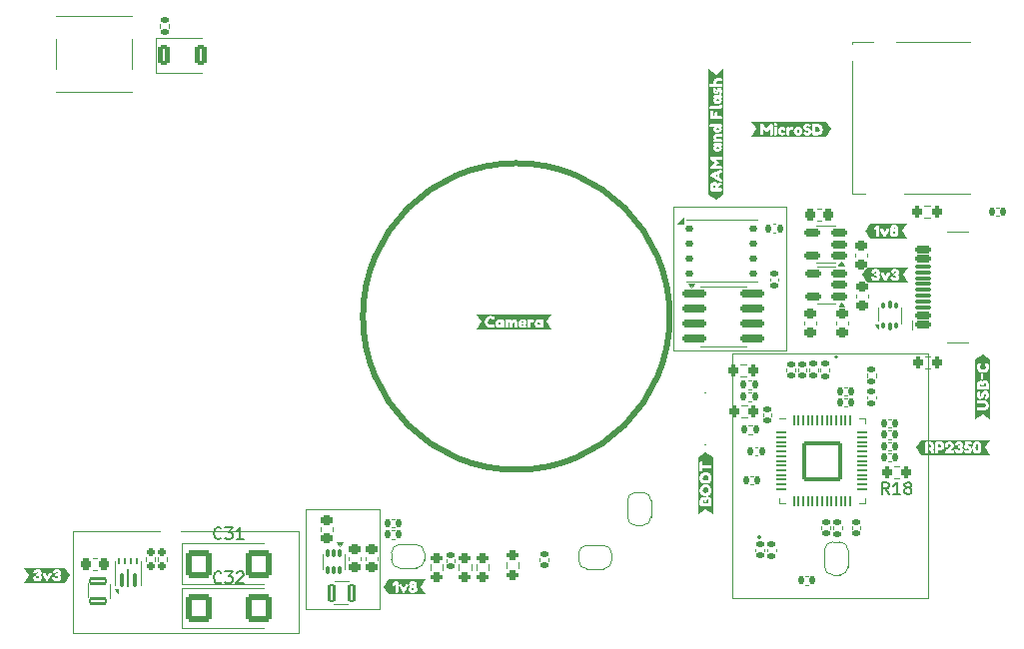
<source format=gbr>
%TF.GenerationSoftware,KiCad,Pcbnew,8.0.9*%
%TF.CreationDate,2025-05-16T14:56:25+01:00*%
%TF.ProjectId,bizcamera,62697a63-616d-4657-9261-2e6b69636164,rev?*%
%TF.SameCoordinates,Original*%
%TF.FileFunction,Legend,Top*%
%TF.FilePolarity,Positive*%
%FSLAX46Y46*%
G04 Gerber Fmt 4.6, Leading zero omitted, Abs format (unit mm)*
G04 Created by KiCad (PCBNEW 8.0.9) date 2025-05-16 14:56:25*
%MOMM*%
%LPD*%
G01*
G04 APERTURE LIST*
G04 Aperture macros list*
%AMRoundRect*
0 Rectangle with rounded corners*
0 $1 Rounding radius*
0 $2 $3 $4 $5 $6 $7 $8 $9 X,Y pos of 4 corners*
0 Add a 4 corners polygon primitive as box body*
4,1,4,$2,$3,$4,$5,$6,$7,$8,$9,$2,$3,0*
0 Add four circle primitives for the rounded corners*
1,1,$1+$1,$2,$3*
1,1,$1+$1,$4,$5*
1,1,$1+$1,$6,$7*
1,1,$1+$1,$8,$9*
0 Add four rect primitives between the rounded corners*
20,1,$1+$1,$2,$3,$4,$5,0*
20,1,$1+$1,$4,$5,$6,$7,0*
20,1,$1+$1,$6,$7,$8,$9,0*
20,1,$1+$1,$8,$9,$2,$3,0*%
%AMFreePoly0*
4,1,18,-0.437500,0.050000,-0.433694,0.069134,-0.422855,0.085355,-0.406634,0.096194,-0.387500,0.100000,0.387500,0.100000,0.437500,0.050000,0.437500,-0.050000,0.433694,-0.069134,0.422855,-0.085355,0.406634,-0.096194,0.387500,-0.100000,-0.387500,-0.100000,-0.406634,-0.096194,-0.422855,-0.085355,-0.433694,-0.069134,-0.437500,-0.050000,-0.437500,0.050000,-0.437500,0.050000,$1*%
%AMFreePoly1*
4,1,18,-0.437500,0.050000,-0.433694,0.069134,-0.422855,0.085355,-0.406634,0.096194,-0.387500,0.100000,0.387500,0.100000,0.406634,0.096194,0.422855,0.085355,0.433694,0.069134,0.437500,0.050000,0.437500,-0.050000,0.387500,-0.100000,-0.387500,-0.100000,-0.406634,-0.096194,-0.422855,-0.085355,-0.433694,-0.069134,-0.437500,-0.050000,-0.437500,0.050000,-0.437500,0.050000,$1*%
%AMFreePoly2*
4,1,18,-0.100000,0.387500,-0.050000,0.437500,0.050000,0.437500,0.069134,0.433694,0.085355,0.422855,0.096194,0.406634,0.100000,0.387500,0.100000,-0.387500,0.096194,-0.406634,0.085355,-0.422855,0.069134,-0.433694,0.050000,-0.437500,-0.050000,-0.437500,-0.069134,-0.433694,-0.085355,-0.422855,-0.096194,-0.406634,-0.100000,-0.387500,-0.100000,0.387500,-0.100000,0.387500,$1*%
%AMFreePoly3*
4,1,18,-0.100000,0.387500,-0.096194,0.406634,-0.085355,0.422855,-0.069134,0.433694,-0.050000,0.437500,0.050000,0.437500,0.100000,0.387500,0.100000,-0.387500,0.096194,-0.406634,0.085355,-0.422855,0.069134,-0.433694,0.050000,-0.437500,-0.050000,-0.437500,-0.069134,-0.433694,-0.085355,-0.422855,-0.096194,-0.406634,-0.100000,-0.387500,-0.100000,0.387500,-0.100000,0.387500,$1*%
%AMFreePoly4*
4,1,18,-0.437500,0.050000,-0.433694,0.069134,-0.422855,0.085355,-0.406634,0.096194,-0.387500,0.100000,0.387500,0.100000,0.406634,0.096194,0.422855,0.085355,0.433694,0.069134,0.437500,0.050000,0.437500,-0.050000,0.433694,-0.069134,0.422855,-0.085355,0.406634,-0.096194,0.387500,-0.100000,-0.387500,-0.100000,-0.437500,-0.050000,-0.437500,0.050000,-0.437500,0.050000,$1*%
%AMFreePoly5*
4,1,18,-0.437500,0.050000,-0.387500,0.100000,0.387500,0.100000,0.406634,0.096194,0.422855,0.085355,0.433694,0.069134,0.437500,0.050000,0.437500,-0.050000,0.433694,-0.069134,0.422855,-0.085355,0.406634,-0.096194,0.387500,-0.100000,-0.387500,-0.100000,-0.406634,-0.096194,-0.422855,-0.085355,-0.433694,-0.069134,-0.437500,-0.050000,-0.437500,0.050000,-0.437500,0.050000,$1*%
%AMFreePoly6*
4,1,18,-0.100000,0.387500,-0.096194,0.406634,-0.085355,0.422855,-0.069134,0.433694,-0.050000,0.437500,0.050000,0.437500,0.069134,0.433694,0.085355,0.422855,0.096194,0.406634,0.100000,0.387500,0.100000,-0.387500,0.050000,-0.437500,-0.050000,-0.437500,-0.069134,-0.433694,-0.085355,-0.422855,-0.096194,-0.406634,-0.100000,-0.387500,-0.100000,0.387500,-0.100000,0.387500,$1*%
%AMFreePoly7*
4,1,18,-0.100000,0.387500,-0.096194,0.406634,-0.085355,0.422855,-0.069134,0.433694,-0.050000,0.437500,0.050000,0.437500,0.069134,0.433694,0.085355,0.422855,0.096194,0.406634,0.100000,0.387500,0.100000,-0.387500,0.096194,-0.406634,0.085355,-0.422855,0.069134,-0.433694,0.050000,-0.437500,-0.050000,-0.437500,-0.100000,-0.387500,-0.100000,0.387500,-0.100000,0.387500,$1*%
%AMFreePoly8*
4,1,19,0.500000,-0.750000,0.000000,-0.750000,0.000000,-0.744911,-0.071157,-0.744911,-0.207708,-0.704816,-0.327430,-0.627875,-0.420627,-0.520320,-0.479746,-0.390866,-0.500000,-0.250000,-0.500000,0.250000,-0.479746,0.390866,-0.420627,0.520320,-0.327430,0.627875,-0.207708,0.704816,-0.071157,0.744911,0.000000,0.744911,0.000000,0.750000,0.500000,0.750000,0.500000,-0.750000,0.500000,-0.750000,
$1*%
%AMFreePoly9*
4,1,19,0.000000,0.744911,0.071157,0.744911,0.207708,0.704816,0.327430,0.627875,0.420627,0.520320,0.479746,0.390866,0.500000,0.250000,0.500000,-0.250000,0.479746,-0.390866,0.420627,-0.520320,0.327430,-0.627875,0.207708,-0.704816,0.071157,-0.744911,0.000000,-0.744911,0.000000,-0.750000,-0.500000,-0.750000,-0.500000,0.750000,0.000000,0.750000,0.000000,0.744911,0.000000,0.744911,
$1*%
G04 Aperture macros list end*
%ADD10C,0.100000*%
%ADD11C,0.500000*%
%ADD12C,0.150000*%
%ADD13C,0.000000*%
%ADD14C,0.120000*%
%ADD15C,0.191421*%
%ADD16C,0.152400*%
%ADD17C,0.800000*%
%ADD18C,0.010000*%
%ADD19RoundRect,0.250000X-0.875000X-0.925000X0.875000X-0.925000X0.875000X0.925000X-0.875000X0.925000X0*%
%ADD20RoundRect,0.140000X0.170000X-0.140000X0.170000X0.140000X-0.170000X0.140000X-0.170000X-0.140000X0*%
%ADD21RoundRect,0.225000X-0.225000X-0.250000X0.225000X-0.250000X0.225000X0.250000X-0.225000X0.250000X0*%
%ADD22RoundRect,0.140000X0.140000X0.170000X-0.140000X0.170000X-0.140000X-0.170000X0.140000X-0.170000X0*%
%ADD23RoundRect,0.200000X0.275000X-0.200000X0.275000X0.200000X-0.275000X0.200000X-0.275000X-0.200000X0*%
%ADD24FreePoly0,0.000000*%
%ADD25RoundRect,0.050000X-0.387500X-0.050000X0.387500X-0.050000X0.387500X0.050000X-0.387500X0.050000X0*%
%ADD26FreePoly1,0.000000*%
%ADD27FreePoly2,0.000000*%
%ADD28RoundRect,0.050000X-0.050000X-0.387500X0.050000X-0.387500X0.050000X0.387500X-0.050000X0.387500X0*%
%ADD29FreePoly3,0.000000*%
%ADD30FreePoly4,0.000000*%
%ADD31FreePoly5,0.000000*%
%ADD32FreePoly6,0.000000*%
%ADD33FreePoly7,0.000000*%
%ADD34RoundRect,0.153000X1.547000X-1.547000X1.547000X1.547000X-1.547000X1.547000X-1.547000X-1.547000X0*%
%ADD35R,1.000000X0.900000*%
%ADD36RoundRect,0.140000X-0.170000X0.140000X-0.170000X-0.140000X0.170000X-0.140000X0.170000X0.140000X0*%
%ADD37RoundRect,0.225000X0.250000X-0.225000X0.250000X0.225000X-0.250000X0.225000X-0.250000X-0.225000X0*%
%ADD38R,1.550000X1.300000*%
%ADD39RoundRect,0.140000X-0.140000X-0.170000X0.140000X-0.170000X0.140000X0.170000X-0.140000X0.170000X0*%
%ADD40RoundRect,0.135000X0.135000X0.185000X-0.135000X0.185000X-0.135000X-0.185000X0.135000X-0.185000X0*%
%ADD41RoundRect,0.125000X-0.250000X-0.125000X0.250000X-0.125000X0.250000X0.125000X-0.250000X0.125000X0*%
%ADD42R,3.400000X4.300000*%
%ADD43R,0.300000X1.300000*%
%ADD44R,1.800000X2.200000*%
%ADD45RoundRect,0.087500X-0.087500X0.250000X-0.087500X-0.250000X0.087500X-0.250000X0.087500X0.250000X0*%
%ADD46O,1.800000X2.400000*%
%ADD47RoundRect,0.190000X-0.285000X-0.685000X0.285000X-0.685000X0.285000X0.685000X-0.285000X0.685000X0*%
%ADD48RoundRect,0.200000X0.200000X0.275000X-0.200000X0.275000X-0.200000X-0.275000X0.200000X-0.275000X0*%
%ADD49R,0.700000X1.700000*%
%ADD50RoundRect,0.160000X-0.160000X0.197500X-0.160000X-0.197500X0.160000X-0.197500X0.160000X0.197500X0*%
%ADD51FreePoly8,180.000000*%
%ADD52FreePoly9,180.000000*%
%ADD53RoundRect,0.105263X-0.194737X-0.694737X0.194737X-0.694737X0.194737X0.694737X-0.194737X0.694737X0*%
%ADD54C,3.000000*%
%ADD55C,20.000000*%
%ADD56RoundRect,0.135000X-0.135000X-0.185000X0.135000X-0.185000X0.135000X0.185000X-0.135000X0.185000X0*%
%ADD57RoundRect,0.105263X-0.694737X0.194737X-0.694737X-0.194737X0.694737X-0.194737X0.694737X0.194737X0*%
%ADD58RoundRect,0.200000X-0.200000X-0.275000X0.200000X-0.275000X0.200000X0.275000X-0.200000X0.275000X0*%
%ADD59RoundRect,0.150000X-0.825000X-0.150000X0.825000X-0.150000X0.825000X0.150000X-0.825000X0.150000X0*%
%ADD60RoundRect,0.135000X-0.185000X0.135000X-0.185000X-0.135000X0.185000X-0.135000X0.185000X0.135000X0*%
%ADD61R,1.100000X1.400000*%
%ADD62RoundRect,0.225000X-0.250000X0.225000X-0.250000X-0.225000X0.250000X-0.225000X0.250000X0.225000X0*%
%ADD63RoundRect,0.087500X0.087500X-0.487500X0.087500X0.487500X-0.087500X0.487500X-0.087500X-0.487500X0*%
%ADD64RoundRect,0.050000X0.050000X-0.675000X0.050000X0.675000X-0.050000X0.675000X-0.050000X-0.675000X0*%
%ADD65RoundRect,0.062500X0.062500X-0.162500X0.062500X0.162500X-0.062500X0.162500X-0.062500X-0.162500X0*%
%ADD66R,1.750000X0.700000*%
%ADD67R,1.000000X1.450000*%
%ADD68R,1.550000X1.000000*%
%ADD69R,1.500000X0.800000*%
%ADD70R,1.500000X1.300000*%
%ADD71R,1.500000X1.500000*%
%ADD72R,1.400000X0.800000*%
%ADD73FreePoly8,270.000000*%
%ADD74FreePoly9,270.000000*%
%ADD75FreePoly8,90.000000*%
%ADD76FreePoly9,90.000000*%
%ADD77RoundRect,0.093750X0.093750X-0.156250X0.093750X0.156250X-0.093750X0.156250X-0.093750X-0.156250X0*%
%ADD78RoundRect,0.075000X0.075000X-0.250000X0.075000X0.250000X-0.075000X0.250000X-0.075000X-0.250000X0*%
%ADD79RoundRect,0.150000X0.512500X0.150000X-0.512500X0.150000X-0.512500X-0.150000X0.512500X-0.150000X0*%
%ADD80C,0.650000*%
%ADD81RoundRect,0.150000X0.500000X-0.150000X0.500000X0.150000X-0.500000X0.150000X-0.500000X-0.150000X0*%
%ADD82RoundRect,0.075000X0.575000X-0.075000X0.575000X0.075000X-0.575000X0.075000X-0.575000X-0.075000X0*%
%ADD83O,2.100000X1.000000*%
%ADD84O,1.600000X1.000000*%
%ADD85R,0.900000X1.100000*%
%ADD86FreePoly8,0.000000*%
%ADD87FreePoly9,0.000000*%
G04 APERTURE END LIST*
D10*
X135890000Y-108860000D02*
X142170000Y-108860000D01*
X142170000Y-117320000D01*
X135890000Y-117320000D01*
X135890000Y-108860000D01*
X167080000Y-83210000D02*
X176647500Y-83210000D01*
X176647500Y-95384664D01*
X167080000Y-95384664D01*
X167080000Y-83210000D01*
X172060000Y-95660000D02*
X188630000Y-95660000D01*
X188630000Y-116370000D01*
X172060000Y-116370000D01*
X172060000Y-95660000D01*
D11*
X166750000Y-92500000D02*
G75*
G02*
X140750000Y-92500000I-13000000J0D01*
G01*
X140750000Y-92500000D02*
G75*
G02*
X166750000Y-92500000I13000000J0D01*
G01*
D10*
X116150000Y-110725000D02*
X135330000Y-110725000D01*
X135330000Y-119335000D01*
X116150000Y-119335000D01*
X116150000Y-110725000D01*
D12*
X128727142Y-115029580D02*
X128679523Y-115077200D01*
X128679523Y-115077200D02*
X128536666Y-115124819D01*
X128536666Y-115124819D02*
X128441428Y-115124819D01*
X128441428Y-115124819D02*
X128298571Y-115077200D01*
X128298571Y-115077200D02*
X128203333Y-114981961D01*
X128203333Y-114981961D02*
X128155714Y-114886723D01*
X128155714Y-114886723D02*
X128108095Y-114696247D01*
X128108095Y-114696247D02*
X128108095Y-114553390D01*
X128108095Y-114553390D02*
X128155714Y-114362914D01*
X128155714Y-114362914D02*
X128203333Y-114267676D01*
X128203333Y-114267676D02*
X128298571Y-114172438D01*
X128298571Y-114172438D02*
X128441428Y-114124819D01*
X128441428Y-114124819D02*
X128536666Y-114124819D01*
X128536666Y-114124819D02*
X128679523Y-114172438D01*
X128679523Y-114172438D02*
X128727142Y-114220057D01*
X129060476Y-114124819D02*
X129679523Y-114124819D01*
X129679523Y-114124819D02*
X129346190Y-114505771D01*
X129346190Y-114505771D02*
X129489047Y-114505771D01*
X129489047Y-114505771D02*
X129584285Y-114553390D01*
X129584285Y-114553390D02*
X129631904Y-114601009D01*
X129631904Y-114601009D02*
X129679523Y-114696247D01*
X129679523Y-114696247D02*
X129679523Y-114934342D01*
X129679523Y-114934342D02*
X129631904Y-115029580D01*
X129631904Y-115029580D02*
X129584285Y-115077200D01*
X129584285Y-115077200D02*
X129489047Y-115124819D01*
X129489047Y-115124819D02*
X129203333Y-115124819D01*
X129203333Y-115124819D02*
X129108095Y-115077200D01*
X129108095Y-115077200D02*
X129060476Y-115029580D01*
X130060476Y-114220057D02*
X130108095Y-114172438D01*
X130108095Y-114172438D02*
X130203333Y-114124819D01*
X130203333Y-114124819D02*
X130441428Y-114124819D01*
X130441428Y-114124819D02*
X130536666Y-114172438D01*
X130536666Y-114172438D02*
X130584285Y-114220057D01*
X130584285Y-114220057D02*
X130631904Y-114315295D01*
X130631904Y-114315295D02*
X130631904Y-114410533D01*
X130631904Y-114410533D02*
X130584285Y-114553390D01*
X130584285Y-114553390D02*
X130012857Y-115124819D01*
X130012857Y-115124819D02*
X130631904Y-115124819D01*
X128732142Y-111279580D02*
X128684523Y-111327200D01*
X128684523Y-111327200D02*
X128541666Y-111374819D01*
X128541666Y-111374819D02*
X128446428Y-111374819D01*
X128446428Y-111374819D02*
X128303571Y-111327200D01*
X128303571Y-111327200D02*
X128208333Y-111231961D01*
X128208333Y-111231961D02*
X128160714Y-111136723D01*
X128160714Y-111136723D02*
X128113095Y-110946247D01*
X128113095Y-110946247D02*
X128113095Y-110803390D01*
X128113095Y-110803390D02*
X128160714Y-110612914D01*
X128160714Y-110612914D02*
X128208333Y-110517676D01*
X128208333Y-110517676D02*
X128303571Y-110422438D01*
X128303571Y-110422438D02*
X128446428Y-110374819D01*
X128446428Y-110374819D02*
X128541666Y-110374819D01*
X128541666Y-110374819D02*
X128684523Y-110422438D01*
X128684523Y-110422438D02*
X128732142Y-110470057D01*
X129065476Y-110374819D02*
X129684523Y-110374819D01*
X129684523Y-110374819D02*
X129351190Y-110755771D01*
X129351190Y-110755771D02*
X129494047Y-110755771D01*
X129494047Y-110755771D02*
X129589285Y-110803390D01*
X129589285Y-110803390D02*
X129636904Y-110851009D01*
X129636904Y-110851009D02*
X129684523Y-110946247D01*
X129684523Y-110946247D02*
X129684523Y-111184342D01*
X129684523Y-111184342D02*
X129636904Y-111279580D01*
X129636904Y-111279580D02*
X129589285Y-111327200D01*
X129589285Y-111327200D02*
X129494047Y-111374819D01*
X129494047Y-111374819D02*
X129208333Y-111374819D01*
X129208333Y-111374819D02*
X129113095Y-111327200D01*
X129113095Y-111327200D02*
X129065476Y-111279580D01*
X130636904Y-111374819D02*
X130065476Y-111374819D01*
X130351190Y-111374819D02*
X130351190Y-110374819D01*
X130351190Y-110374819D02*
X130255952Y-110517676D01*
X130255952Y-110517676D02*
X130160714Y-110612914D01*
X130160714Y-110612914D02*
X130065476Y-110660533D01*
X185322142Y-107574819D02*
X184988809Y-107098628D01*
X184750714Y-107574819D02*
X184750714Y-106574819D01*
X184750714Y-106574819D02*
X185131666Y-106574819D01*
X185131666Y-106574819D02*
X185226904Y-106622438D01*
X185226904Y-106622438D02*
X185274523Y-106670057D01*
X185274523Y-106670057D02*
X185322142Y-106765295D01*
X185322142Y-106765295D02*
X185322142Y-106908152D01*
X185322142Y-106908152D02*
X185274523Y-107003390D01*
X185274523Y-107003390D02*
X185226904Y-107051009D01*
X185226904Y-107051009D02*
X185131666Y-107098628D01*
X185131666Y-107098628D02*
X184750714Y-107098628D01*
X186274523Y-107574819D02*
X185703095Y-107574819D01*
X185988809Y-107574819D02*
X185988809Y-106574819D01*
X185988809Y-106574819D02*
X185893571Y-106717676D01*
X185893571Y-106717676D02*
X185798333Y-106812914D01*
X185798333Y-106812914D02*
X185703095Y-106860533D01*
X186845952Y-107003390D02*
X186750714Y-106955771D01*
X186750714Y-106955771D02*
X186703095Y-106908152D01*
X186703095Y-106908152D02*
X186655476Y-106812914D01*
X186655476Y-106812914D02*
X186655476Y-106765295D01*
X186655476Y-106765295D02*
X186703095Y-106670057D01*
X186703095Y-106670057D02*
X186750714Y-106622438D01*
X186750714Y-106622438D02*
X186845952Y-106574819D01*
X186845952Y-106574819D02*
X187036428Y-106574819D01*
X187036428Y-106574819D02*
X187131666Y-106622438D01*
X187131666Y-106622438D02*
X187179285Y-106670057D01*
X187179285Y-106670057D02*
X187226904Y-106765295D01*
X187226904Y-106765295D02*
X187226904Y-106812914D01*
X187226904Y-106812914D02*
X187179285Y-106908152D01*
X187179285Y-106908152D02*
X187131666Y-106955771D01*
X187131666Y-106955771D02*
X187036428Y-107003390D01*
X187036428Y-107003390D02*
X186845952Y-107003390D01*
X186845952Y-107003390D02*
X186750714Y-107051009D01*
X186750714Y-107051009D02*
X186703095Y-107098628D01*
X186703095Y-107098628D02*
X186655476Y-107193866D01*
X186655476Y-107193866D02*
X186655476Y-107384342D01*
X186655476Y-107384342D02*
X186703095Y-107479580D01*
X186703095Y-107479580D02*
X186750714Y-107527200D01*
X186750714Y-107527200D02*
X186845952Y-107574819D01*
X186845952Y-107574819D02*
X187036428Y-107574819D01*
X187036428Y-107574819D02*
X187131666Y-107527200D01*
X187131666Y-107527200D02*
X187179285Y-107479580D01*
X187179285Y-107479580D02*
X187226904Y-107384342D01*
X187226904Y-107384342D02*
X187226904Y-107193866D01*
X187226904Y-107193866D02*
X187179285Y-107098628D01*
X187179285Y-107098628D02*
X187131666Y-107051009D01*
X187131666Y-107051009D02*
X187036428Y-107003390D01*
D13*
%TO.C,kibuzzard-682743A4*%
G36*
X145655269Y-115410000D02*
G01*
X146081434Y-116049247D01*
X145655269Y-116049247D01*
X145357225Y-116049247D01*
X144993848Y-116049247D01*
X144189843Y-116049247D01*
X143606152Y-116049247D01*
X143242775Y-116049247D01*
X142944731Y-116049247D01*
X142518566Y-115410000D01*
X142651613Y-115210429D01*
X143245637Y-115210429D01*
X143289986Y-115304850D01*
X143375107Y-115354921D01*
X143463090Y-115313433D01*
X143477396Y-115300558D01*
X143477396Y-115784106D01*
X143506009Y-115885680D01*
X143606152Y-115914292D01*
X143707725Y-115885680D01*
X143736338Y-115785536D01*
X143736338Y-115271230D01*
X143802146Y-115271230D01*
X143822175Y-115373519D01*
X144075393Y-115855637D01*
X144120458Y-115902847D01*
X144189843Y-115918584D01*
X144259227Y-115902847D01*
X144304292Y-115855637D01*
X144446305Y-115585250D01*
X144623319Y-115585250D01*
X144635161Y-115678081D01*
X144670688Y-115760103D01*
X144729900Y-115831316D01*
X144806597Y-115886156D01*
X144894580Y-115919061D01*
X144993848Y-115930029D01*
X145082705Y-115919458D01*
X145166158Y-115887746D01*
X145244206Y-115834893D01*
X145306994Y-115764872D01*
X145344667Y-115681658D01*
X145357225Y-115585250D01*
X145346098Y-115511812D01*
X145312717Y-115442189D01*
X145257082Y-115376381D01*
X145258512Y-115374950D01*
X145257082Y-115373519D01*
X145310730Y-115291974D01*
X145328612Y-115210429D01*
X145317803Y-115125387D01*
X145285376Y-115049564D01*
X145231330Y-114982961D01*
X145161707Y-114931300D01*
X145082546Y-114900304D01*
X144993848Y-114889971D01*
X144904038Y-114900145D01*
X144823446Y-114930664D01*
X144752074Y-114981531D01*
X144696439Y-115047021D01*
X144663058Y-115121413D01*
X144651931Y-115204707D01*
X144670172Y-115296981D01*
X144724893Y-115373519D01*
X144723462Y-115374950D01*
X144724893Y-115376381D01*
X144668463Y-115440281D01*
X144634605Y-115509905D01*
X144623319Y-115585250D01*
X144446305Y-115585250D01*
X144557511Y-115373519D01*
X144581116Y-115303419D01*
X144563948Y-115246195D01*
X144500286Y-115197554D01*
X144395851Y-115173948D01*
X144357940Y-115199878D01*
X144324320Y-115256209D01*
X144189843Y-115562361D01*
X144055365Y-115256209D01*
X143985980Y-115174664D01*
X143879399Y-115197554D01*
X143802146Y-115271230D01*
X143736338Y-115271230D01*
X143736338Y-115041617D01*
X143707725Y-114939328D01*
X143607582Y-114910000D01*
X143510300Y-114934320D01*
X143487411Y-114952918D01*
X143305722Y-115116009D01*
X143262089Y-115164649D01*
X143245637Y-115210429D01*
X142651613Y-115210429D01*
X142944731Y-114770753D01*
X143242775Y-114770753D01*
X145357225Y-114770753D01*
X145655269Y-114770753D01*
X146081434Y-114770753D01*
X145655269Y-115410000D01*
G37*
G36*
X145067525Y-115527310D02*
G01*
X145095422Y-115590973D01*
X145068240Y-115656066D01*
X144992418Y-115679671D01*
X144913734Y-115656066D01*
X144885122Y-115590973D01*
X144912303Y-115528026D01*
X144989557Y-115505136D01*
X145067525Y-115527310D01*
G37*
G36*
X145046781Y-115158927D02*
G01*
X145066810Y-115203276D01*
X145048212Y-115248340D01*
X144992418Y-115263362D01*
X144936624Y-115247625D01*
X144916595Y-115203276D01*
X144935193Y-115158212D01*
X144990987Y-115143190D01*
X145046781Y-115158927D01*
G37*
G36*
X144726323Y-115374950D02*
G01*
X144732046Y-115380672D01*
X144732046Y-115382103D01*
X144724893Y-115376381D01*
X144726323Y-115374950D01*
X144724893Y-115373519D01*
X144736338Y-115364936D01*
X144737768Y-115364936D01*
X144726323Y-115374950D01*
G37*
G36*
X145257082Y-115373519D02*
G01*
X145255651Y-115374950D01*
X145248498Y-115369227D01*
X145251359Y-115369227D01*
X145257082Y-115373519D01*
G37*
D14*
%TO.C,C32*%
X125435000Y-115510000D02*
X125435000Y-118930000D01*
X125435000Y-118930000D02*
X132370000Y-118930000D01*
X132370000Y-115510000D02*
X125435000Y-115510000D01*
%TO.C,C31*%
X132375000Y-111760000D02*
X125440000Y-111760000D01*
X125440000Y-115180000D02*
X132375000Y-115180000D01*
X125440000Y-111760000D02*
X125440000Y-115180000D01*
%TO.C,C26*%
X155750000Y-113217836D02*
X155750000Y-113002164D01*
X156470000Y-113217836D02*
X156470000Y-113002164D01*
%TO.C,C30*%
X117899420Y-113025000D02*
X118180580Y-113025000D01*
X117899420Y-114045000D02*
X118180580Y-114045000D01*
%TO.C,C24*%
X194637836Y-83270000D02*
X194422164Y-83270000D01*
X194637836Y-83990000D02*
X194422164Y-83990000D01*
%TO.C,R14*%
X150377500Y-114012258D02*
X150377500Y-113537742D01*
X151422500Y-114012258D02*
X151422500Y-113537742D01*
%TO.C,U1*%
X176050000Y-108352500D02*
X176050000Y-107902500D01*
X176500000Y-101132500D02*
X176050000Y-101132500D01*
X176500000Y-108352500D02*
X176050000Y-108352500D01*
X182820000Y-101132500D02*
X183270000Y-101132500D01*
X182820000Y-108352500D02*
X183270000Y-108352500D01*
X183270000Y-101132500D02*
X183270000Y-101582500D01*
X183270000Y-108352500D02*
X183270000Y-107902500D01*
%TO.C,R15*%
X148877500Y-114012258D02*
X148877500Y-113537742D01*
X149922500Y-114012258D02*
X149922500Y-113537742D01*
%TO.C,SW1*%
X169790000Y-98910000D02*
X169690000Y-98910000D01*
X169790000Y-103310000D02*
X169690000Y-103310000D01*
%TO.C,C11*%
X179627498Y-110284664D02*
X179627498Y-110500336D01*
X180347498Y-110284664D02*
X180347498Y-110500336D01*
%TO.C,C19*%
X182510000Y-90920580D02*
X182510000Y-90639420D01*
X183530000Y-90920580D02*
X183530000Y-90639420D01*
%TO.C,SW3*%
X114710000Y-67000000D02*
X121170000Y-67000000D01*
X114710000Y-67030000D02*
X114710000Y-67000000D01*
X114710000Y-68930000D02*
X114710000Y-71530000D01*
X114710000Y-73460000D02*
X114710000Y-73430000D01*
X114710000Y-73460000D02*
X121170000Y-73460000D01*
X121170000Y-67000000D02*
X121170000Y-67030000D01*
X121170000Y-68930000D02*
X121170000Y-71530000D01*
X121170000Y-73460000D02*
X121170000Y-73430000D01*
%TO.C,C12*%
X185272164Y-103130000D02*
X185487836Y-103130000D01*
X185272164Y-103850000D02*
X185487836Y-103850000D01*
D13*
%TO.C,kibuzzard-68265EEF*%
G36*
X170746552Y-80624349D02*
G01*
X170607783Y-80557110D01*
X170746552Y-80489871D01*
X170746552Y-80624349D01*
G37*
G36*
X170620658Y-81391159D02*
G01*
X170646409Y-81459828D01*
X170646409Y-81617196D01*
X170437539Y-81617196D01*
X170437539Y-81462690D01*
X170467582Y-81389013D01*
X170541974Y-81358255D01*
X170620658Y-81391159D01*
G37*
G36*
X170886037Y-76489871D02*
G01*
X170916795Y-76561402D01*
X170886037Y-76634363D01*
X170813791Y-76665837D01*
X170740830Y-76635794D01*
X170710787Y-76562833D01*
X170740830Y-76489871D01*
X170813791Y-76459828D01*
X170886037Y-76489871D01*
G37*
G36*
X170884607Y-74039943D02*
G01*
X170915365Y-74109328D01*
X170884607Y-74184435D01*
X170813791Y-74216624D01*
X170740830Y-74185866D01*
X170709356Y-74112189D01*
X170739399Y-74039943D01*
X170812361Y-74010615D01*
X170884607Y-74039943D01*
G37*
G36*
X170884607Y-78097167D02*
G01*
X170915365Y-78166552D01*
X170884607Y-78241660D01*
X170813791Y-78273848D01*
X170740830Y-78243090D01*
X170709356Y-78169413D01*
X170739399Y-78097167D01*
X170812361Y-78067840D01*
X170884607Y-78097167D01*
G37*
G36*
X171319275Y-73386867D02*
G01*
X171319275Y-73873276D01*
X171319275Y-74595737D01*
X171319275Y-75634363D01*
X171319275Y-76326781D01*
X171319275Y-77117911D01*
X171319275Y-77930501D01*
X171319275Y-79878999D01*
X171319275Y-80243805D01*
X171319275Y-81250959D01*
X171319275Y-81878999D01*
X171319275Y-82177043D01*
X170660000Y-82616560D01*
X170000725Y-82177043D01*
X170000725Y-81878999D01*
X170000725Y-81459828D01*
X170175737Y-81459828D01*
X170175737Y-81747382D01*
X170185751Y-81823205D01*
X170218655Y-81863262D01*
X170257997Y-81876853D01*
X170305923Y-81878999D01*
X171044120Y-81878999D01*
X171093476Y-81876853D01*
X171132818Y-81863262D01*
X171165722Y-81823205D01*
X171175737Y-81748813D01*
X171165722Y-81672990D01*
X171133534Y-81632933D01*
X171094907Y-81619342D01*
X171045551Y-81617196D01*
X170906781Y-81617196D01*
X170906781Y-81484149D01*
X171114220Y-81331073D01*
X171180744Y-81250959D01*
X171141402Y-81149385D01*
X171056996Y-81080715D01*
X170958283Y-81119342D01*
X170820944Y-81222346D01*
X170743055Y-81152405D01*
X170650542Y-81110440D01*
X170543405Y-81096452D01*
X170458462Y-81105393D01*
X170381030Y-81132217D01*
X170315043Y-81173169D01*
X170264435Y-81224492D01*
X170226524Y-81282074D01*
X170198627Y-81341803D01*
X170181459Y-81401710D01*
X170175737Y-81459828D01*
X170000725Y-81459828D01*
X170000725Y-80555680D01*
X170175737Y-80555680D01*
X170196481Y-80625780D01*
X170251559Y-80675851D01*
X170995479Y-81034936D01*
X171096338Y-81053534D01*
X171165722Y-80973419D01*
X171186466Y-80868984D01*
X171107067Y-80797454D01*
X170969728Y-80731645D01*
X170969728Y-80379714D01*
X171105637Y-80313906D01*
X171187897Y-80243805D01*
X171167153Y-80137940D01*
X171097053Y-80058541D01*
X170995479Y-80077854D01*
X170252990Y-80436938D01*
X170195050Y-80485937D01*
X170175737Y-80555680D01*
X170000725Y-80555680D01*
X170000725Y-79060687D01*
X170177167Y-79060687D01*
X170185751Y-79136509D01*
X170218655Y-79179428D01*
X170592046Y-79469843D01*
X170217225Y-79761688D01*
X170207210Y-79770987D01*
X170196481Y-79781717D01*
X170189328Y-79793877D01*
X170182890Y-79812475D01*
X170179313Y-79838226D01*
X170177167Y-79876137D01*
X170187182Y-79951960D01*
X170219371Y-79992017D01*
X170257997Y-80005608D01*
X170305923Y-80007754D01*
X171044120Y-80007754D01*
X171094192Y-80004893D01*
X171133534Y-79991302D01*
X171165722Y-79952675D01*
X171175737Y-79878999D01*
X171165722Y-79803176D01*
X171133534Y-79763119D01*
X171094907Y-79749528D01*
X171046981Y-79747382D01*
X170639256Y-79747382D01*
X170865293Y-79581431D01*
X170909285Y-79534220D01*
X170923948Y-79469843D01*
X170919657Y-79430501D01*
X170906781Y-79400458D01*
X170892475Y-79381860D01*
X170876738Y-79368269D01*
X170865293Y-79359685D01*
X170637825Y-79192303D01*
X171044120Y-79192303D01*
X171093476Y-79190157D01*
X171132818Y-79176567D01*
X171165722Y-79136509D01*
X171175737Y-79062117D01*
X171165722Y-78987010D01*
X171134249Y-78947668D01*
X171095622Y-78933362D01*
X171046981Y-78930501D01*
X170308784Y-78930501D01*
X170258712Y-78933362D01*
X170219371Y-78946953D01*
X170187182Y-78986295D01*
X170177167Y-79060687D01*
X170000725Y-79060687D01*
X170000725Y-77929070D01*
X170450415Y-77929070D01*
X170465079Y-78015622D01*
X170509070Y-78052103D01*
X170466152Y-78118269D01*
X170451845Y-78202318D01*
X170464085Y-78284340D01*
X170500804Y-78360639D01*
X170562003Y-78431216D01*
X170638620Y-78487646D01*
X170721596Y-78521504D01*
X170810930Y-78532790D01*
X170902648Y-78521583D01*
X170987055Y-78487964D01*
X171064149Y-78431931D01*
X171125347Y-78361593D01*
X171162066Y-78285055D01*
X171174306Y-78202318D01*
X171161431Y-78120415D01*
X171122804Y-78052103D01*
X171161431Y-78011688D01*
X171174306Y-77930501D01*
X171164292Y-77856109D01*
X171132103Y-77816052D01*
X171094192Y-77802461D01*
X171045551Y-77800315D01*
X170580601Y-77800315D01*
X170532675Y-77802461D01*
X170493333Y-77816052D01*
X170460429Y-77855393D01*
X170450415Y-77929070D01*
X170000725Y-77929070D01*
X170000725Y-77278140D01*
X170450415Y-77278140D01*
X170477597Y-77381860D01*
X170539113Y-77458398D01*
X170509785Y-77462690D01*
X170482604Y-77478426D01*
X170458999Y-77517053D01*
X170450415Y-77584292D01*
X170459714Y-77658684D01*
X170490472Y-77698026D01*
X170527668Y-77711617D01*
X170574878Y-77714478D01*
X171045551Y-77714478D01*
X171094907Y-77712332D01*
X171133534Y-77698741D01*
X171165722Y-77659399D01*
X171175737Y-77585722D01*
X171165722Y-77511330D01*
X171133534Y-77471273D01*
X171094907Y-77457682D01*
X171046981Y-77455536D01*
X170812361Y-77455536D01*
X170737253Y-77426924D01*
X170709356Y-77351102D01*
X170736538Y-77275994D01*
X170812361Y-77249528D01*
X171045551Y-77249528D01*
X171093476Y-77247382D01*
X171132818Y-77233791D01*
X171165722Y-77193734D01*
X171175737Y-77117911D01*
X171165722Y-77042804D01*
X171133534Y-77003462D01*
X171094907Y-76989871D01*
X171046981Y-76987725D01*
X170812361Y-76987725D01*
X170712853Y-76996150D01*
X170626063Y-77021424D01*
X170551989Y-77063548D01*
X170495559Y-77121090D01*
X170461701Y-77192621D01*
X170450415Y-77278140D01*
X170000725Y-77278140D01*
X170000725Y-76328212D01*
X170122804Y-76328212D01*
X170129957Y-76390443D01*
X170149986Y-76427639D01*
X170180029Y-76446237D01*
X170215794Y-76451960D01*
X170252990Y-76451245D01*
X170499056Y-76451245D01*
X170463648Y-76517411D01*
X170451845Y-76595737D01*
X170464085Y-76677759D01*
X170500804Y-76754058D01*
X170562003Y-76824635D01*
X170638620Y-76881065D01*
X170721596Y-76914923D01*
X170810930Y-76926209D01*
X170902648Y-76915002D01*
X170987055Y-76881383D01*
X171064149Y-76825351D01*
X171125347Y-76755012D01*
X171162066Y-76678474D01*
X171174306Y-76595737D01*
X171161431Y-76513476D01*
X171122804Y-76444092D01*
X171162504Y-76403319D01*
X171175737Y-76326781D01*
X171165722Y-76253104D01*
X171132818Y-76213763D01*
X171093476Y-76200172D01*
X171045551Y-76198026D01*
X170251559Y-76198026D01*
X170203634Y-76200172D01*
X170165007Y-76213763D01*
X170132818Y-76253104D01*
X170122804Y-76328212D01*
X170000725Y-76328212D01*
X170000725Y-75106466D01*
X170175737Y-75106466D01*
X170175737Y-75630072D01*
X170203634Y-75735222D01*
X170305923Y-75764549D01*
X171045551Y-75764549D01*
X171094907Y-75762403D01*
X171134249Y-75748813D01*
X171167153Y-75708755D01*
X171177167Y-75634363D01*
X171167153Y-75558541D01*
X171134964Y-75518484D01*
X171096338Y-75504893D01*
X171046981Y-75502747D01*
X170788040Y-75502747D01*
X170788040Y-75240944D01*
X170785894Y-75194449D01*
X170774449Y-75159399D01*
X170741545Y-75131502D01*
X170679313Y-75123634D01*
X170613505Y-75131502D01*
X170579170Y-75158684D01*
X170567010Y-75193019D01*
X170564864Y-75239514D01*
X170564864Y-75502747D01*
X170437539Y-75502747D01*
X170437539Y-75109328D01*
X170435393Y-75059971D01*
X170421803Y-75020629D01*
X170382461Y-74987725D01*
X170307353Y-74977711D01*
X170231531Y-74987725D01*
X170191474Y-75019914D01*
X170177883Y-75058541D01*
X170175737Y-75106466D01*
X170000725Y-75106466D01*
X170000725Y-74761688D01*
X170119943Y-74761688D01*
X170129957Y-74836080D01*
X170162146Y-74876137D01*
X170200773Y-74889728D01*
X170250129Y-74891874D01*
X170883891Y-74891874D01*
X170971338Y-74888298D01*
X171039113Y-74877568D01*
X171127811Y-74824635D01*
X171167868Y-74735937D01*
X171174843Y-74675851D01*
X171177167Y-74595737D01*
X171175021Y-74564263D01*
X171162146Y-74536366D01*
X171122804Y-74512046D01*
X171048412Y-74504177D01*
X170978312Y-74512046D01*
X170941116Y-74536366D01*
X170928956Y-74564263D01*
X170926810Y-74594306D01*
X170918941Y-74627926D01*
X170868155Y-74632933D01*
X170251559Y-74632933D01*
X170202918Y-74635794D01*
X170162861Y-74649385D01*
X170129957Y-74688011D01*
X170119943Y-74761688D01*
X170000725Y-74761688D01*
X170000725Y-73871845D01*
X170450415Y-73871845D01*
X170465079Y-73958398D01*
X170509070Y-73994878D01*
X170466152Y-74061044D01*
X170451845Y-74145093D01*
X170464085Y-74227115D01*
X170500804Y-74303414D01*
X170562003Y-74373991D01*
X170638620Y-74430421D01*
X170721596Y-74464279D01*
X170810930Y-74475565D01*
X170902648Y-74464359D01*
X170987055Y-74430739D01*
X171064149Y-74374707D01*
X171125347Y-74304368D01*
X171162066Y-74227830D01*
X171174306Y-74145093D01*
X171161431Y-74063190D01*
X171122804Y-73994878D01*
X171161431Y-73954464D01*
X171174306Y-73873276D01*
X171164292Y-73798884D01*
X171132103Y-73758827D01*
X171094192Y-73745236D01*
X171045551Y-73743090D01*
X170580601Y-73743090D01*
X170532675Y-73745236D01*
X170493333Y-73758827D01*
X170460429Y-73798169D01*
X170450415Y-73871845D01*
X170000725Y-73871845D01*
X170000725Y-73352532D01*
X170436109Y-73352532D01*
X170442546Y-73443694D01*
X170461860Y-73518801D01*
X170494049Y-73577854D01*
X170565043Y-73635258D01*
X170662146Y-73654392D01*
X170742529Y-73643394D01*
X170807711Y-73610401D01*
X170857693Y-73555411D01*
X170892475Y-73478426D01*
X170911788Y-73401173D01*
X170931817Y-73330358D01*
X170956853Y-73309614D01*
X170979742Y-73363977D01*
X170944692Y-73470558D01*
X170909642Y-73569986D01*
X170938255Y-73625780D01*
X171004778Y-73665479D01*
X171055565Y-73678712D01*
X171108140Y-73653856D01*
X171151416Y-73579285D01*
X171180386Y-73481466D01*
X171190043Y-73386867D01*
X171180143Y-73272017D01*
X171150443Y-73182690D01*
X171100944Y-73118884D01*
X171031645Y-73080601D01*
X170942546Y-73067840D01*
X170839542Y-73087153D01*
X170773734Y-73142947D01*
X170740830Y-73211617D01*
X170722232Y-73289585D01*
X170718655Y-73312475D01*
X170715079Y-73335365D01*
X170710787Y-73355393D01*
X170705780Y-73373991D01*
X170700773Y-73389728D01*
X170694335Y-73403319D01*
X170686466Y-73412618D01*
X170676452Y-73419056D01*
X170663577Y-73421202D01*
X170634964Y-73368269D01*
X170660715Y-73279571D01*
X170686466Y-73200887D01*
X170632103Y-73129356D01*
X170542690Y-73098240D01*
X170483319Y-73153677D01*
X170447911Y-73253462D01*
X170436109Y-73352532D01*
X170000725Y-73352532D01*
X170000725Y-72876137D01*
X170122804Y-72876137D01*
X170132818Y-72951245D01*
X170165007Y-72990587D01*
X170203634Y-73004177D01*
X170251559Y-73006323D01*
X171046981Y-73006323D01*
X171096338Y-73004177D01*
X171134964Y-72990587D01*
X171167153Y-72951245D01*
X171177167Y-72877568D01*
X171167153Y-72803176D01*
X171134964Y-72763119D01*
X171097053Y-72749528D01*
X171048412Y-72747382D01*
X170790901Y-72747382D01*
X170735107Y-72708755D01*
X170710787Y-72637225D01*
X170738684Y-72567124D01*
X170812361Y-72541373D01*
X171045551Y-72541373D01*
X171096338Y-72538512D01*
X171135680Y-72524206D01*
X171167153Y-72484864D01*
X171177167Y-72411187D01*
X171167153Y-72336795D01*
X171134964Y-72296738D01*
X171096338Y-72283147D01*
X171048412Y-72281001D01*
X170813791Y-72281001D01*
X170717145Y-72291334D01*
X170631308Y-72322330D01*
X170556280Y-72373991D01*
X170498261Y-72440912D01*
X170463449Y-72517689D01*
X170451845Y-72604320D01*
X170467225Y-72679428D01*
X170513362Y-72747382D01*
X170252990Y-72747382D01*
X170203634Y-72749528D01*
X170165007Y-72763119D01*
X170132818Y-72802461D01*
X170122804Y-72876137D01*
X170000725Y-72876137D01*
X170000725Y-72281001D01*
X170000725Y-71982957D01*
X170000725Y-71543440D01*
X170660000Y-71982957D01*
X171319275Y-71543440D01*
X171319275Y-71982957D01*
X171319275Y-72281001D01*
X171319275Y-72411187D01*
X171319275Y-73386867D01*
G37*
D14*
%TO.C,R9*%
X173707391Y-101706250D02*
X173400109Y-101706250D01*
X173707391Y-102466250D02*
X173400109Y-102466250D01*
%TO.C,U3*%
X168140000Y-89525000D02*
X174140000Y-89525000D01*
X168150000Y-84305000D02*
X174140000Y-84305000D01*
X167910000Y-84605000D02*
X167430000Y-84605000D01*
X167910000Y-84125000D01*
X167910000Y-84605000D01*
G36*
X167910000Y-84605000D02*
G01*
X167430000Y-84605000D01*
X167910000Y-84125000D01*
X167910000Y-84605000D01*
G37*
%TO.C,C2*%
X185485336Y-101192500D02*
X185269664Y-101192500D01*
X185485336Y-101912500D02*
X185269664Y-101912500D01*
%TO.C,C34*%
X139500000Y-113155580D02*
X139500000Y-112874420D01*
X140520000Y-113155580D02*
X140520000Y-112874420D01*
D13*
%TO.C,kibuzzard-68265FDC*%
G36*
X115902826Y-114435000D02*
G01*
X115479046Y-115070670D01*
X115181001Y-115070670D01*
X114794735Y-115070670D01*
X113979285Y-115070670D01*
X113160973Y-115070670D01*
X112778999Y-115070670D01*
X112480954Y-115070670D01*
X112057174Y-115070670D01*
X112350291Y-114630994D01*
X112778999Y-114630994D01*
X112791715Y-114712460D01*
X112829865Y-114787090D01*
X112893448Y-114854886D01*
X112974039Y-114908534D01*
X113063214Y-114940722D01*
X113160973Y-114951452D01*
X113266123Y-114940722D01*
X113358398Y-114908534D01*
X113437797Y-114854886D01*
X113498598Y-114784865D01*
X113535079Y-114703558D01*
X113547239Y-114610966D01*
X113537582Y-114542296D01*
X113508612Y-114485072D01*
X113428498Y-114407818D01*
X113502532Y-114336645D01*
X113512555Y-114294084D01*
X113591588Y-114294084D01*
X113611617Y-114396373D01*
X113864835Y-114878491D01*
X113909900Y-114925701D01*
X113979285Y-114941438D01*
X114048670Y-114925701D01*
X114093734Y-114878491D01*
X114223725Y-114630994D01*
X114412761Y-114630994D01*
X114425478Y-114712460D01*
X114463627Y-114787090D01*
X114527210Y-114854886D01*
X114607802Y-114908534D01*
X114696977Y-114940722D01*
X114794735Y-114951452D01*
X114899886Y-114940722D01*
X114992160Y-114908534D01*
X115071559Y-114854886D01*
X115132361Y-114784865D01*
X115168841Y-114703558D01*
X115181001Y-114610966D01*
X115171345Y-114542296D01*
X115142375Y-114485072D01*
X115062260Y-114407818D01*
X115136295Y-114336645D01*
X115160973Y-114231853D01*
X115149925Y-114155076D01*
X115116783Y-114083069D01*
X115061545Y-114015830D01*
X114987709Y-113961784D01*
X114898773Y-113929357D01*
X114794735Y-113918548D01*
X114715336Y-113924986D01*
X114649528Y-113942153D01*
X114596595Y-113967189D01*
X114554392Y-113996516D01*
X114522918Y-114027275D01*
X114500029Y-114055887D01*
X114485722Y-114079492D01*
X114477854Y-114095229D01*
X114475708Y-114100236D01*
X114454964Y-114198948D01*
X114525780Y-114277632D01*
X114602397Y-114303224D01*
X114662483Y-114286534D01*
X114706037Y-114227561D01*
X114747525Y-114184642D01*
X114809041Y-114170336D01*
X114874134Y-114188219D01*
X114897740Y-114237575D01*
X114876996Y-114274056D01*
X114810472Y-114283355D01*
X114800458Y-114283355D01*
X114754678Y-114285501D01*
X114718197Y-114297661D01*
X114688155Y-114334857D01*
X114678856Y-114406388D01*
X114687439Y-114469335D01*
X114704607Y-114506531D01*
X114736795Y-114524413D01*
X114769700Y-114530851D01*
X114809041Y-114530851D01*
X114891660Y-114551595D01*
X114919199Y-114613827D01*
X114885579Y-114673197D01*
X114796166Y-114695372D01*
X114745379Y-114687504D01*
X114711044Y-114670336D01*
X114689585Y-114648877D01*
X114678856Y-114631710D01*
X114675994Y-114623841D01*
X114634506Y-114556602D01*
X114555823Y-114540866D01*
X114448526Y-114563398D01*
X114412761Y-114630994D01*
X114223725Y-114630994D01*
X114346953Y-114396373D01*
X114370558Y-114326273D01*
X114353391Y-114269049D01*
X114289728Y-114220408D01*
X114185293Y-114196803D01*
X114147382Y-114222732D01*
X114113763Y-114279063D01*
X113979285Y-114585215D01*
X113844807Y-114279063D01*
X113775422Y-114197518D01*
X113668841Y-114220408D01*
X113591588Y-114294084D01*
X113512555Y-114294084D01*
X113527210Y-114231853D01*
X113516163Y-114155076D01*
X113483020Y-114083069D01*
X113427783Y-114015830D01*
X113353947Y-113961784D01*
X113265010Y-113929357D01*
X113160973Y-113918548D01*
X113081574Y-113924986D01*
X113015765Y-113942153D01*
X112962833Y-113967189D01*
X112920629Y-113996516D01*
X112889156Y-114027275D01*
X112866266Y-114055887D01*
X112851960Y-114079492D01*
X112844092Y-114095229D01*
X112841946Y-114100236D01*
X112821202Y-114198948D01*
X112892017Y-114277632D01*
X112968635Y-114303224D01*
X113028720Y-114286534D01*
X113072275Y-114227561D01*
X113113763Y-114184642D01*
X113175279Y-114170336D01*
X113240372Y-114188219D01*
X113263977Y-114237575D01*
X113243233Y-114274056D01*
X113176710Y-114283355D01*
X113166695Y-114283355D01*
X113120916Y-114285501D01*
X113084435Y-114297661D01*
X113054392Y-114334857D01*
X113045093Y-114406388D01*
X113053677Y-114469335D01*
X113070844Y-114506531D01*
X113103033Y-114524413D01*
X113135937Y-114530851D01*
X113175279Y-114530851D01*
X113257897Y-114551595D01*
X113285436Y-114613827D01*
X113251817Y-114673197D01*
X113162403Y-114695372D01*
X113111617Y-114687504D01*
X113077282Y-114670336D01*
X113055823Y-114648877D01*
X113045093Y-114631710D01*
X113042232Y-114623841D01*
X113000744Y-114556602D01*
X112922060Y-114540866D01*
X112814764Y-114563398D01*
X112778999Y-114630994D01*
X112350291Y-114630994D01*
X112480954Y-114435000D01*
X112057174Y-113799330D01*
X112480954Y-113799330D01*
X112778999Y-113799330D01*
X115181001Y-113799330D01*
X115479046Y-113799330D01*
X115902826Y-114435000D01*
G37*
D14*
%TO.C,R16*%
X146477500Y-114012258D02*
X146477500Y-113537742D01*
X147522500Y-114012258D02*
X147522500Y-113537742D01*
%TO.C,U8*%
X137325000Y-113282500D02*
X137325000Y-112682500D01*
X137325000Y-113282500D02*
X137325000Y-113882500D01*
X139195000Y-113282500D02*
X139195000Y-112682500D01*
X139195000Y-113282500D02*
X139195000Y-113882500D01*
X138760000Y-111972500D02*
X138520000Y-111642500D01*
X139000000Y-111642500D01*
X138760000Y-111972500D01*
G36*
X138760000Y-111972500D02*
G01*
X138520000Y-111642500D01*
X139000000Y-111642500D01*
X138760000Y-111972500D01*
G37*
%TO.C,D1*%
X123175000Y-68890000D02*
X123175000Y-71810000D01*
X123175000Y-71810000D02*
X127060000Y-71810000D01*
X127060000Y-68890000D02*
X123175000Y-68890000D01*
%TO.C,R18*%
X186202258Y-105167500D02*
X185727742Y-105167500D01*
X186202258Y-106212500D02*
X185727742Y-106212500D01*
%TO.C,C15*%
X175707836Y-84650000D02*
X175492164Y-84650000D01*
X175707836Y-85370000D02*
X175492164Y-85370000D01*
%TO.C,L1*%
D15*
X180943210Y-95942500D02*
G75*
G02*
X180751790Y-95942500I-95710J0D01*
G01*
X180751790Y-95942500D02*
G75*
G02*
X180943210Y-95942500I95710J0D01*
G01*
D14*
%TO.C,R6*%
X123340000Y-112924879D02*
X123340000Y-113260121D01*
X124100000Y-112924879D02*
X124100000Y-113260121D01*
%TO.C,C9*%
X181559664Y-99432500D02*
X181775336Y-99432500D01*
X181559664Y-100152500D02*
X181775336Y-100152500D01*
%TO.C,C7*%
X183487500Y-99254664D02*
X183487500Y-99470336D01*
X184207500Y-99254664D02*
X184207500Y-99470336D01*
%TO.C,C6*%
X174660000Y-100967836D02*
X174660000Y-100752164D01*
X175380000Y-100967836D02*
X175380000Y-100752164D01*
%TO.C,C13*%
X177617500Y-96944664D02*
X177617500Y-97160336D01*
X178337500Y-96944664D02*
X178337500Y-97160336D01*
D13*
%TO.C,kibuzzard-68266036*%
G36*
X169899249Y-105970250D02*
G01*
X169980258Y-106021216D01*
X170034442Y-106096860D01*
X170052504Y-106187883D01*
X170033906Y-106276044D01*
X169978112Y-106351688D01*
X169896567Y-106403727D01*
X169800715Y-106421073D01*
X169702897Y-106403906D01*
X169621173Y-106352403D01*
X169565916Y-106276581D01*
X169547496Y-106186452D01*
X169565916Y-106097396D01*
X169621173Y-106021931D01*
X169702897Y-105970429D01*
X169800715Y-105953262D01*
X169899249Y-105970250D01*
G37*
G36*
X169899249Y-107001724D02*
G01*
X169980258Y-107052690D01*
X170034442Y-107128333D01*
X170052504Y-107219356D01*
X170033906Y-107307518D01*
X169978112Y-107383162D01*
X169896567Y-107435200D01*
X169800715Y-107452546D01*
X169702897Y-107435379D01*
X169621173Y-107383877D01*
X169565916Y-107308054D01*
X169547496Y-107217926D01*
X169565916Y-107128870D01*
X169621173Y-107053405D01*
X169702897Y-107001903D01*
X169800715Y-106984735D01*
X169899249Y-107001724D01*
G37*
G36*
X170001717Y-108032661D02*
G01*
X170026037Y-108054120D01*
X170033906Y-108076295D01*
X170035336Y-108096323D01*
X170035336Y-108300901D01*
X169557511Y-108300901D01*
X169557511Y-108127797D01*
X169568956Y-108068426D01*
X169613305Y-108053405D01*
X169657654Y-108063419D01*
X169667668Y-108097754D01*
X169667668Y-108114921D01*
X169691273Y-108202189D01*
X169773534Y-108227940D01*
X169858655Y-108203619D01*
X169883691Y-108122074D01*
X169883691Y-108103476D01*
X169897282Y-108043391D01*
X169956652Y-108024793D01*
X170001717Y-108032661D01*
G37*
G36*
X170433524Y-106180730D02*
G01*
X170433524Y-107212203D01*
X170433524Y-108432518D01*
X170433524Y-108562704D01*
X170433524Y-108860749D01*
X170433524Y-109283098D01*
X169800000Y-108860749D01*
X169166476Y-109283098D01*
X169166476Y-108860749D01*
X169166476Y-108562704D01*
X169166476Y-108096323D01*
X169295708Y-108096323D01*
X169295708Y-108431087D01*
X169305722Y-108506910D01*
X169338627Y-108546967D01*
X169377969Y-108560558D01*
X169425894Y-108562704D01*
X170164092Y-108562704D01*
X170214163Y-108560558D01*
X170254220Y-108546967D01*
X170287124Y-108506910D01*
X170297139Y-108432518D01*
X170297139Y-108082017D01*
X170286648Y-107999280D01*
X170255174Y-107924649D01*
X170202718Y-107858126D01*
X170135161Y-107805908D01*
X170058385Y-107774196D01*
X169972389Y-107762990D01*
X169862589Y-107781946D01*
X169762089Y-107838813D01*
X169685551Y-107803405D01*
X169601860Y-107791602D01*
X169522620Y-107801458D01*
X169450850Y-107831024D01*
X169386552Y-107880300D01*
X169336083Y-107943724D01*
X169305802Y-108015732D01*
X169295708Y-108096323D01*
X169166476Y-108096323D01*
X169166476Y-107223648D01*
X169285694Y-107223648D01*
X169295172Y-107322092D01*
X169323605Y-107412847D01*
X169370994Y-107495912D01*
X169437339Y-107571288D01*
X169517275Y-107633877D01*
X169605436Y-107678584D01*
X169701824Y-107705408D01*
X169806438Y-107714349D01*
X169907743Y-107705139D01*
X170001359Y-107677511D01*
X170087285Y-107631463D01*
X170165522Y-107566996D01*
X170230615Y-107489564D01*
X170277110Y-107404621D01*
X170305007Y-107312167D01*
X170314306Y-107212203D01*
X170304873Y-107114966D01*
X170276574Y-107024971D01*
X170229408Y-106942219D01*
X170163376Y-106866710D01*
X170084111Y-106803807D01*
X169997246Y-106758877D01*
X169902781Y-106731919D01*
X169800715Y-106722933D01*
X169696862Y-106732053D01*
X169601323Y-106759413D01*
X169514101Y-106805014D01*
X169435193Y-106868856D01*
X169369787Y-106945751D01*
X169323069Y-107030515D01*
X169295038Y-107123147D01*
X169285694Y-107223648D01*
X169166476Y-107223648D01*
X169166476Y-106192175D01*
X169285694Y-106192175D01*
X169295172Y-106290619D01*
X169323605Y-106381373D01*
X169370994Y-106464438D01*
X169437339Y-106539814D01*
X169517275Y-106602403D01*
X169605436Y-106647110D01*
X169701824Y-106673934D01*
X169806438Y-106682876D01*
X169907743Y-106673666D01*
X170001359Y-106646037D01*
X170087285Y-106599989D01*
X170165522Y-106535522D01*
X170230615Y-106458090D01*
X170277110Y-106373147D01*
X170305007Y-106280694D01*
X170314306Y-106180730D01*
X170304873Y-106083492D01*
X170276574Y-105993498D01*
X170229408Y-105910746D01*
X170163376Y-105835236D01*
X170084111Y-105772334D01*
X169997246Y-105727403D01*
X169902781Y-105700445D01*
X169800715Y-105691459D01*
X169696862Y-105700579D01*
X169601323Y-105727940D01*
X169514101Y-105773541D01*
X169435193Y-105837382D01*
X169369787Y-105914278D01*
X169323069Y-105999041D01*
X169295038Y-106091674D01*
X169285694Y-106192175D01*
X169166476Y-106192175D01*
X169166476Y-104886023D01*
X169295708Y-104886023D01*
X169295708Y-105539814D01*
X169297854Y-105580587D01*
X169309299Y-105613491D01*
X169342203Y-105641388D01*
X169404435Y-105649971D01*
X169468813Y-105641388D01*
X169502432Y-105614206D01*
X169513877Y-105582017D01*
X169516023Y-105541245D01*
X169516023Y-105342389D01*
X170169814Y-105342389D01*
X170217740Y-105340243D01*
X170256366Y-105327368D01*
X170288555Y-105288741D01*
X170298569Y-105215064D01*
X170288555Y-105140672D01*
X170257082Y-105100615D01*
X170219170Y-105087024D01*
X170171245Y-105084878D01*
X169516023Y-105084878D01*
X169516023Y-104887454D01*
X169513877Y-104846681D01*
X169502432Y-104813777D01*
X169468813Y-104785880D01*
X169405866Y-104777296D01*
X169342918Y-104785880D01*
X169309299Y-104813062D01*
X169297854Y-104845250D01*
X169295708Y-104886023D01*
X169166476Y-104886023D01*
X169166476Y-104777296D01*
X169166476Y-104479251D01*
X169800000Y-104056902D01*
X170433524Y-104479251D01*
X170433524Y-104777296D01*
X170433524Y-105215064D01*
X170433524Y-106180730D01*
G37*
D14*
%TO.C,JP1*%
X159030000Y-113200000D02*
X159030000Y-112600000D01*
X159730000Y-111900000D02*
X161130000Y-111900000D01*
X161130000Y-113900000D02*
X159730000Y-113900000D01*
X161830000Y-112600000D02*
X161830000Y-113200000D01*
X159030000Y-112600000D02*
G75*
G02*
X159730000Y-111900000I700000J0D01*
G01*
X159730000Y-113900000D02*
G75*
G02*
X159030000Y-113200000I0J700000D01*
G01*
X161130000Y-111900000D02*
G75*
G02*
X161830000Y-112600000I1J-699999D01*
G01*
X161830000Y-113200000D02*
G75*
G02*
X161130000Y-113900000I-699999J-1D01*
G01*
%TO.C,C10*%
X174205336Y-103582500D02*
X173989664Y-103582500D01*
X174205336Y-104302500D02*
X173989664Y-104302500D01*
%TO.C,C17*%
X178445337Y-114532500D02*
X178229665Y-114532500D01*
X178445337Y-115252500D02*
X178229665Y-115252500D01*
D13*
%TO.C,kibuzzard-68265F1C*%
G36*
X177715207Y-76689385D02*
G01*
X177748112Y-76773791D01*
X177709485Y-76862489D01*
X177629371Y-76891102D01*
X177550687Y-76862489D01*
X177513491Y-76775222D01*
X177547110Y-76691531D01*
X177627940Y-76657911D01*
X177715207Y-76689385D01*
G37*
G36*
X179313205Y-76417926D02*
G01*
X179390458Y-76470501D01*
X179443033Y-76547754D01*
X179460558Y-76639313D01*
X179443033Y-76730694D01*
X179390458Y-76807411D01*
X179313562Y-76859449D01*
X179223076Y-76876795D01*
X179107196Y-76876795D01*
X179107196Y-76400401D01*
X179221645Y-76400401D01*
X179313205Y-76417926D01*
G37*
G36*
X180456107Y-76620000D02*
G01*
X180020405Y-77273553D01*
X179722361Y-77273553D01*
X178975579Y-77273553D01*
X178417639Y-77273553D01*
X177632232Y-77273553D01*
X176785308Y-77273553D01*
X176304621Y-77273553D01*
X175713777Y-77273553D01*
X174546395Y-77273553D01*
X174417639Y-77273553D01*
X174119595Y-77273553D01*
X173683893Y-77273553D01*
X174119595Y-76620000D01*
X173885451Y-76268784D01*
X174417639Y-76268784D01*
X174417639Y-77006981D01*
X174420501Y-77057053D01*
X174434092Y-77096395D01*
X174472718Y-77128584D01*
X174546395Y-77138598D01*
X174622217Y-77128584D01*
X174662275Y-77096395D01*
X174675866Y-77057768D01*
X174678011Y-77009843D01*
X174678011Y-76602117D01*
X174843963Y-76828155D01*
X174891173Y-76872146D01*
X174955551Y-76886810D01*
X174994893Y-76882518D01*
X175024936Y-76869642D01*
X175043534Y-76855336D01*
X175057124Y-76839599D01*
X175065708Y-76828155D01*
X175233090Y-76600687D01*
X175233090Y-77006981D01*
X175235236Y-77056338D01*
X175248827Y-77095680D01*
X175288884Y-77128584D01*
X175363276Y-77138598D01*
X175438383Y-77128584D01*
X175477725Y-77097110D01*
X175492031Y-77058484D01*
X175494893Y-77009843D01*
X175494893Y-76543462D01*
X175585021Y-76543462D01*
X175585021Y-77009843D01*
X175587167Y-77059199D01*
X175600758Y-77097825D01*
X175640100Y-77130014D01*
X175713777Y-77140029D01*
X175788884Y-77130014D01*
X175828226Y-77097825D01*
X175841817Y-77059914D01*
X175843963Y-77011273D01*
X175843963Y-76773791D01*
X175929800Y-76773791D01*
X175938741Y-76858734D01*
X175965565Y-76936166D01*
X176006695Y-77002511D01*
X176058555Y-77054192D01*
X176117389Y-77093534D01*
X176179442Y-77122861D01*
X176242568Y-77141102D01*
X176304621Y-77147182D01*
X176401903Y-77133233D01*
X176499185Y-77091388D01*
X176561337Y-77035435D01*
X176576120Y-76974395D01*
X176543534Y-76908269D01*
X176485951Y-76851402D01*
X176436237Y-76832446D01*
X176361845Y-76863920D01*
X176298898Y-76882518D01*
X176226652Y-76851044D01*
X176195894Y-76775222D01*
X176227368Y-76700114D01*
X176301760Y-76669356D01*
X176374006Y-76695107D01*
X176444821Y-76720858D01*
X176496323Y-76701187D01*
X176547825Y-76642175D01*
X176577868Y-76560629D01*
X176571979Y-76542031D01*
X176656552Y-76542031D01*
X176656552Y-77008412D01*
X176658698Y-77057768D01*
X176672289Y-77097110D01*
X176711631Y-77130014D01*
X176785308Y-77140029D01*
X176861130Y-77130014D01*
X176901187Y-77097825D01*
X176914778Y-77059914D01*
X176916924Y-77011273D01*
X176916924Y-76776652D01*
X177251688Y-76776652D01*
X177264882Y-76879100D01*
X177304462Y-76968991D01*
X177370429Y-77046323D01*
X177452292Y-77105535D01*
X177539560Y-77141062D01*
X177632232Y-77152904D01*
X177724030Y-77141300D01*
X177810582Y-77106489D01*
X177891888Y-77048469D01*
X177957458Y-76971693D01*
X177986089Y-76905408D01*
X178051402Y-76905408D01*
X178087167Y-76998398D01*
X178095751Y-77008412D01*
X178111488Y-77028441D01*
X178136524Y-77053476D01*
X178170858Y-77081373D01*
X178215207Y-77108555D01*
X178270286Y-77132160D01*
X178337525Y-77147897D01*
X178417639Y-77154335D01*
X178512775Y-77143605D01*
X178610773Y-77107124D01*
X178698755Y-77043462D01*
X178760987Y-76946896D01*
X178779227Y-76885021D01*
X178785308Y-76816710D01*
X178771896Y-76709771D01*
X178731660Y-76632160D01*
X178668891Y-76577797D01*
X178587883Y-76540601D01*
X178496323Y-76518426D01*
X178409056Y-76500544D01*
X178352546Y-76475508D01*
X178327511Y-76429013D01*
X178350401Y-76385379D01*
X178403333Y-76367496D01*
X178450544Y-76372504D01*
X178478441Y-76383233D01*
X178498469Y-76399685D01*
X178514921Y-76413276D01*
X178610773Y-76439742D01*
X178695179Y-76370358D01*
X178729514Y-76282375D01*
X178719013Y-76267353D01*
X178845393Y-76267353D01*
X178845393Y-77006981D01*
X178848970Y-77057768D01*
X178863991Y-77097825D01*
X178903333Y-77128584D01*
X178975579Y-77138598D01*
X179218784Y-77138598D01*
X179319374Y-77129344D01*
X179412275Y-77101581D01*
X179497486Y-77055309D01*
X179575007Y-76990529D01*
X179639474Y-76912695D01*
X179685522Y-76827260D01*
X179713151Y-76734226D01*
X179722361Y-76633591D01*
X179713151Y-76535594D01*
X179685522Y-76444750D01*
X179639474Y-76361059D01*
X179575007Y-76284521D01*
X179497754Y-76220680D01*
X179413348Y-76175079D01*
X179321788Y-76147718D01*
X179223076Y-76138598D01*
X178977010Y-76138598D01*
X178901187Y-76147897D01*
X178861130Y-76180086D01*
X178847539Y-76219428D01*
X178845393Y-76267353D01*
X178719013Y-76267353D01*
X178678011Y-76208698D01*
X178603778Y-76161011D01*
X178512696Y-76132399D01*
X178404764Y-76122861D01*
X178313046Y-76132478D01*
X178232454Y-76161329D01*
X178162990Y-76209413D01*
X178109739Y-76272122D01*
X178077789Y-76344845D01*
X178067139Y-76427582D01*
X178078584Y-76520572D01*
X178112918Y-76597825D01*
X178170143Y-76659342D01*
X178250258Y-76705122D01*
X178304442Y-76724614D01*
X178372575Y-76743033D01*
X178484878Y-76776652D01*
X178522074Y-76821001D01*
X178496323Y-76887525D01*
X178411917Y-76908269D01*
X178355408Y-76894678D01*
X178297468Y-76842461D01*
X178232931Y-76790323D01*
X178170938Y-76780785D01*
X178111488Y-76813848D01*
X178051402Y-76905408D01*
X177986089Y-76905408D01*
X177996800Y-76880610D01*
X178009914Y-76775222D01*
X177997595Y-76674761D01*
X177960637Y-76585109D01*
X177899041Y-76506266D01*
X177819801Y-76445068D01*
X177729911Y-76408348D01*
X177629371Y-76396109D01*
X177531135Y-76408587D01*
X177442437Y-76446021D01*
X177363276Y-76508412D01*
X177301283Y-76588129D01*
X177264087Y-76677543D01*
X177251688Y-76776652D01*
X176916924Y-76776652D01*
X176916924Y-76732303D01*
X176944821Y-76680086D01*
X177015637Y-76659342D01*
X177050687Y-76670072D01*
X177105765Y-76680801D01*
X177185880Y-76631445D01*
X177209485Y-76576187D01*
X177217353Y-76509127D01*
X177199471Y-76454764D01*
X177152976Y-76422575D01*
X177101474Y-76409700D01*
X177058555Y-76406123D01*
X176982017Y-76422575D01*
X176909771Y-76471931D01*
X176869714Y-76427940D01*
X176786738Y-76413276D01*
X176711631Y-76423290D01*
X176672289Y-76455479D01*
X176658698Y-76493391D01*
X176656552Y-76542031D01*
X176571979Y-76542031D01*
X176564278Y-76517711D01*
X176537096Y-76486953D01*
X176499185Y-76461917D01*
X176404049Y-76418999D01*
X176301760Y-76404692D01*
X176240780Y-76410773D01*
X176178011Y-76429013D01*
X176116137Y-76458162D01*
X176057840Y-76496967D01*
X176006516Y-76547933D01*
X175965565Y-76613562D01*
X175938741Y-76690100D01*
X175929800Y-76773791D01*
X175843963Y-76773791D01*
X175843963Y-76546323D01*
X175841817Y-76496967D01*
X175828226Y-76457625D01*
X175788884Y-76424721D01*
X175715207Y-76414707D01*
X175713777Y-76414899D01*
X175640815Y-76424721D01*
X175600758Y-76456910D01*
X175587167Y-76495536D01*
X175585021Y-76543462D01*
X175494893Y-76543462D01*
X175494893Y-76271645D01*
X175492031Y-76221574D01*
X175489560Y-76214421D01*
X175585021Y-76214421D01*
X175587167Y-76262346D01*
X175600758Y-76301688D01*
X175640100Y-76334592D01*
X175713777Y-76344607D01*
X175788884Y-76334592D01*
X175828226Y-76302403D01*
X175841817Y-76264492D01*
X175843963Y-76215851D01*
X175841817Y-76167926D01*
X175828226Y-76128584D01*
X175788884Y-76095680D01*
X175715207Y-76085665D01*
X175640815Y-76095680D01*
X175600758Y-76127868D01*
X175587167Y-76166495D01*
X175585021Y-76214421D01*
X175489560Y-76214421D01*
X175478441Y-76182232D01*
X175439099Y-76150043D01*
X175364707Y-76140029D01*
X175288884Y-76148612D01*
X175245966Y-76181516D01*
X174955551Y-76554907D01*
X174663705Y-76180086D01*
X174654406Y-76170072D01*
X174643677Y-76159342D01*
X174631516Y-76152189D01*
X174612918Y-76145751D01*
X174587167Y-76142175D01*
X174549256Y-76140029D01*
X174473433Y-76150043D01*
X174433376Y-76182232D01*
X174419785Y-76220858D01*
X174417639Y-76268784D01*
X173885451Y-76268784D01*
X173683893Y-75966447D01*
X174119595Y-75966447D01*
X174417639Y-75966447D01*
X179722361Y-75966447D01*
X180020405Y-75966447D01*
X180456107Y-76620000D01*
G37*
D14*
%TO.C,C25*%
X147830000Y-113327836D02*
X147830000Y-113112164D01*
X148550000Y-113327836D02*
X148550000Y-113112164D01*
%TO.C,L3*%
X138272936Y-116845000D02*
X139477064Y-116845000D01*
X138322936Y-114945000D02*
X139527064Y-114945000D01*
D13*
%TO.C,kibuzzard-68265FD3*%
G36*
X186519046Y-88970000D02*
G01*
X186942826Y-89605670D01*
X186519046Y-89605670D01*
X186221001Y-89605670D01*
X185834735Y-89605670D01*
X185019285Y-89605670D01*
X184200973Y-89605670D01*
X183818999Y-89605670D01*
X183520954Y-89605670D01*
X183227837Y-89165994D01*
X183818999Y-89165994D01*
X183831715Y-89247460D01*
X183869865Y-89322090D01*
X183933448Y-89389886D01*
X184014039Y-89443534D01*
X184103214Y-89475722D01*
X184200973Y-89486452D01*
X184306123Y-89475722D01*
X184398398Y-89443534D01*
X184477797Y-89389886D01*
X184538598Y-89319865D01*
X184575079Y-89238558D01*
X184587239Y-89145966D01*
X184577582Y-89077296D01*
X184548612Y-89020072D01*
X184468498Y-88942818D01*
X184542532Y-88871645D01*
X184552555Y-88829084D01*
X184631588Y-88829084D01*
X184651617Y-88931373D01*
X184904835Y-89413491D01*
X184949900Y-89460701D01*
X185019285Y-89476438D01*
X185088670Y-89460701D01*
X185133734Y-89413491D01*
X185263725Y-89165994D01*
X185452761Y-89165994D01*
X185465478Y-89247460D01*
X185503627Y-89322090D01*
X185567210Y-89389886D01*
X185647802Y-89443534D01*
X185736977Y-89475722D01*
X185834735Y-89486452D01*
X185939886Y-89475722D01*
X186032160Y-89443534D01*
X186111559Y-89389886D01*
X186172361Y-89319865D01*
X186208841Y-89238558D01*
X186221001Y-89145966D01*
X186211345Y-89077296D01*
X186182375Y-89020072D01*
X186102260Y-88942818D01*
X186176295Y-88871645D01*
X186200973Y-88766853D01*
X186189925Y-88690076D01*
X186156783Y-88618069D01*
X186101545Y-88550830D01*
X186027709Y-88496784D01*
X185938773Y-88464357D01*
X185834735Y-88453548D01*
X185755336Y-88459986D01*
X185689528Y-88477153D01*
X185636595Y-88502189D01*
X185594392Y-88531516D01*
X185562918Y-88562275D01*
X185540029Y-88590887D01*
X185525722Y-88614492D01*
X185517854Y-88630229D01*
X185515708Y-88635236D01*
X185494964Y-88733948D01*
X185565780Y-88812632D01*
X185642397Y-88838224D01*
X185702483Y-88821534D01*
X185746037Y-88762561D01*
X185787525Y-88719642D01*
X185849041Y-88705336D01*
X185914134Y-88723219D01*
X185937740Y-88772575D01*
X185916996Y-88809056D01*
X185850472Y-88818355D01*
X185840458Y-88818355D01*
X185794678Y-88820501D01*
X185758197Y-88832661D01*
X185728155Y-88869857D01*
X185718856Y-88941388D01*
X185727439Y-89004335D01*
X185744607Y-89041531D01*
X185776795Y-89059413D01*
X185809700Y-89065851D01*
X185849041Y-89065851D01*
X185931660Y-89086595D01*
X185959199Y-89148827D01*
X185925579Y-89208197D01*
X185836166Y-89230372D01*
X185785379Y-89222504D01*
X185751044Y-89205336D01*
X185729585Y-89183877D01*
X185718856Y-89166710D01*
X185715994Y-89158841D01*
X185674506Y-89091602D01*
X185595823Y-89075866D01*
X185488526Y-89098398D01*
X185452761Y-89165994D01*
X185263725Y-89165994D01*
X185386953Y-88931373D01*
X185410558Y-88861273D01*
X185393391Y-88804049D01*
X185329728Y-88755408D01*
X185225293Y-88731803D01*
X185187382Y-88757732D01*
X185153763Y-88814063D01*
X185019285Y-89120215D01*
X184884807Y-88814063D01*
X184815422Y-88732518D01*
X184708841Y-88755408D01*
X184631588Y-88829084D01*
X184552555Y-88829084D01*
X184567210Y-88766853D01*
X184556163Y-88690076D01*
X184523020Y-88618069D01*
X184467783Y-88550830D01*
X184393947Y-88496784D01*
X184305010Y-88464357D01*
X184200973Y-88453548D01*
X184121574Y-88459986D01*
X184055765Y-88477153D01*
X184002833Y-88502189D01*
X183960629Y-88531516D01*
X183929156Y-88562275D01*
X183906266Y-88590887D01*
X183891960Y-88614492D01*
X183884092Y-88630229D01*
X183881946Y-88635236D01*
X183861202Y-88733948D01*
X183932017Y-88812632D01*
X184008635Y-88838224D01*
X184068720Y-88821534D01*
X184112275Y-88762561D01*
X184153763Y-88719642D01*
X184215279Y-88705336D01*
X184280372Y-88723219D01*
X184303977Y-88772575D01*
X184283233Y-88809056D01*
X184216710Y-88818355D01*
X184206695Y-88818355D01*
X184160916Y-88820501D01*
X184124435Y-88832661D01*
X184094392Y-88869857D01*
X184085093Y-88941388D01*
X184093677Y-89004335D01*
X184110844Y-89041531D01*
X184143033Y-89059413D01*
X184175937Y-89065851D01*
X184215279Y-89065851D01*
X184297897Y-89086595D01*
X184325436Y-89148827D01*
X184291817Y-89208197D01*
X184202403Y-89230372D01*
X184151617Y-89222504D01*
X184117282Y-89205336D01*
X184095823Y-89183877D01*
X184085093Y-89166710D01*
X184082232Y-89158841D01*
X184040744Y-89091602D01*
X183962060Y-89075866D01*
X183854764Y-89098398D01*
X183818999Y-89165994D01*
X183227837Y-89165994D01*
X183097174Y-88970000D01*
X183520954Y-88334330D01*
X183818999Y-88334330D01*
X186221001Y-88334330D01*
X186519046Y-88334330D01*
X186942826Y-88334330D01*
X186519046Y-88970000D01*
G37*
D14*
%TO.C,C35*%
X137170000Y-110670580D02*
X137170000Y-110389420D01*
X138190000Y-110670580D02*
X138190000Y-110389420D01*
%TO.C,C27*%
X143407836Y-110640000D02*
X143192164Y-110640000D01*
X143407836Y-111360000D02*
X143192164Y-111360000D01*
%TO.C,C23*%
X179269420Y-83340000D02*
X179550580Y-83340000D01*
X179269420Y-84360000D02*
X179550580Y-84360000D01*
%TO.C,C22*%
X182458999Y-87439910D02*
X182458999Y-87158750D01*
X183478999Y-87439910D02*
X183478999Y-87158750D01*
%TO.C,R4*%
X173376359Y-98900000D02*
X173683641Y-98900000D01*
X173376359Y-99660000D02*
X173683641Y-99660000D01*
%TO.C,L2*%
X117400000Y-115107936D02*
X117400000Y-116312064D01*
X119300000Y-115157936D02*
X119300000Y-116362064D01*
%TO.C,R10*%
X172807742Y-100027500D02*
X173282258Y-100027500D01*
X172807742Y-101072500D02*
X173282258Y-101072500D01*
%TO.C,U4*%
X171300000Y-89940000D02*
X169350000Y-89940000D01*
X171300000Y-89940000D02*
X173250000Y-89940000D01*
X171300000Y-95060000D02*
X169350000Y-95060000D01*
X171300000Y-95060000D02*
X173250000Y-95060000D01*
X168600000Y-90035000D02*
X168360000Y-89705000D01*
X168840000Y-89705000D01*
X168600000Y-90035000D01*
G36*
X168600000Y-90035000D02*
G01*
X168360000Y-89705000D01*
X168840000Y-89705000D01*
X168600000Y-90035000D01*
G37*
%TO.C,R17*%
X123540000Y-67726359D02*
X123540000Y-68033641D01*
X124300000Y-67726359D02*
X124300000Y-68033641D01*
D13*
%TO.C,kibuzzard-68265FBA*%
G36*
X186047082Y-85193519D02*
G01*
X186045651Y-85194950D01*
X186038498Y-85189227D01*
X186041359Y-85189227D01*
X186047082Y-85193519D01*
G37*
G36*
X185516323Y-85194950D02*
G01*
X185522046Y-85200672D01*
X185522046Y-85202103D01*
X185514893Y-85196381D01*
X185516323Y-85194950D01*
X185514893Y-85193519D01*
X185526338Y-85184936D01*
X185527768Y-85184936D01*
X185516323Y-85194950D01*
G37*
G36*
X185836781Y-84978927D02*
G01*
X185856810Y-85023276D01*
X185838212Y-85068340D01*
X185782418Y-85083362D01*
X185726624Y-85067625D01*
X185706595Y-85023276D01*
X185725193Y-84978212D01*
X185780987Y-84963190D01*
X185836781Y-84978927D01*
G37*
G36*
X185857525Y-85347310D02*
G01*
X185885422Y-85410973D01*
X185858240Y-85476066D01*
X185782418Y-85499671D01*
X185703734Y-85476066D01*
X185675122Y-85410973D01*
X185702303Y-85348026D01*
X185779557Y-85325136D01*
X185857525Y-85347310D01*
G37*
G36*
X186445269Y-85230000D02*
G01*
X186871434Y-85869247D01*
X186445269Y-85869247D01*
X186147225Y-85869247D01*
X185783848Y-85869247D01*
X184979843Y-85869247D01*
X184396152Y-85869247D01*
X184032775Y-85869247D01*
X183734731Y-85869247D01*
X183308566Y-85230000D01*
X183441613Y-85030429D01*
X184035637Y-85030429D01*
X184079986Y-85124850D01*
X184165107Y-85174921D01*
X184253090Y-85133433D01*
X184267396Y-85120558D01*
X184267396Y-85604106D01*
X184296009Y-85705680D01*
X184396152Y-85734292D01*
X184497725Y-85705680D01*
X184526338Y-85605536D01*
X184526338Y-85091230D01*
X184592146Y-85091230D01*
X184612175Y-85193519D01*
X184865393Y-85675637D01*
X184910458Y-85722847D01*
X184979843Y-85738584D01*
X185049227Y-85722847D01*
X185094292Y-85675637D01*
X185236305Y-85405250D01*
X185413319Y-85405250D01*
X185425161Y-85498081D01*
X185460688Y-85580103D01*
X185519900Y-85651316D01*
X185596597Y-85706156D01*
X185684580Y-85739061D01*
X185783848Y-85750029D01*
X185872705Y-85739458D01*
X185956158Y-85707746D01*
X186034206Y-85654893D01*
X186096994Y-85584872D01*
X186134667Y-85501658D01*
X186147225Y-85405250D01*
X186136098Y-85331812D01*
X186102717Y-85262189D01*
X186047082Y-85196381D01*
X186048512Y-85194950D01*
X186047082Y-85193519D01*
X186100730Y-85111974D01*
X186118612Y-85030429D01*
X186107803Y-84945387D01*
X186075376Y-84869564D01*
X186021330Y-84802961D01*
X185951707Y-84751300D01*
X185872546Y-84720304D01*
X185783848Y-84709971D01*
X185694038Y-84720145D01*
X185613446Y-84750664D01*
X185542074Y-84801531D01*
X185486439Y-84867021D01*
X185453058Y-84941413D01*
X185441931Y-85024707D01*
X185460172Y-85116981D01*
X185514893Y-85193519D01*
X185513462Y-85194950D01*
X185514893Y-85196381D01*
X185458463Y-85260281D01*
X185424605Y-85329905D01*
X185413319Y-85405250D01*
X185236305Y-85405250D01*
X185347511Y-85193519D01*
X185371116Y-85123419D01*
X185353948Y-85066195D01*
X185290286Y-85017554D01*
X185185851Y-84993948D01*
X185147940Y-85019878D01*
X185114320Y-85076209D01*
X184979843Y-85382361D01*
X184845365Y-85076209D01*
X184775980Y-84994664D01*
X184669399Y-85017554D01*
X184592146Y-85091230D01*
X184526338Y-85091230D01*
X184526338Y-84861617D01*
X184497725Y-84759328D01*
X184397582Y-84730000D01*
X184300300Y-84754320D01*
X184277411Y-84772918D01*
X184095722Y-84936009D01*
X184052089Y-84984649D01*
X184035637Y-85030429D01*
X183441613Y-85030429D01*
X183734731Y-84590753D01*
X184032775Y-84590753D01*
X186147225Y-84590753D01*
X186445269Y-84590753D01*
X186871434Y-84590753D01*
X186445269Y-85230000D01*
G37*
D14*
%TO.C,C3*%
X173612164Y-106040000D02*
X173827836Y-106040000D01*
X173612164Y-106760000D02*
X173827836Y-106760000D01*
%TO.C,C16*%
X175250000Y-89272164D02*
X175250000Y-89487836D01*
X175970000Y-89272164D02*
X175970000Y-89487836D01*
D16*
%TO.C,X1*%
X174472901Y-111192500D02*
G75*
G02*
X174218901Y-111192500I-127000J0D01*
G01*
X174218901Y-111192500D02*
G75*
G02*
X174472901Y-111192500I127000J0D01*
G01*
D14*
%TO.C,C4*%
X185487836Y-104100000D02*
X185272164Y-104100000D01*
X185487836Y-104820000D02*
X185272164Y-104820000D01*
%TO.C,C20*%
X180850000Y-92914420D02*
X180850000Y-93195580D01*
X181870000Y-92914420D02*
X181870000Y-93195580D01*
%TO.C,R2*%
X178547500Y-96868859D02*
X178547500Y-97176141D01*
X179307500Y-96868859D02*
X179307500Y-97176141D01*
%TO.C,R13*%
X152877500Y-113837258D02*
X152877500Y-113362742D01*
X153922500Y-113837258D02*
X153922500Y-113362742D01*
%TO.C,U7*%
X119720000Y-115247000D02*
X119720000Y-113247000D01*
X121940000Y-113247000D02*
X121940000Y-115247000D01*
X119990000Y-115927000D02*
X119710000Y-115647000D01*
X119990000Y-115647000D01*
X119990000Y-115927000D01*
G36*
X119990000Y-115927000D02*
G01*
X119710000Y-115647000D01*
X119990000Y-115647000D01*
X119990000Y-115927000D01*
G37*
%TO.C,J2*%
X182190000Y-69240000D02*
X184000000Y-69240000D01*
X182190000Y-69350000D02*
X182190000Y-69240000D01*
X182190000Y-82110000D02*
X182190000Y-70850000D01*
X183350000Y-82110000D02*
X182190000Y-82110000D01*
X185900000Y-69240000D02*
X192200000Y-69240000D01*
X186600000Y-82110000D02*
X192200000Y-82110000D01*
%TO.C,JP2*%
X179867498Y-113712500D02*
X179867498Y-112312500D01*
X180567498Y-111612500D02*
X181167498Y-111612500D01*
X181167498Y-114412500D02*
X180567498Y-114412500D01*
X181867498Y-112312500D02*
X181867498Y-113712500D01*
X179867498Y-112312500D02*
G75*
G02*
X180567498Y-111612500I699999J1D01*
G01*
X180567498Y-114412500D02*
G75*
G02*
X179867498Y-113712500I0J700000D01*
G01*
X181167498Y-111612500D02*
G75*
G02*
X181867498Y-112312500I1J-699999D01*
G01*
X181867498Y-113712500D02*
G75*
G02*
X181167498Y-114412500I-700000J0D01*
G01*
%TO.C,JP4*%
X163160000Y-109510000D02*
X163160000Y-108110000D01*
X163860000Y-107410000D02*
X164460000Y-107410000D01*
X164460000Y-110210000D02*
X163860000Y-110210000D01*
X165160000Y-108110000D02*
X165160000Y-109510000D01*
X163160000Y-108110000D02*
G75*
G02*
X163860000Y-107410000I700000J0D01*
G01*
X163860000Y-110210000D02*
G75*
G02*
X163160000Y-109510000I-1J699999D01*
G01*
X164460000Y-107410000D02*
G75*
G02*
X165160000Y-108110000I0J-700000D01*
G01*
X165160000Y-109510000D02*
G75*
G02*
X164460000Y-110210000I-699999J-1D01*
G01*
%TO.C,C8*%
X181559664Y-98482500D02*
X181775336Y-98482500D01*
X181559664Y-99202500D02*
X181775336Y-99202500D01*
%TO.C,C14*%
X185485336Y-102162500D02*
X185269664Y-102162500D01*
X185485336Y-102882500D02*
X185269664Y-102882500D01*
%TO.C,C21*%
X178180000Y-92904420D02*
X178180000Y-93185580D01*
X179200000Y-92904420D02*
X179200000Y-93185580D01*
%TO.C,C29*%
X176647500Y-96944664D02*
X176647500Y-97160336D01*
X177367500Y-96944664D02*
X177367500Y-97160336D01*
%TO.C,R8*%
X180577498Y-110258859D02*
X180577498Y-110566141D01*
X181337498Y-110258859D02*
X181337498Y-110566141D01*
%TO.C,R7*%
X172742742Y-96527500D02*
X173217258Y-96527500D01*
X172742742Y-97572500D02*
X173217258Y-97572500D01*
%TO.C,U6*%
X184412500Y-91780000D02*
X184412500Y-92830000D01*
X186392500Y-91780000D02*
X186392500Y-93080000D01*
X184412500Y-93480000D02*
X184132500Y-93200000D01*
X184412500Y-93200000D01*
X184412500Y-93480000D01*
G36*
X184412500Y-93480000D02*
G01*
X184132500Y-93200000D01*
X184412500Y-93200000D01*
X184412500Y-93480000D01*
G37*
%TO.C,U2*%
X179997500Y-84810000D02*
X179197500Y-84810000D01*
X179997500Y-84810000D02*
X180797500Y-84810000D01*
X179997500Y-87930000D02*
X179197500Y-87930000D01*
X179997500Y-87930000D02*
X180797500Y-87930000D01*
X181537500Y-88210000D02*
X181057500Y-88210000D01*
X181297500Y-87880000D01*
X181537500Y-88210000D01*
G36*
X181537500Y-88210000D02*
G01*
X181057500Y-88210000D01*
X181297500Y-87880000D01*
X181537500Y-88210000D01*
G37*
%TO.C,C5*%
X174040000Y-112407836D02*
X174040000Y-112192164D01*
X174760000Y-112407836D02*
X174760000Y-112192164D01*
%TO.C,R3*%
X179537500Y-96878859D02*
X179537500Y-97186141D01*
X180297500Y-96878859D02*
X180297500Y-97186141D01*
D13*
%TO.C,kibuzzard-68265F49*%
G36*
X154359013Y-92950715D02*
G01*
X154381903Y-92992918D01*
X154343276Y-93027253D01*
X154183047Y-93027253D01*
X154216667Y-92963591D01*
X154297496Y-92935694D01*
X154359013Y-92950715D01*
G37*
G36*
X152415522Y-93010086D02*
G01*
X152444850Y-93083047D01*
X152415522Y-93155293D01*
X152346137Y-93186052D01*
X152271030Y-93155293D01*
X152238841Y-93084478D01*
X152269599Y-93011516D01*
X152343276Y-92980043D01*
X152415522Y-93010086D01*
G37*
G36*
X155727396Y-93010086D02*
G01*
X155756724Y-93083047D01*
X155727396Y-93155293D01*
X155658011Y-93186052D01*
X155582904Y-93155293D01*
X155550715Y-93084478D01*
X155581474Y-93011516D01*
X155655150Y-92980043D01*
X155727396Y-93010086D01*
G37*
G36*
X156322294Y-92950000D02*
G01*
X156744166Y-93582809D01*
X156322294Y-93582809D01*
X156024249Y-93582809D01*
X155894063Y-93582809D01*
X154823963Y-93582809D01*
X154298927Y-93582809D01*
X152924106Y-93582809D01*
X152582189Y-93582809D01*
X151593634Y-93582809D01*
X151075751Y-93582809D01*
X150777706Y-93582809D01*
X150355834Y-93582809D01*
X150777706Y-92950000D01*
X150771983Y-92941416D01*
X151075751Y-92941416D01*
X151084871Y-93045494D01*
X151112232Y-93140272D01*
X151153541Y-93222353D01*
X151204506Y-93288340D01*
X151264056Y-93341989D01*
X151331116Y-93387053D01*
X151400858Y-93421924D01*
X151468455Y-93444993D01*
X151533011Y-93457868D01*
X151593634Y-93462160D01*
X151686147Y-93453259D01*
X151774845Y-93426554D01*
X151859728Y-93382046D01*
X151918383Y-93338412D01*
X151938412Y-93286195D01*
X151906938Y-93203219D01*
X151855436Y-93142060D01*
X151806795Y-93121674D01*
X151735265Y-93150286D01*
X151663376Y-93185694D01*
X151587911Y-93197496D01*
X151479185Y-93174607D01*
X151427504Y-93142597D01*
X151381187Y-93092346D01*
X151375837Y-93081617D01*
X151979900Y-93081617D01*
X151991106Y-93173335D01*
X152024726Y-93257741D01*
X152080758Y-93334835D01*
X152151097Y-93396034D01*
X152227635Y-93432753D01*
X152310372Y-93444993D01*
X152392275Y-93432117D01*
X152460587Y-93393491D01*
X152501001Y-93432117D01*
X152582189Y-93444993D01*
X152656581Y-93434979D01*
X152696638Y-93402790D01*
X152710229Y-93364878D01*
X152712375Y-93316237D01*
X152712375Y-92851288D01*
X152712311Y-92849857D01*
X152795351Y-92849857D01*
X152795351Y-93317668D01*
X152797496Y-93367024D01*
X152811087Y-93405651D01*
X152850429Y-93437840D01*
X152924106Y-93447854D01*
X152999928Y-93437840D01*
X153039986Y-93405651D01*
X153053577Y-93367740D01*
X153055722Y-93319099D01*
X153055722Y-93083047D01*
X153072532Y-93006867D01*
X153122961Y-92981474D01*
X153174464Y-93006867D01*
X153191631Y-93083047D01*
X153191631Y-93316237D01*
X153193777Y-93364878D01*
X153207368Y-93404936D01*
X153246710Y-93437840D01*
X153320386Y-93447854D01*
X153396209Y-93437840D01*
X153436266Y-93405651D01*
X153449857Y-93367024D01*
X153452003Y-93317668D01*
X153452003Y-93084478D01*
X153467024Y-93004363D01*
X153519242Y-92981474D01*
X153570744Y-93006867D01*
X153587911Y-93083047D01*
X153587911Y-93316237D01*
X153590057Y-93364878D01*
X153603648Y-93404936D01*
X153642990Y-93437840D01*
X153716667Y-93447854D01*
X153792489Y-93437840D01*
X153832546Y-93405651D01*
X153846137Y-93367024D01*
X153848283Y-93317668D01*
X153848283Y-93087339D01*
X153908369Y-93087339D01*
X153913913Y-93152432D01*
X153930544Y-93216094D01*
X153958083Y-93277611D01*
X153996352Y-93336266D01*
X154048748Y-93387947D01*
X154118670Y-93428541D01*
X154203076Y-93454828D01*
X154298927Y-93463591D01*
X154429113Y-93455454D01*
X154522103Y-93431044D01*
X154577897Y-93390361D01*
X154596495Y-93333405D01*
X154577897Y-93267597D01*
X154539270Y-93216094D01*
X154492060Y-93198927D01*
X154426252Y-93217525D01*
X154310372Y-93236123D01*
X154225966Y-93216094D01*
X154183047Y-93161731D01*
X154487768Y-93161731D01*
X154545887Y-93150823D01*
X154591488Y-93118097D01*
X154620994Y-93065343D01*
X154630830Y-92994349D01*
X154609549Y-92893848D01*
X154580139Y-92849857D01*
X154695207Y-92849857D01*
X154695207Y-93316237D01*
X154697353Y-93365594D01*
X154710944Y-93404936D01*
X154750286Y-93437840D01*
X154823963Y-93447854D01*
X154899785Y-93437840D01*
X154939843Y-93405651D01*
X154953433Y-93367740D01*
X154955579Y-93319099D01*
X154955579Y-93081617D01*
X155291774Y-93081617D01*
X155302980Y-93173335D01*
X155336600Y-93257741D01*
X155392632Y-93334835D01*
X155462971Y-93396034D01*
X155539509Y-93432753D01*
X155622246Y-93444993D01*
X155704149Y-93432117D01*
X155772461Y-93393491D01*
X155812876Y-93432117D01*
X155894063Y-93444993D01*
X155968455Y-93434979D01*
X156008512Y-93402790D01*
X156022103Y-93364878D01*
X156024249Y-93316237D01*
X156024249Y-92851288D01*
X156022103Y-92803362D01*
X156008512Y-92764020D01*
X155969170Y-92731116D01*
X155895494Y-92721102D01*
X155808941Y-92735765D01*
X155772461Y-92779757D01*
X155706295Y-92736838D01*
X155622246Y-92722532D01*
X155540224Y-92734772D01*
X155463925Y-92771491D01*
X155393348Y-92832690D01*
X155336918Y-92909307D01*
X155303060Y-92992283D01*
X155291774Y-93081617D01*
X154955579Y-93081617D01*
X154955579Y-93040129D01*
X154983476Y-92987911D01*
X155054292Y-92967167D01*
X155089342Y-92977897D01*
X155144421Y-92988627D01*
X155224535Y-92939270D01*
X155248140Y-92884013D01*
X155256009Y-92816953D01*
X155238126Y-92762589D01*
X155191631Y-92730401D01*
X155140129Y-92717525D01*
X155097210Y-92713948D01*
X155020672Y-92730401D01*
X154948426Y-92779757D01*
X154908369Y-92735765D01*
X154825393Y-92721102D01*
X154750286Y-92731116D01*
X154710944Y-92763305D01*
X154697353Y-92801216D01*
X154695207Y-92849857D01*
X154580139Y-92849857D01*
X154545708Y-92798355D01*
X154480615Y-92746694D01*
X154398832Y-92715697D01*
X154300358Y-92705365D01*
X154192028Y-92717207D01*
X154097846Y-92752734D01*
X154017811Y-92811946D01*
X153957010Y-92889914D01*
X153920529Y-92981712D01*
X153908369Y-93087339D01*
X153848283Y-93087339D01*
X153848283Y-93084478D01*
X153840574Y-92976943D01*
X153817446Y-92887053D01*
X153778898Y-92814807D01*
X153726363Y-92761954D01*
X153661270Y-92730242D01*
X153583619Y-92719671D01*
X153515109Y-92731275D01*
X153450731Y-92766086D01*
X153390486Y-92824106D01*
X153336759Y-92766086D01*
X153269043Y-92731275D01*
X153187339Y-92719671D01*
X153112232Y-92737554D01*
X153047139Y-92791202D01*
X153008512Y-92738627D01*
X152926967Y-92721102D01*
X152851144Y-92731116D01*
X152811087Y-92763305D01*
X152797496Y-92801216D01*
X152795351Y-92849857D01*
X152712311Y-92849857D01*
X152710229Y-92803362D01*
X152696638Y-92764020D01*
X152657296Y-92731116D01*
X152583619Y-92721102D01*
X152497067Y-92735765D01*
X152460587Y-92779757D01*
X152394421Y-92736838D01*
X152310372Y-92722532D01*
X152228350Y-92734772D01*
X152152051Y-92771491D01*
X152081474Y-92832690D01*
X152025044Y-92909307D01*
X151991186Y-92992283D01*
X151979900Y-93081617D01*
X151375837Y-93081617D01*
X151348462Y-93026717D01*
X151337554Y-92948569D01*
X151343634Y-92887768D01*
X151361874Y-92834120D01*
X151425536Y-92756152D01*
X151506366Y-92713948D01*
X151587911Y-92699642D01*
X151622246Y-92701073D01*
X151650858Y-92706080D01*
X151673748Y-92711803D01*
X151693062Y-92718956D01*
X151706652Y-92726824D01*
X151718813Y-92734692D01*
X151728112Y-92741130D01*
X151805365Y-92774034D01*
X151854721Y-92754721D01*
X151908369Y-92696781D01*
X151939843Y-92616667D01*
X151926252Y-92573748D01*
X151899785Y-92543705D01*
X151861159Y-92516524D01*
X151770871Y-92472016D01*
X151683127Y-92445311D01*
X151597926Y-92436409D01*
X151534800Y-92440701D01*
X151468455Y-92453577D01*
X151399785Y-92476288D01*
X151329685Y-92510086D01*
X151262625Y-92553720D01*
X151203076Y-92605937D01*
X151152289Y-92670136D01*
X151111516Y-92749714D01*
X151084692Y-92841273D01*
X151075751Y-92941416D01*
X150771983Y-92941416D01*
X150355834Y-92317191D01*
X150777706Y-92317191D01*
X151075751Y-92317191D01*
X156024249Y-92317191D01*
X156322294Y-92317191D01*
X156744166Y-92317191D01*
X156322294Y-92950000D01*
G37*
D14*
%TO.C,R11*%
X188837258Y-95877500D02*
X188362742Y-95877500D01*
X188837258Y-96922500D02*
X188362742Y-96922500D01*
%TO.C,R1*%
X183467500Y-97328859D02*
X183467500Y-97636141D01*
X184227500Y-97328859D02*
X184227500Y-97636141D01*
D13*
%TO.C,kibuzzard-68265EBA*%
G36*
X188881574Y-103388984D02*
G01*
X188912332Y-103463376D01*
X188879428Y-103542060D01*
X188810758Y-103567811D01*
X188653391Y-103567811D01*
X188653391Y-103358941D01*
X188807897Y-103358941D01*
X188881574Y-103388984D01*
G37*
G36*
X189745665Y-103388984D02*
G01*
X189776423Y-103463376D01*
X189742804Y-103542060D01*
X189671989Y-103567811D01*
X189517482Y-103567811D01*
X189517482Y-103358941D01*
X189670558Y-103358941D01*
X189745665Y-103388984D01*
G37*
G36*
X192838208Y-103360551D02*
G01*
X192876209Y-103408298D01*
X192899009Y-103487876D01*
X192906609Y-103599285D01*
X192906609Y-103606438D01*
X192905894Y-103663662D01*
X192898026Y-103726609D01*
X192879428Y-103790987D01*
X192842947Y-103834621D01*
X192783577Y-103853934D01*
X192730376Y-103838108D01*
X192692375Y-103790629D01*
X192669574Y-103711499D01*
X192661974Y-103600715D01*
X192669664Y-103488680D01*
X192692732Y-103408655D01*
X192731180Y-103360640D01*
X192785007Y-103344635D01*
X192838208Y-103360551D01*
G37*
G36*
X193466457Y-103600000D02*
G01*
X193890714Y-104236385D01*
X193466457Y-104236385D01*
X193168412Y-104236385D01*
X192789299Y-104236385D01*
X192012475Y-104236385D01*
X191268555Y-104236385D01*
X190207039Y-104236385D01*
X189385866Y-104236385D01*
X189019628Y-104236385D01*
X188391588Y-104236385D01*
X188093543Y-104236385D01*
X187669286Y-103600000D01*
X187917736Y-103227325D01*
X188391588Y-103227325D01*
X188391588Y-103965522D01*
X188393734Y-104014878D01*
X188407325Y-104054220D01*
X188447382Y-104087124D01*
X188521774Y-104097139D01*
X188597597Y-104087124D01*
X188637654Y-104054936D01*
X188651245Y-104016309D01*
X188653391Y-103966953D01*
X188653391Y-103828183D01*
X188786438Y-103828183D01*
X188939514Y-104035622D01*
X189019628Y-104102146D01*
X189121202Y-104062804D01*
X189189871Y-103978398D01*
X189151245Y-103879685D01*
X189048240Y-103742346D01*
X189118182Y-103664457D01*
X189160146Y-103571944D01*
X189174134Y-103464807D01*
X189165193Y-103379864D01*
X189138369Y-103302432D01*
X189097418Y-103236445D01*
X189088169Y-103227325D01*
X189255680Y-103227325D01*
X189255680Y-103965522D01*
X189257825Y-104014878D01*
X189271416Y-104054220D01*
X189311474Y-104087124D01*
X189385866Y-104097139D01*
X189461688Y-104087124D01*
X189501745Y-104054936D01*
X189515336Y-104016309D01*
X189517482Y-103966953D01*
X189517482Y-103829614D01*
X189670558Y-103829614D01*
X189729034Y-103823891D01*
X189790014Y-103806724D01*
X189850815Y-103778827D01*
X189908755Y-103740916D01*
X189960079Y-103690665D01*
X190001030Y-103625751D01*
X190027854Y-103549392D01*
X190036795Y-103464807D01*
X190035566Y-103453362D01*
X190076853Y-103453362D01*
X190078999Y-103502718D01*
X190092589Y-103542060D01*
X190132647Y-103574964D01*
X190207039Y-103584979D01*
X190282861Y-103575680D01*
X190322918Y-103545637D01*
X190336509Y-103509156D01*
X190338655Y-103463376D01*
X190366552Y-103374320D01*
X190450243Y-103344635D01*
X190522489Y-103363948D01*
X190553963Y-103401144D01*
X190558970Y-103439056D01*
X190546273Y-103494134D01*
X190508183Y-103547783D01*
X190453641Y-103596423D01*
X190391588Y-103636481D01*
X190322561Y-103676717D01*
X190247096Y-103725894D01*
X190178069Y-103778648D01*
X190128355Y-103829614D01*
X190089728Y-103895780D01*
X190076853Y-103968383D01*
X190115479Y-104062089D01*
X190207039Y-104101431D01*
X190723491Y-104101431D01*
X190772847Y-104098569D01*
X190813619Y-104084263D01*
X190846524Y-104044921D01*
X190856538Y-103971245D01*
X190846524Y-103895422D01*
X190814335Y-103855365D01*
X190775708Y-103841059D01*
X190726352Y-103838197D01*
X190547525Y-103838197D01*
X190620064Y-103795279D01*
X190886581Y-103795279D01*
X190899297Y-103876745D01*
X190937447Y-103951375D01*
X191001030Y-104019170D01*
X191081621Y-104072818D01*
X191170796Y-104105007D01*
X191268555Y-104115737D01*
X191373705Y-104105007D01*
X191465980Y-104072818D01*
X191545379Y-104019170D01*
X191606180Y-103949150D01*
X191614881Y-103929757D01*
X191682003Y-103929757D01*
X191736366Y-104017024D01*
X191766409Y-104042775D01*
X191863691Y-104092132D01*
X191935222Y-104110908D01*
X192012475Y-104117167D01*
X192105465Y-104105802D01*
X192187964Y-104071706D01*
X192259971Y-104014878D01*
X192315606Y-103941361D01*
X192348987Y-103857193D01*
X192360114Y-103762375D01*
X192348670Y-103677253D01*
X192314335Y-103599285D01*
X192400172Y-103599285D01*
X192405894Y-103703720D01*
X192425923Y-103817454D01*
X192443984Y-103876824D01*
X192469557Y-103930472D01*
X192539657Y-104024893D01*
X192586330Y-104063698D01*
X192644807Y-104092847D01*
X192713119Y-104111087D01*
X192789299Y-104117167D01*
X192875494Y-104108226D01*
X192950959Y-104081402D01*
X193013548Y-104040987D01*
X193061116Y-103991273D01*
X193097418Y-103932439D01*
X193126209Y-103864664D01*
X193147132Y-103794564D01*
X193159828Y-103728755D01*
X193166266Y-103664914D01*
X193168412Y-103600715D01*
X193166445Y-103538126D01*
X193160544Y-103476252D01*
X193148383Y-103411695D01*
X193127639Y-103341059D01*
X193098848Y-103272031D01*
X193062546Y-103212303D01*
X193014621Y-103161695D01*
X192950959Y-103120029D01*
X192874063Y-103092132D01*
X192786438Y-103082833D01*
X192696309Y-103092310D01*
X192617625Y-103120744D01*
X192552890Y-103163126D01*
X192504607Y-103214449D01*
X192468305Y-103274893D01*
X192439514Y-103344635D01*
X192418948Y-103415451D01*
X192407325Y-103479113D01*
X192401960Y-103539199D01*
X192400172Y-103599285D01*
X192314335Y-103599285D01*
X192257110Y-103528469D01*
X192184785Y-103472437D01*
X192105147Y-103438817D01*
X192018197Y-103427611D01*
X192011044Y-103427611D01*
X191986724Y-103430472D01*
X191996738Y-103354649D01*
X192217053Y-103354649D01*
X192262833Y-103352504D01*
X192300029Y-103339628D01*
X192330787Y-103301717D01*
X192340086Y-103230186D01*
X192330072Y-103152217D01*
X192297883Y-103112160D01*
X192259256Y-103098569D01*
X192209900Y-103095708D01*
X191882289Y-103094278D01*
X191814335Y-103107153D01*
X191774278Y-103145064D01*
X191757825Y-103184406D01*
X191750672Y-103224464D01*
X191697740Y-103630758D01*
X191715622Y-103672246D01*
X191779285Y-103715165D01*
X191872275Y-103743777D01*
X191952389Y-103709442D01*
X192008183Y-103689413D01*
X192071130Y-103713019D01*
X192096881Y-103772389D01*
X192072561Y-103832475D01*
X192003891Y-103853934D01*
X191920916Y-103831044D01*
X191823634Y-103783834D01*
X191734936Y-103832475D01*
X191682003Y-103929757D01*
X191614881Y-103929757D01*
X191642661Y-103867843D01*
X191654821Y-103775250D01*
X191645165Y-103706581D01*
X191616195Y-103649356D01*
X191536080Y-103572103D01*
X191610114Y-103500930D01*
X191634793Y-103396137D01*
X191623745Y-103319361D01*
X191590602Y-103247353D01*
X191535365Y-103180114D01*
X191461529Y-103126069D01*
X191372593Y-103093642D01*
X191268555Y-103082833D01*
X191189156Y-103089270D01*
X191123348Y-103106438D01*
X191070415Y-103131474D01*
X191028212Y-103160801D01*
X190996738Y-103191559D01*
X190973848Y-103220172D01*
X190959542Y-103243777D01*
X190951674Y-103259514D01*
X190949528Y-103264521D01*
X190928784Y-103363233D01*
X190999599Y-103441917D01*
X191076217Y-103467509D01*
X191136303Y-103450819D01*
X191179857Y-103391845D01*
X191221345Y-103348927D01*
X191282861Y-103334621D01*
X191347954Y-103352504D01*
X191371559Y-103401860D01*
X191350815Y-103438340D01*
X191284292Y-103447639D01*
X191274278Y-103447639D01*
X191228498Y-103449785D01*
X191192017Y-103461946D01*
X191161974Y-103499142D01*
X191152675Y-103570672D01*
X191161259Y-103633619D01*
X191178426Y-103670815D01*
X191210615Y-103688698D01*
X191243519Y-103695136D01*
X191282861Y-103695136D01*
X191365479Y-103715880D01*
X191393019Y-103778112D01*
X191359399Y-103837482D01*
X191269986Y-103859657D01*
X191219199Y-103851788D01*
X191184864Y-103834621D01*
X191163405Y-103813162D01*
X191152675Y-103795994D01*
X191149814Y-103788126D01*
X191108326Y-103720887D01*
X191029642Y-103705150D01*
X190922346Y-103727682D01*
X190886581Y-103795279D01*
X190620064Y-103795279D01*
X190633362Y-103787411D01*
X190720629Y-103712303D01*
X190761938Y-103661516D01*
X190794306Y-103600715D01*
X190815229Y-103532761D01*
X190822203Y-103460515D01*
X190810122Y-103360849D01*
X190773880Y-103271674D01*
X190713476Y-103192990D01*
X190635746Y-103131791D01*
X190547525Y-103095072D01*
X190448813Y-103082833D01*
X190345172Y-103095549D01*
X190255521Y-103133699D01*
X190179857Y-103197282D01*
X190122632Y-103276601D01*
X190088298Y-103361962D01*
X190076853Y-103453362D01*
X190035566Y-103453362D01*
X190027675Y-103379864D01*
X190000315Y-103302432D01*
X189959006Y-103236445D01*
X189908040Y-103185837D01*
X189850815Y-103147926D01*
X189790730Y-103120029D01*
X189730286Y-103102861D01*
X189671989Y-103097139D01*
X189387296Y-103097139D01*
X189311474Y-103107153D01*
X189271416Y-103140057D01*
X189257825Y-103179399D01*
X189255680Y-103227325D01*
X189088169Y-103227325D01*
X189046094Y-103185837D01*
X188988512Y-103147926D01*
X188928784Y-103120029D01*
X188868877Y-103102861D01*
X188810758Y-103097139D01*
X188523205Y-103097139D01*
X188447382Y-103107153D01*
X188407325Y-103140057D01*
X188393734Y-103179399D01*
X188391588Y-103227325D01*
X187917736Y-103227325D01*
X188093543Y-102963615D01*
X188391588Y-102963615D01*
X193168412Y-102963615D01*
X193466457Y-102963615D01*
X193890714Y-102963615D01*
X193466457Y-103600000D01*
G37*
D14*
%TO.C,C28*%
X143182164Y-109660000D02*
X143397836Y-109660000D01*
X143182164Y-110380000D02*
X143397836Y-110380000D01*
%TO.C,R19*%
X122380000Y-112914879D02*
X122380000Y-113250121D01*
X123140000Y-112914879D02*
X123140000Y-113250121D01*
%TO.C,J3*%
X187300000Y-92800000D02*
X187300000Y-93600000D01*
X190220000Y-85300000D02*
X192000000Y-85300000D01*
X190220000Y-94700000D02*
X192000000Y-94700000D01*
%TO.C,R12*%
X188787258Y-83077500D02*
X188312742Y-83077500D01*
X188787258Y-84122500D02*
X188312742Y-84122500D01*
%TO.C,R5*%
X173683641Y-97910000D02*
X173376359Y-97910000D01*
X173683641Y-98670000D02*
X173376359Y-98670000D01*
%TO.C,C33*%
X141000000Y-113150580D02*
X141000000Y-112869420D01*
X142020000Y-113150580D02*
X142020000Y-112869420D01*
%TO.C,U5*%
X180010000Y-88267500D02*
X179210000Y-88267500D01*
X180010000Y-88267500D02*
X180810000Y-88267500D01*
X180010000Y-91387500D02*
X179210000Y-91387500D01*
X180010000Y-91387500D02*
X180810000Y-91387500D01*
X181550000Y-91667500D02*
X181070000Y-91667500D01*
X181310000Y-91337500D01*
X181550000Y-91667500D01*
G36*
X181550000Y-91667500D02*
G01*
X181070000Y-91667500D01*
X181310000Y-91337500D01*
X181550000Y-91667500D01*
G37*
%TO.C,JP3*%
X143160000Y-113130000D02*
X143160000Y-112530000D01*
X143860000Y-111830000D02*
X145260000Y-111830000D01*
X145260000Y-113830000D02*
X143860000Y-113830000D01*
X145960000Y-112530000D02*
X145960000Y-113130000D01*
X143160000Y-112530000D02*
G75*
G02*
X143860000Y-111830000I699999J1D01*
G01*
X143860000Y-113830000D02*
G75*
G02*
X143160000Y-113130000I-1J699999D01*
G01*
X145260000Y-111830000D02*
G75*
G02*
X145960000Y-112530000I0J-700000D01*
G01*
X145960000Y-113130000D02*
G75*
G02*
X145260000Y-113830000I-700000J0D01*
G01*
D13*
%TO.C,kibuzzard-68265F3A*%
G36*
X193493863Y-98186066D02*
G01*
X193518183Y-98207525D01*
X193526052Y-98229700D01*
X193527482Y-98249728D01*
X193527482Y-98454306D01*
X193049657Y-98454306D01*
X193049657Y-98281202D01*
X193061102Y-98221831D01*
X193105451Y-98206810D01*
X193149800Y-98216824D01*
X193159814Y-98251159D01*
X193159814Y-98268326D01*
X193183419Y-98355594D01*
X193265680Y-98381345D01*
X193350801Y-98357024D01*
X193375837Y-98275479D01*
X193375837Y-98256881D01*
X193389428Y-98196795D01*
X193448798Y-98178197D01*
X193493863Y-98186066D01*
G37*
G36*
X193925670Y-97425694D02*
G01*
X193925670Y-98585923D01*
X193925670Y-99146724D01*
X193925670Y-100019399D01*
X193925670Y-100460029D01*
X193925670Y-100758073D01*
X193925670Y-101181853D01*
X193290000Y-100758073D01*
X192654330Y-101181853D01*
X192654330Y-100758073D01*
X192654330Y-100460029D01*
X192654330Y-99704664D01*
X192787854Y-99704664D01*
X192797868Y-99779056D01*
X192828627Y-99819113D01*
X192865823Y-99833419D01*
X192912318Y-99836280D01*
X193318612Y-99836280D01*
X193410172Y-99848441D01*
X193481702Y-99884921D01*
X193527840Y-99941788D01*
X193543219Y-100015107D01*
X193533741Y-100076266D01*
X193505308Y-100125265D01*
X193420901Y-100182489D01*
X193320043Y-100196795D01*
X192920901Y-100196795D01*
X192870114Y-100199657D01*
X192830057Y-100213963D01*
X192797868Y-100253305D01*
X192787854Y-100328412D01*
X192797868Y-100404235D01*
X192830773Y-100444292D01*
X192870114Y-100457883D01*
X192919471Y-100460029D01*
X193320043Y-100460029D01*
X193406595Y-100452876D01*
X193491717Y-100431416D01*
X193572904Y-100396545D01*
X193647654Y-100349156D01*
X193712210Y-100287461D01*
X193762818Y-100209671D01*
X193795544Y-100119185D01*
X193806452Y-100019399D01*
X193795722Y-99919435D01*
X193763534Y-99828412D01*
X193713641Y-99749907D01*
X193649800Y-99687496D01*
X193575587Y-99639392D01*
X193494578Y-99603805D01*
X193409456Y-99581810D01*
X193322904Y-99574478D01*
X192920901Y-99574478D01*
X192871545Y-99576624D01*
X192831488Y-99590215D01*
X192797868Y-99630272D01*
X192787854Y-99704664D01*
X192654330Y-99704664D01*
X192654330Y-99159599D01*
X192773548Y-99159599D01*
X192783165Y-99251318D01*
X192812016Y-99331909D01*
X192860100Y-99401373D01*
X192922809Y-99454624D01*
X192995532Y-99486574D01*
X193078269Y-99497225D01*
X193171259Y-99485780D01*
X193248512Y-99451445D01*
X193310029Y-99394220D01*
X193355808Y-99314106D01*
X193375300Y-99259921D01*
X193393720Y-99191788D01*
X193427339Y-99079485D01*
X193471688Y-99042289D01*
X193538212Y-99068040D01*
X193558956Y-99152446D01*
X193545365Y-99208956D01*
X193493147Y-99266896D01*
X193441009Y-99331432D01*
X193431472Y-99393426D01*
X193464535Y-99452876D01*
X193556094Y-99512961D01*
X193649084Y-99477196D01*
X193659099Y-99468612D01*
X193679127Y-99452876D01*
X193704163Y-99427840D01*
X193732060Y-99393505D01*
X193759242Y-99349156D01*
X193782847Y-99294077D01*
X193798584Y-99226838D01*
X193805021Y-99146724D01*
X193794292Y-99051588D01*
X193757811Y-98953591D01*
X193694149Y-98865608D01*
X193597582Y-98803376D01*
X193535708Y-98785136D01*
X193467396Y-98779056D01*
X193360458Y-98792468D01*
X193282847Y-98832704D01*
X193228484Y-98895472D01*
X193191288Y-98976481D01*
X193169113Y-99068040D01*
X193151230Y-99155308D01*
X193126195Y-99211817D01*
X193079700Y-99236853D01*
X193036066Y-99213963D01*
X193018183Y-99161030D01*
X193023190Y-99113820D01*
X193033920Y-99085923D01*
X193050372Y-99065894D01*
X193063963Y-99049442D01*
X193090429Y-98953591D01*
X193021044Y-98869185D01*
X192933062Y-98834850D01*
X192859385Y-98886352D01*
X192811698Y-98960585D01*
X192783085Y-99051667D01*
X192773548Y-99159599D01*
X192654330Y-99159599D01*
X192654330Y-98249728D01*
X192787854Y-98249728D01*
X192787854Y-98584492D01*
X192797868Y-98660315D01*
X192830773Y-98700372D01*
X192870114Y-98713963D01*
X192918040Y-98716109D01*
X193656237Y-98716109D01*
X193706309Y-98713963D01*
X193746366Y-98700372D01*
X193779270Y-98660315D01*
X193789285Y-98585923D01*
X193789285Y-98235422D01*
X193778794Y-98152685D01*
X193747320Y-98078054D01*
X193694864Y-98011531D01*
X193627307Y-97959313D01*
X193550531Y-97927601D01*
X193464535Y-97916395D01*
X193354735Y-97935351D01*
X193254235Y-97992217D01*
X193177697Y-97956810D01*
X193094006Y-97945007D01*
X193014766Y-97954863D01*
X192942996Y-97984429D01*
X192878698Y-98033705D01*
X192828229Y-98097129D01*
X192797948Y-98169137D01*
X192787854Y-98249728D01*
X192654330Y-98249728D01*
X192654330Y-97424263D01*
X193095436Y-97424263D01*
X193095436Y-97764750D01*
X193108312Y-97833419D01*
X193142647Y-97860601D01*
X193207024Y-97869185D01*
X193272833Y-97862031D01*
X193309313Y-97830200D01*
X193321474Y-97766180D01*
X193321474Y-97425694D01*
X193308598Y-97354163D01*
X193273548Y-97329127D01*
X193208455Y-97321259D01*
X193142647Y-97329843D01*
X193107239Y-97360601D01*
X193095436Y-97424263D01*
X192654330Y-97424263D01*
X192654330Y-96761888D01*
X192779270Y-96761888D01*
X192783562Y-96825014D01*
X192796438Y-96891359D01*
X192819149Y-96960029D01*
X192852947Y-97030129D01*
X192896581Y-97097189D01*
X192948798Y-97156738D01*
X193012997Y-97207525D01*
X193092575Y-97248298D01*
X193184134Y-97275122D01*
X193284278Y-97284063D01*
X193388355Y-97274943D01*
X193483133Y-97247582D01*
X193565215Y-97206273D01*
X193631202Y-97155308D01*
X193684850Y-97095758D01*
X193729914Y-97028698D01*
X193764785Y-96958956D01*
X193787854Y-96891359D01*
X193800730Y-96826803D01*
X193805021Y-96766180D01*
X193796120Y-96673667D01*
X193769415Y-96584969D01*
X193724907Y-96500086D01*
X193681273Y-96441431D01*
X193629056Y-96421402D01*
X193546080Y-96452876D01*
X193484921Y-96504378D01*
X193464535Y-96553019D01*
X193493147Y-96624549D01*
X193528555Y-96696438D01*
X193540358Y-96771903D01*
X193517468Y-96880629D01*
X193485458Y-96932310D01*
X193435207Y-96978627D01*
X193369578Y-97011352D01*
X193291431Y-97022260D01*
X193230629Y-97016180D01*
X193176981Y-96997940D01*
X193099013Y-96934278D01*
X193056810Y-96853448D01*
X193042504Y-96771903D01*
X193043934Y-96737568D01*
X193048941Y-96708956D01*
X193054664Y-96686066D01*
X193061817Y-96666753D01*
X193069685Y-96653162D01*
X193077554Y-96641001D01*
X193083991Y-96631702D01*
X193116896Y-96554449D01*
X193097582Y-96505093D01*
X193039642Y-96451445D01*
X192959528Y-96419971D01*
X192916609Y-96433562D01*
X192886567Y-96460029D01*
X192859385Y-96498655D01*
X192814877Y-96588943D01*
X192788172Y-96676687D01*
X192779270Y-96761888D01*
X192654330Y-96761888D01*
X192654330Y-96419971D01*
X192654330Y-96121927D01*
X193290000Y-95698147D01*
X193925670Y-96121927D01*
X193925670Y-96419971D01*
X193925670Y-96766180D01*
X193925670Y-97425694D01*
G37*
D14*
%TO.C,C1*%
X182207498Y-110520336D02*
X182207498Y-110304664D01*
X182927498Y-110520336D02*
X182927498Y-110304664D01*
%TO.C,C18*%
X175017501Y-112212164D02*
X175017501Y-112427836D01*
X175737501Y-112212164D02*
X175737501Y-112427836D01*
%TD*%
%LPC*%
D17*
X162250000Y-92500000D02*
G75*
G02*
X145250000Y-92500000I-8500000J0D01*
G01*
X145250000Y-92500000D02*
G75*
G02*
X162250000Y-92500000I8500000J0D01*
G01*
D13*
%TO.C,kibuzzard-6825B58C*%
G36*
X118178069Y-76485546D02*
G01*
X118178069Y-76725889D01*
X118082575Y-76675460D01*
X118040730Y-76554216D01*
X118063262Y-76461941D01*
X118126567Y-76427606D01*
X118178069Y-76485546D01*
G37*
G36*
X119011402Y-76552070D02*
G01*
X119011402Y-77442628D01*
X119011402Y-78363228D01*
X119011402Y-79270954D01*
X119011402Y-80485546D01*
X119011402Y-82019881D01*
X119011402Y-82577821D01*
X119011402Y-83024888D01*
X117048598Y-83024888D01*
X117048598Y-82577821D01*
X117048598Y-82039194D01*
X117283219Y-82039194D01*
X117297644Y-82176772D01*
X117340920Y-82297659D01*
X117413047Y-82401855D01*
X117507110Y-82481731D01*
X117616195Y-82529657D01*
X117740300Y-82545632D01*
X117879785Y-82528464D01*
X117995665Y-82476962D01*
X118087940Y-82391125D01*
X118156609Y-82270954D01*
X118185848Y-82189677D01*
X118213476Y-82087477D01*
X118263906Y-81919022D01*
X118330429Y-81863228D01*
X118430215Y-81901855D01*
X118461330Y-82028464D01*
X118440944Y-82113228D01*
X118362618Y-82200138D01*
X118284411Y-82296943D01*
X118270105Y-82389933D01*
X118319700Y-82479108D01*
X118457039Y-82569237D01*
X118596524Y-82515589D01*
X118611545Y-82502713D01*
X118641588Y-82479108D01*
X118679142Y-82441555D01*
X118720987Y-82390052D01*
X118761760Y-82323529D01*
X118797167Y-82240911D01*
X118820773Y-82140052D01*
X118830429Y-82019881D01*
X118814335Y-81877177D01*
X118759614Y-81730181D01*
X118664120Y-81598207D01*
X118519270Y-81504859D01*
X118426459Y-81477499D01*
X118323991Y-81468379D01*
X118163584Y-81488497D01*
X118047167Y-81548851D01*
X117965622Y-81643003D01*
X117909828Y-81764516D01*
X117876567Y-81901855D01*
X117849742Y-82032756D01*
X117812189Y-82117520D01*
X117742446Y-82155074D01*
X117676996Y-82120739D01*
X117650172Y-82041340D01*
X117657682Y-81970525D01*
X117673777Y-81928679D01*
X117698455Y-81898636D01*
X117718841Y-81873958D01*
X117758541Y-81730181D01*
X117654464Y-81603572D01*
X117522489Y-81552070D01*
X117411974Y-81629323D01*
X117340443Y-81740672D01*
X117297525Y-81877296D01*
X117283219Y-82039194D01*
X117048598Y-82039194D01*
X117048598Y-81182971D01*
X117227425Y-81182971D01*
X117242446Y-81295632D01*
X117290730Y-81354645D01*
X117348670Y-81375031D01*
X117420558Y-81378250D01*
X118613691Y-81378250D01*
X118687725Y-81375031D01*
X118745665Y-81354645D01*
X118793948Y-81295632D01*
X118808970Y-81185117D01*
X118793948Y-81073529D01*
X118745665Y-81013443D01*
X118688798Y-80993057D01*
X118615837Y-80989838D01*
X118229571Y-80989838D01*
X118145880Y-80931898D01*
X118109399Y-80824602D01*
X118151245Y-80719452D01*
X118261760Y-80680825D01*
X118611545Y-80680825D01*
X118687725Y-80676533D01*
X118746738Y-80655074D01*
X118793948Y-80596061D01*
X118808970Y-80485546D01*
X118793948Y-80373958D01*
X118745665Y-80313872D01*
X118687725Y-80293486D01*
X118615837Y-80290267D01*
X118263906Y-80290267D01*
X118118937Y-80305765D01*
X117990181Y-80352260D01*
X117877639Y-80429752D01*
X117790610Y-80530134D01*
X117738393Y-80645298D01*
X117720987Y-80775246D01*
X117744056Y-80887907D01*
X117813262Y-80989838D01*
X117422704Y-80989838D01*
X117348670Y-80993057D01*
X117290730Y-81013443D01*
X117242446Y-81072456D01*
X117227425Y-81182971D01*
X117048598Y-81182971D01*
X117048598Y-79270954D01*
X117716695Y-79270954D01*
X117731717Y-79383615D01*
X117780000Y-79442628D01*
X117837940Y-79463014D01*
X117909828Y-79466233D01*
X118261760Y-79466233D01*
X118374421Y-79508078D01*
X118416266Y-79620739D01*
X118375494Y-79734473D01*
X118261760Y-79775246D01*
X117914120Y-79775246D01*
X117840086Y-79778464D01*
X117781073Y-79798851D01*
X117731717Y-79858937D01*
X117716695Y-79970525D01*
X117731717Y-80082113D01*
X117780000Y-80142198D01*
X117837940Y-80162585D01*
X117911974Y-80165804D01*
X118261760Y-80165804D01*
X118406729Y-80150305D01*
X118535484Y-80103810D01*
X118648026Y-80026319D01*
X118735055Y-79925699D01*
X118787272Y-79809819D01*
X118804678Y-79678679D01*
X118780000Y-79562263D01*
X118705966Y-79457649D01*
X118781609Y-79399173D01*
X118806824Y-79270954D01*
X118795021Y-79176533D01*
X118768197Y-79118593D01*
X118724206Y-79088550D01*
X118674850Y-79076748D01*
X118617983Y-79075675D01*
X117911974Y-79075675D01*
X117840086Y-79078894D01*
X117781073Y-79099280D01*
X117731717Y-79159366D01*
X117716695Y-79270954D01*
X117048598Y-79270954D01*
X117048598Y-78612155D01*
X117358326Y-78612155D01*
X117372275Y-78724816D01*
X117417339Y-78783829D01*
X117473133Y-78804216D01*
X117545021Y-78807434D01*
X117731717Y-78807434D01*
X117731717Y-78852499D01*
X117777854Y-78955503D01*
X117916266Y-78989838D01*
X118057897Y-78960868D01*
X118105107Y-78861082D01*
X118105107Y-78807434D01*
X118377639Y-78807434D01*
X118512117Y-78795393D01*
X118620844Y-78759270D01*
X118703820Y-78699065D01*
X118762237Y-78613586D01*
X118797287Y-78501640D01*
X118808970Y-78363228D01*
X118805751Y-78293486D01*
X118785365Y-78234473D01*
X118726352Y-78184044D01*
X118615837Y-78167949D01*
X118517124Y-78180825D01*
X118464549Y-78223743D01*
X118444163Y-78281683D01*
X118439871Y-78361082D01*
X118422704Y-78407220D01*
X118358326Y-78419022D01*
X118109399Y-78419022D01*
X118111545Y-78307434D01*
X118106180Y-78234473D01*
X118083648Y-78175460D01*
X118024635Y-78128250D01*
X117918412Y-78112155D01*
X117822918Y-78123958D01*
X117763906Y-78151855D01*
X117733863Y-78197992D01*
X117722060Y-78248422D01*
X117720987Y-78305289D01*
X117725279Y-78419022D01*
X117553605Y-78419022D01*
X117481717Y-78423314D01*
X117421631Y-78444773D01*
X117373348Y-78503786D01*
X117358326Y-78612155D01*
X117048598Y-78612155D01*
X117048598Y-77691555D01*
X117358326Y-77691555D01*
X117372275Y-77804216D01*
X117417339Y-77863228D01*
X117473133Y-77883615D01*
X117545021Y-77886834D01*
X117731717Y-77886834D01*
X117731717Y-77931898D01*
X117777854Y-78034902D01*
X117916266Y-78069237D01*
X118057897Y-78040267D01*
X118105107Y-77940482D01*
X118105107Y-77886834D01*
X118377639Y-77886834D01*
X118512117Y-77874793D01*
X118620844Y-77838670D01*
X118703820Y-77778464D01*
X118762237Y-77692985D01*
X118797287Y-77581040D01*
X118808970Y-77442628D01*
X118805751Y-77372885D01*
X118785365Y-77313872D01*
X118726352Y-77263443D01*
X118615837Y-77247349D01*
X118517124Y-77260224D01*
X118464549Y-77303143D01*
X118444163Y-77361082D01*
X118439871Y-77440482D01*
X118422704Y-77486619D01*
X118358326Y-77498422D01*
X118109399Y-77498422D01*
X118111545Y-77386834D01*
X118106180Y-77313872D01*
X118083648Y-77254859D01*
X118024635Y-77207649D01*
X117918412Y-77191555D01*
X117822918Y-77203357D01*
X117763906Y-77231254D01*
X117733863Y-77277392D01*
X117722060Y-77327821D01*
X117720987Y-77384688D01*
X117725279Y-77498422D01*
X117553605Y-77498422D01*
X117481717Y-77502713D01*
X117421631Y-77524173D01*
X117373348Y-77583186D01*
X117358326Y-77691555D01*
X117048598Y-77691555D01*
X117048598Y-76549924D01*
X117695236Y-76549924D01*
X117713000Y-76712418D01*
X117766290Y-76853691D01*
X117855107Y-76973743D01*
X117972060Y-77064945D01*
X118109757Y-77119666D01*
X118268197Y-77137907D01*
X118365837Y-77129591D01*
X118461330Y-77104645D01*
X118553605Y-77063336D01*
X118641588Y-77005932D01*
X118719109Y-76927338D01*
X118780000Y-76822456D01*
X118819431Y-76695846D01*
X118832575Y-76552070D01*
X118820370Y-76356791D01*
X118783755Y-76217306D01*
X118722731Y-76133615D01*
X118637296Y-76105718D01*
X118538584Y-76133615D01*
X118461330Y-76191555D01*
X118435579Y-76262370D01*
X118463476Y-76361082D01*
X118491373Y-76534902D01*
X118461330Y-76661512D01*
X118379785Y-76725889D01*
X118379785Y-76268808D01*
X118363423Y-76181630D01*
X118314335Y-76113228D01*
X118235204Y-76068969D01*
X118128712Y-76054216D01*
X117977961Y-76086136D01*
X117834721Y-76181898D01*
X117757229Y-76279537D01*
X117710734Y-76402213D01*
X117695236Y-76549924D01*
X117048598Y-76549924D01*
X117048598Y-75354645D01*
X117708112Y-75354645D01*
X117732790Y-75469452D01*
X117806824Y-75577821D01*
X117740837Y-75637907D01*
X117718841Y-75762370D01*
X117733863Y-75875031D01*
X117782146Y-75934044D01*
X117839013Y-75954430D01*
X117911974Y-75957649D01*
X118611545Y-75957649D01*
X118685579Y-75954430D01*
X118744592Y-75934044D01*
X118793948Y-75875031D01*
X118808970Y-75764516D01*
X118793948Y-75650782D01*
X118745665Y-75590696D01*
X118688798Y-75570310D01*
X118615837Y-75567091D01*
X118197382Y-75567091D01*
X118119056Y-75525246D01*
X118087940Y-75419022D01*
X118104034Y-75366447D01*
X118120129Y-75283829D01*
X118046094Y-75163658D01*
X117963208Y-75128250D01*
X117862618Y-75116447D01*
X117781073Y-75143271D01*
X117732790Y-75213014D01*
X117713476Y-75290267D01*
X117708112Y-75354645D01*
X117048598Y-75354645D01*
X117048598Y-75116447D01*
X117048598Y-74669380D01*
X118030000Y-74015112D01*
X119011402Y-74669380D01*
X119011402Y-75116447D01*
X119011402Y-75764516D01*
X119011402Y-76552070D01*
G37*
D18*
%TO.C,REF\u002A\u002A*%
X145217830Y-68309480D02*
X145291932Y-68309844D01*
X145348704Y-68310649D01*
X145390768Y-68312060D01*
X145420748Y-68314240D01*
X145441267Y-68317352D01*
X145454949Y-68321559D01*
X145464416Y-68327025D01*
X145469082Y-68330901D01*
X145489575Y-68362339D01*
X145488739Y-68398140D01*
X145471264Y-68429500D01*
X145449684Y-68456151D01*
X144802227Y-68456151D01*
X144780647Y-68429500D01*
X144764949Y-68403779D01*
X144759067Y-68382773D01*
X144765877Y-68359759D01*
X144780647Y-68336046D01*
X144802227Y-68309395D01*
X145123773Y-68309395D01*
X145217830Y-68309480D01*
G36*
X145217830Y-68309480D02*
G01*
X145291932Y-68309844D01*
X145348704Y-68310649D01*
X145390768Y-68312060D01*
X145420748Y-68314240D01*
X145441267Y-68317352D01*
X145454949Y-68321559D01*
X145464416Y-68327025D01*
X145469082Y-68330901D01*
X145489575Y-68362339D01*
X145488739Y-68398140D01*
X145471264Y-68429500D01*
X145449684Y-68456151D01*
X144802227Y-68456151D01*
X144780647Y-68429500D01*
X144764949Y-68403779D01*
X144759067Y-68382773D01*
X144765877Y-68359759D01*
X144780647Y-68336046D01*
X144802227Y-68309395D01*
X145123773Y-68309395D01*
X145217830Y-68309480D01*
G37*
X145219802Y-75449687D02*
X145293689Y-75450011D01*
X145350232Y-75450759D01*
X145392049Y-75452105D01*
X145421757Y-75454219D01*
X145441973Y-75457273D01*
X145455314Y-75461439D01*
X145464398Y-75466889D01*
X145470267Y-75472195D01*
X145489947Y-75505199D01*
X145488181Y-75540364D01*
X145466717Y-75571828D01*
X145458337Y-75579057D01*
X145448614Y-75584707D01*
X145434861Y-75588972D01*
X145414389Y-75592046D01*
X145384512Y-75594125D01*
X145342541Y-75595403D01*
X145285789Y-75596074D01*
X145211567Y-75596332D01*
X145127537Y-75596373D01*
X144814485Y-75596373D01*
X144786776Y-75568664D01*
X144763463Y-75534510D01*
X144762623Y-75501379D01*
X144781645Y-75472195D01*
X144789218Y-75465615D01*
X144798987Y-75460452D01*
X144813571Y-75456537D01*
X144835585Y-75453697D01*
X144867648Y-75451760D01*
X144912375Y-75450556D01*
X144972385Y-75449912D01*
X145050294Y-75449657D01*
X145125956Y-75449618D01*
X145219802Y-75449687D01*
G36*
X145219802Y-75449687D02*
G01*
X145293689Y-75450011D01*
X145350232Y-75450759D01*
X145392049Y-75452105D01*
X145421757Y-75454219D01*
X145441973Y-75457273D01*
X145455314Y-75461439D01*
X145464398Y-75466889D01*
X145470267Y-75472195D01*
X145489947Y-75505199D01*
X145488181Y-75540364D01*
X145466717Y-75571828D01*
X145458337Y-75579057D01*
X145448614Y-75584707D01*
X145434861Y-75588972D01*
X145414389Y-75592046D01*
X145384512Y-75594125D01*
X145342541Y-75595403D01*
X145285789Y-75596074D01*
X145211567Y-75596332D01*
X145127537Y-75596373D01*
X144814485Y-75596373D01*
X144786776Y-75568664D01*
X144763463Y-75534510D01*
X144762623Y-75501379D01*
X144781645Y-75472195D01*
X144789218Y-75465615D01*
X144798987Y-75460452D01*
X144813571Y-75456537D01*
X144835585Y-75453697D01*
X144867648Y-75451760D01*
X144912375Y-75450556D01*
X144972385Y-75449912D01*
X145050294Y-75449657D01*
X145125956Y-75449618D01*
X145219802Y-75449687D01*
G37*
X140094654Y-74440513D02*
X140182511Y-74474213D01*
X140261770Y-74524901D01*
X140329836Y-74590718D01*
X140384112Y-74669807D01*
X140422002Y-74760307D01*
X140434426Y-74811573D01*
X140441947Y-74856071D01*
X140444919Y-74890372D01*
X140443094Y-74923333D01*
X140436225Y-74963807D01*
X140429250Y-74996904D01*
X140397741Y-75090320D01*
X140346617Y-75173992D01*
X140277429Y-75246038D01*
X140191728Y-75304573D01*
X140164489Y-75318521D01*
X140128122Y-75334959D01*
X140097582Y-75345267D01*
X140065450Y-75350833D01*
X140024307Y-75353042D01*
X139978222Y-75353321D01*
X139893865Y-75349234D01*
X139824586Y-75335819D01*
X139763961Y-75310629D01*
X139705567Y-75271219D01*
X139661302Y-75232671D01*
X139595484Y-75160779D01*
X139550053Y-75085686D01*
X139522850Y-75002935D01*
X139512576Y-74925301D01*
X139516571Y-74821416D01*
X139540809Y-74725141D01*
X139583641Y-74638557D01*
X139643419Y-74563746D01*
X139718494Y-74502791D01*
X139807220Y-74457772D01*
X139903530Y-74431509D01*
X140000795Y-74425659D01*
X140094654Y-74440513D01*
G36*
X140094654Y-74440513D02*
G01*
X140182511Y-74474213D01*
X140261770Y-74524901D01*
X140329836Y-74590718D01*
X140384112Y-74669807D01*
X140422002Y-74760307D01*
X140434426Y-74811573D01*
X140441947Y-74856071D01*
X140444919Y-74890372D01*
X140443094Y-74923333D01*
X140436225Y-74963807D01*
X140429250Y-74996904D01*
X140397741Y-75090320D01*
X140346617Y-75173992D01*
X140277429Y-75246038D01*
X140191728Y-75304573D01*
X140164489Y-75318521D01*
X140128122Y-75334959D01*
X140097582Y-75345267D01*
X140065450Y-75350833D01*
X140024307Y-75353042D01*
X139978222Y-75353321D01*
X139893865Y-75349234D01*
X139824586Y-75335819D01*
X139763961Y-75310629D01*
X139705567Y-75271219D01*
X139661302Y-75232671D01*
X139595484Y-75160779D01*
X139550053Y-75085686D01*
X139522850Y-75002935D01*
X139512576Y-74925301D01*
X139516571Y-74821416D01*
X139540809Y-74725141D01*
X139583641Y-74638557D01*
X139643419Y-74563746D01*
X139718494Y-74502791D01*
X139807220Y-74457772D01*
X139903530Y-74431509D01*
X140000795Y-74425659D01*
X140094654Y-74440513D01*
G37*
X144875826Y-67299662D02*
X144888089Y-67310025D01*
X144896450Y-67321177D01*
X144901657Y-67337338D01*
X144904457Y-67362731D01*
X144905596Y-67401575D01*
X144905821Y-67458093D01*
X144905822Y-67469193D01*
X144905822Y-67615129D01*
X145176756Y-67615129D01*
X145262154Y-67615225D01*
X145327864Y-67615662D01*
X145376774Y-67616661D01*
X145411773Y-67618445D01*
X145435749Y-67621236D01*
X145451593Y-67625256D01*
X145462191Y-67630728D01*
X145470267Y-67637707D01*
X145490112Y-67670639D01*
X145488548Y-67705019D01*
X145465906Y-67736197D01*
X145463100Y-67738487D01*
X145452492Y-67745944D01*
X145440081Y-67751626D01*
X145422850Y-67755772D01*
X145397784Y-67758623D01*
X145361867Y-67760419D01*
X145312083Y-67761401D01*
X145245417Y-67761809D01*
X145169589Y-67761884D01*
X144905822Y-67761884D01*
X144905822Y-67901246D01*
X144905418Y-67961051D01*
X144903840Y-68002455D01*
X144900547Y-68029625D01*
X144894992Y-68046727D01*
X144886631Y-68057930D01*
X144885178Y-68059290D01*
X144851939Y-68075648D01*
X144814362Y-68074201D01*
X144781645Y-68055395D01*
X144775298Y-68048123D01*
X144770266Y-68038746D01*
X144766396Y-68024764D01*
X144763537Y-68003677D01*
X144761535Y-67972984D01*
X144760239Y-67930184D01*
X144759498Y-67872778D01*
X144759158Y-67798263D01*
X144759068Y-67704140D01*
X144759067Y-67684113D01*
X144759163Y-67585308D01*
X144759542Y-67506601D01*
X144760333Y-67445510D01*
X144761670Y-67399556D01*
X144763683Y-67366259D01*
X144766506Y-67343137D01*
X144770269Y-67327711D01*
X144775105Y-67317502D01*
X144778822Y-67312560D01*
X144811358Y-67286916D01*
X144845138Y-67283814D01*
X144875826Y-67299662D01*
G36*
X144875826Y-67299662D02*
G01*
X144888089Y-67310025D01*
X144896450Y-67321177D01*
X144901657Y-67337338D01*
X144904457Y-67362731D01*
X144905596Y-67401575D01*
X144905821Y-67458093D01*
X144905822Y-67469193D01*
X144905822Y-67615129D01*
X145176756Y-67615129D01*
X145262154Y-67615225D01*
X145327864Y-67615662D01*
X145376774Y-67616661D01*
X145411773Y-67618445D01*
X145435749Y-67621236D01*
X145451593Y-67625256D01*
X145462191Y-67630728D01*
X145470267Y-67637707D01*
X145490112Y-67670639D01*
X145488548Y-67705019D01*
X145465906Y-67736197D01*
X145463100Y-67738487D01*
X145452492Y-67745944D01*
X145440081Y-67751626D01*
X145422850Y-67755772D01*
X145397784Y-67758623D01*
X145361867Y-67760419D01*
X145312083Y-67761401D01*
X145245417Y-67761809D01*
X145169589Y-67761884D01*
X144905822Y-67761884D01*
X144905822Y-67901246D01*
X144905418Y-67961051D01*
X144903840Y-68002455D01*
X144900547Y-68029625D01*
X144894992Y-68046727D01*
X144886631Y-68057930D01*
X144885178Y-68059290D01*
X144851939Y-68075648D01*
X144814362Y-68074201D01*
X144781645Y-68055395D01*
X144775298Y-68048123D01*
X144770266Y-68038746D01*
X144766396Y-68024764D01*
X144763537Y-68003677D01*
X144761535Y-67972984D01*
X144760239Y-67930184D01*
X144759498Y-67872778D01*
X144759158Y-67798263D01*
X144759068Y-67704140D01*
X144759067Y-67684113D01*
X144759163Y-67585308D01*
X144759542Y-67506601D01*
X144760333Y-67445510D01*
X144761670Y-67399556D01*
X144763683Y-67366259D01*
X144766506Y-67343137D01*
X144770269Y-67327711D01*
X144775105Y-67317502D01*
X144778822Y-67312560D01*
X144811358Y-67286916D01*
X144845138Y-67283814D01*
X144875826Y-67299662D01*
G37*
X145215799Y-66260535D02*
X145287840Y-66260878D01*
X145342780Y-66261681D01*
X145383360Y-66263132D01*
X145412317Y-66265421D01*
X145432391Y-66268737D01*
X145446321Y-66273268D01*
X145456845Y-66279204D01*
X145463100Y-66283859D01*
X145487673Y-66314590D01*
X145490341Y-66349877D01*
X145475271Y-66382128D01*
X145466374Y-66392785D01*
X145454557Y-66399909D01*
X145435526Y-66404206D01*
X145404992Y-66406382D01*
X145358662Y-66407145D01*
X145322871Y-66407218D01*
X145188045Y-66407218D01*
X145188045Y-66903929D01*
X145310700Y-66903929D01*
X145366787Y-66904442D01*
X145405333Y-66906497D01*
X145431361Y-66910865D01*
X145449897Y-66918317D01*
X145463100Y-66927326D01*
X145487604Y-66958229D01*
X145490506Y-66993177D01*
X145473089Y-67026635D01*
X145463959Y-67035769D01*
X145451855Y-67042221D01*
X145433001Y-67046476D01*
X145403620Y-67049021D01*
X145359937Y-67050344D01*
X145298175Y-67050930D01*
X145284000Y-67050998D01*
X145167631Y-67051482D01*
X145071727Y-67051732D01*
X144994177Y-67051650D01*
X144932869Y-67051142D01*
X144885690Y-67050111D01*
X144850530Y-67048460D01*
X144825276Y-67046094D01*
X144807817Y-67042916D01*
X144796041Y-67038829D01*
X144787835Y-67033739D01*
X144781645Y-67028107D01*
X144761844Y-66996245D01*
X144764533Y-66963016D01*
X144786776Y-66931638D01*
X144801126Y-66918940D01*
X144816978Y-66910847D01*
X144839554Y-66906331D01*
X144874078Y-66904367D01*
X144925776Y-66903929D01*
X145041289Y-66903929D01*
X145041289Y-66407218D01*
X144922756Y-66407218D01*
X144868148Y-66406711D01*
X144831275Y-66404675D01*
X144807307Y-66400338D01*
X144791415Y-66392926D01*
X144781645Y-66384640D01*
X144761844Y-66352779D01*
X144764533Y-66319550D01*
X144786776Y-66288171D01*
X144814485Y-66260462D01*
X145123920Y-66260462D01*
X145215799Y-66260535D01*
G36*
X145215799Y-66260535D02*
G01*
X145287840Y-66260878D01*
X145342780Y-66261681D01*
X145383360Y-66263132D01*
X145412317Y-66265421D01*
X145432391Y-66268737D01*
X145446321Y-66273268D01*
X145456845Y-66279204D01*
X145463100Y-66283859D01*
X145487673Y-66314590D01*
X145490341Y-66349877D01*
X145475271Y-66382128D01*
X145466374Y-66392785D01*
X145454557Y-66399909D01*
X145435526Y-66404206D01*
X145404992Y-66406382D01*
X145358662Y-66407145D01*
X145322871Y-66407218D01*
X145188045Y-66407218D01*
X145188045Y-66903929D01*
X145310700Y-66903929D01*
X145366787Y-66904442D01*
X145405333Y-66906497D01*
X145431361Y-66910865D01*
X145449897Y-66918317D01*
X145463100Y-66927326D01*
X145487604Y-66958229D01*
X145490506Y-66993177D01*
X145473089Y-67026635D01*
X145463959Y-67035769D01*
X145451855Y-67042221D01*
X145433001Y-67046476D01*
X145403620Y-67049021D01*
X145359937Y-67050344D01*
X145298175Y-67050930D01*
X145284000Y-67050998D01*
X145167631Y-67051482D01*
X145071727Y-67051732D01*
X144994177Y-67051650D01*
X144932869Y-67051142D01*
X144885690Y-67050111D01*
X144850530Y-67048460D01*
X144825276Y-67046094D01*
X144807817Y-67042916D01*
X144796041Y-67038829D01*
X144787835Y-67033739D01*
X144781645Y-67028107D01*
X144761844Y-66996245D01*
X144764533Y-66963016D01*
X144786776Y-66931638D01*
X144801126Y-66918940D01*
X144816978Y-66910847D01*
X144839554Y-66906331D01*
X144874078Y-66904367D01*
X144925776Y-66903929D01*
X145041289Y-66903929D01*
X145041289Y-66407218D01*
X144922756Y-66407218D01*
X144868148Y-66406711D01*
X144831275Y-66404675D01*
X144807307Y-66400338D01*
X144791415Y-66392926D01*
X144781645Y-66384640D01*
X144761844Y-66352779D01*
X144764533Y-66319550D01*
X144786776Y-66288171D01*
X144814485Y-66260462D01*
X145123920Y-66260462D01*
X145215799Y-66260535D01*
G37*
X145177887Y-70942142D02*
X145241073Y-70964719D01*
X145250689Y-70969001D01*
X145306966Y-70998201D01*
X145350451Y-71031017D01*
X145387417Y-71073371D01*
X145424135Y-71131183D01*
X145426052Y-71134542D01*
X145450227Y-71184869D01*
X145468282Y-71241752D01*
X145480839Y-71308846D01*
X145488522Y-71389808D01*
X145491953Y-71488291D01*
X145492251Y-71523087D01*
X145492845Y-71688779D01*
X145463100Y-71712176D01*
X145453319Y-71719116D01*
X145441897Y-71724531D01*
X145426095Y-71728608D01*
X145403175Y-71731536D01*
X145370396Y-71733506D01*
X145346089Y-71734148D01*
X145325021Y-71734705D01*
X145264311Y-71735323D01*
X145185526Y-71735548D01*
X145123920Y-71735573D01*
X144814485Y-71735573D01*
X144786776Y-71707864D01*
X144775544Y-71695567D01*
X144767853Y-71682270D01*
X144763040Y-71663701D01*
X144760446Y-71635587D01*
X144759410Y-71593656D01*
X144759372Y-71577529D01*
X144905822Y-71577529D01*
X145346089Y-71577529D01*
X145346089Y-71483647D01*
X145344483Y-71428709D01*
X145340255Y-71372313D01*
X145334292Y-71326028D01*
X145333790Y-71323234D01*
X145311736Y-71241025D01*
X145278600Y-71177259D01*
X145232847Y-71129921D01*
X145172939Y-71096991D01*
X145157061Y-71091265D01*
X145132333Y-71085652D01*
X145107902Y-71088082D01*
X145075400Y-71099906D01*
X145059434Y-71107033D01*
X145017006Y-71130373D01*
X144987240Y-71158493D01*
X144966511Y-71189433D01*
X144939537Y-71251407D01*
X144919998Y-71330722D01*
X144908746Y-71423120D01*
X144906270Y-71490040D01*
X144905822Y-71577529D01*
X144759372Y-71577529D01*
X144759270Y-71533636D01*
X144759275Y-71530064D01*
X144763636Y-71401085D01*
X144776861Y-71291382D01*
X144799741Y-71199147D01*
X144833070Y-71122571D01*
X144877638Y-71059846D01*
X144934236Y-71009161D01*
X145003658Y-70968710D01*
X145005351Y-70967914D01*
X145067483Y-70943772D01*
X145122509Y-70935170D01*
X145177887Y-70942142D01*
G36*
X145177887Y-70942142D02*
G01*
X145241073Y-70964719D01*
X145250689Y-70969001D01*
X145306966Y-70998201D01*
X145350451Y-71031017D01*
X145387417Y-71073371D01*
X145424135Y-71131183D01*
X145426052Y-71134542D01*
X145450227Y-71184869D01*
X145468282Y-71241752D01*
X145480839Y-71308846D01*
X145488522Y-71389808D01*
X145491953Y-71488291D01*
X145492251Y-71523087D01*
X145492845Y-71688779D01*
X145463100Y-71712176D01*
X145453319Y-71719116D01*
X145441897Y-71724531D01*
X145426095Y-71728608D01*
X145403175Y-71731536D01*
X145370396Y-71733506D01*
X145346089Y-71734148D01*
X145325021Y-71734705D01*
X145264311Y-71735323D01*
X145185526Y-71735548D01*
X145123920Y-71735573D01*
X144814485Y-71735573D01*
X144786776Y-71707864D01*
X144775544Y-71695567D01*
X144767853Y-71682270D01*
X144763040Y-71663701D01*
X144760446Y-71635587D01*
X144759410Y-71593656D01*
X144759372Y-71577529D01*
X144905822Y-71577529D01*
X145346089Y-71577529D01*
X145346089Y-71483647D01*
X145344483Y-71428709D01*
X145340255Y-71372313D01*
X145334292Y-71326028D01*
X145333790Y-71323234D01*
X145311736Y-71241025D01*
X145278600Y-71177259D01*
X145232847Y-71129921D01*
X145172939Y-71096991D01*
X145157061Y-71091265D01*
X145132333Y-71085652D01*
X145107902Y-71088082D01*
X145075400Y-71099906D01*
X145059434Y-71107033D01*
X145017006Y-71130373D01*
X144987240Y-71158493D01*
X144966511Y-71189433D01*
X144939537Y-71251407D01*
X144919998Y-71330722D01*
X144908746Y-71423120D01*
X144906270Y-71490040D01*
X144905822Y-71577529D01*
X144759372Y-71577529D01*
X144759270Y-71533636D01*
X144759275Y-71530064D01*
X144763636Y-71401085D01*
X144776861Y-71291382D01*
X144799741Y-71199147D01*
X144833070Y-71122571D01*
X144877638Y-71059846D01*
X144934236Y-71009161D01*
X145003658Y-70968710D01*
X145005351Y-70967914D01*
X145067483Y-70943772D01*
X145122509Y-70935170D01*
X145177887Y-70942142D01*
G37*
X145184769Y-78042790D02*
X145249013Y-78064272D01*
X145309821Y-78095372D01*
X145358330Y-78132239D01*
X145364182Y-78138227D01*
X145405321Y-78188952D01*
X145437435Y-78244498D01*
X145461365Y-78308069D01*
X145477953Y-78382867D01*
X145488041Y-78472095D01*
X145492469Y-78578955D01*
X145492845Y-78627901D01*
X145492545Y-78690135D01*
X145491292Y-78733901D01*
X145488554Y-78763304D01*
X145483801Y-78782452D01*
X145476501Y-78795450D01*
X145470267Y-78802418D01*
X145462694Y-78808999D01*
X145452924Y-78814161D01*
X145438340Y-78818076D01*
X145416326Y-78820916D01*
X145384264Y-78822853D01*
X145339536Y-78824057D01*
X145279526Y-78824701D01*
X145201617Y-78824956D01*
X145125956Y-78824995D01*
X145025041Y-78825243D01*
X144944427Y-78825190D01*
X144905822Y-78824230D01*
X144881851Y-78823633D01*
X144835055Y-78819371D01*
X144801778Y-78811203D01*
X144779759Y-78797929D01*
X144766739Y-78778347D01*
X144760457Y-78751256D01*
X144758653Y-78715455D01*
X144759066Y-78669744D01*
X144759467Y-78630262D01*
X144760148Y-78602040D01*
X144905808Y-78602040D01*
X144905822Y-78678240D01*
X145346089Y-78678240D01*
X145346004Y-78585107D01*
X145344396Y-78529066D01*
X145340256Y-78470372D01*
X145334464Y-78421401D01*
X145334226Y-78419911D01*
X145315090Y-78340765D01*
X145285287Y-78279375D01*
X145242878Y-78232678D01*
X145196961Y-78203008D01*
X145146026Y-78184726D01*
X145098200Y-78186144D01*
X145046933Y-78207361D01*
X144993899Y-78248862D01*
X144954600Y-78306371D01*
X144928331Y-78381123D01*
X144919035Y-78431081D01*
X144912507Y-78487789D01*
X144907782Y-78547892D01*
X144905817Y-78599012D01*
X144905808Y-78602040D01*
X144760148Y-78602040D01*
X144762259Y-78514573D01*
X144770550Y-78417684D01*
X144785232Y-78336292D01*
X144807193Y-78267096D01*
X144837322Y-78206793D01*
X144876510Y-78152081D01*
X144893532Y-78132540D01*
X144933363Y-78100123D01*
X144987413Y-78070893D01*
X145047323Y-78048364D01*
X145104739Y-78036052D01*
X145125956Y-78034773D01*
X145184769Y-78042790D01*
G36*
X145184769Y-78042790D02*
G01*
X145249013Y-78064272D01*
X145309821Y-78095372D01*
X145358330Y-78132239D01*
X145364182Y-78138227D01*
X145405321Y-78188952D01*
X145437435Y-78244498D01*
X145461365Y-78308069D01*
X145477953Y-78382867D01*
X145488041Y-78472095D01*
X145492469Y-78578955D01*
X145492845Y-78627901D01*
X145492545Y-78690135D01*
X145491292Y-78733901D01*
X145488554Y-78763304D01*
X145483801Y-78782452D01*
X145476501Y-78795450D01*
X145470267Y-78802418D01*
X145462694Y-78808999D01*
X145452924Y-78814161D01*
X145438340Y-78818076D01*
X145416326Y-78820916D01*
X145384264Y-78822853D01*
X145339536Y-78824057D01*
X145279526Y-78824701D01*
X145201617Y-78824956D01*
X145125956Y-78824995D01*
X145025041Y-78825243D01*
X144944427Y-78825190D01*
X144905822Y-78824230D01*
X144881851Y-78823633D01*
X144835055Y-78819371D01*
X144801778Y-78811203D01*
X144779759Y-78797929D01*
X144766739Y-78778347D01*
X144760457Y-78751256D01*
X144758653Y-78715455D01*
X144759066Y-78669744D01*
X144759467Y-78630262D01*
X144760148Y-78602040D01*
X144905808Y-78602040D01*
X144905822Y-78678240D01*
X145346089Y-78678240D01*
X145346004Y-78585107D01*
X145344396Y-78529066D01*
X145340256Y-78470372D01*
X145334464Y-78421401D01*
X145334226Y-78419911D01*
X145315090Y-78340765D01*
X145285287Y-78279375D01*
X145242878Y-78232678D01*
X145196961Y-78203008D01*
X145146026Y-78184726D01*
X145098200Y-78186144D01*
X145046933Y-78207361D01*
X144993899Y-78248862D01*
X144954600Y-78306371D01*
X144928331Y-78381123D01*
X144919035Y-78431081D01*
X144912507Y-78487789D01*
X144907782Y-78547892D01*
X144905817Y-78599012D01*
X144905808Y-78602040D01*
X144760148Y-78602040D01*
X144762259Y-78514573D01*
X144770550Y-78417684D01*
X144785232Y-78336292D01*
X144807193Y-78267096D01*
X144837322Y-78206793D01*
X144876510Y-78152081D01*
X144893532Y-78132540D01*
X144933363Y-78100123D01*
X144987413Y-78070893D01*
X145047323Y-78048364D01*
X145104739Y-78036052D01*
X145125956Y-78034773D01*
X145184769Y-78042790D01*
G37*
X145338161Y-73136486D02*
X145379342Y-73137405D01*
X145408803Y-73139260D01*
X145429255Y-73142212D01*
X145443413Y-73146423D01*
X145453991Y-73152055D01*
X145462474Y-73158300D01*
X145478207Y-73171812D01*
X145488636Y-73185256D01*
X145492639Y-73200497D01*
X145489094Y-73219399D01*
X145476879Y-73243828D01*
X145454871Y-73275646D01*
X145421949Y-73316721D01*
X145376991Y-73368915D01*
X145318875Y-73434095D01*
X145252099Y-73507929D01*
X145011458Y-73773218D01*
X145230589Y-73778862D01*
X145306128Y-73780904D01*
X145362354Y-73782875D01*
X145402524Y-73785212D01*
X145429896Y-73788354D01*
X145447728Y-73792737D01*
X145459279Y-73798797D01*
X145467807Y-73806973D01*
X145471282Y-73811157D01*
X145490372Y-73848138D01*
X145487493Y-73883081D01*
X145463100Y-73913509D01*
X145453286Y-73920470D01*
X145441826Y-73925896D01*
X145425968Y-73929976D01*
X145402963Y-73932902D01*
X145370062Y-73934865D01*
X145324516Y-73936056D01*
X145263573Y-73936665D01*
X145184486Y-73936884D01*
X145125956Y-73936907D01*
X145034407Y-73936833D01*
X144962687Y-73936486D01*
X144908045Y-73935674D01*
X144867732Y-73934206D01*
X144838998Y-73931892D01*
X144819093Y-73928540D01*
X144805268Y-73923961D01*
X144794772Y-73917962D01*
X144788811Y-73913509D01*
X144774691Y-73902223D01*
X144764029Y-73891674D01*
X144757892Y-73880266D01*
X144757343Y-73866403D01*
X144763448Y-73848487D01*
X144777273Y-73824921D01*
X144799881Y-73794108D01*
X144832338Y-73754451D01*
X144875708Y-73704353D01*
X144931058Y-73642216D01*
X144999451Y-73566445D01*
X145078084Y-73479707D01*
X145241878Y-73299084D01*
X145022029Y-73293440D01*
X144946351Y-73291402D01*
X144889994Y-73289436D01*
X144849706Y-73287107D01*
X144822235Y-73283979D01*
X144804329Y-73279618D01*
X144792737Y-73273589D01*
X144784208Y-73265457D01*
X144780623Y-73261145D01*
X144761670Y-73226614D01*
X144764441Y-73193756D01*
X144780633Y-73167691D01*
X144802199Y-73141040D01*
X145117151Y-73137725D01*
X145209779Y-73136808D01*
X145282544Y-73136341D01*
X145338161Y-73136486D01*
G36*
X145338161Y-73136486D02*
G01*
X145379342Y-73137405D01*
X145408803Y-73139260D01*
X145429255Y-73142212D01*
X145443413Y-73146423D01*
X145453991Y-73152055D01*
X145462474Y-73158300D01*
X145478207Y-73171812D01*
X145488636Y-73185256D01*
X145492639Y-73200497D01*
X145489094Y-73219399D01*
X145476879Y-73243828D01*
X145454871Y-73275646D01*
X145421949Y-73316721D01*
X145376991Y-73368915D01*
X145318875Y-73434095D01*
X145252099Y-73507929D01*
X145011458Y-73773218D01*
X145230589Y-73778862D01*
X145306128Y-73780904D01*
X145362354Y-73782875D01*
X145402524Y-73785212D01*
X145429896Y-73788354D01*
X145447728Y-73792737D01*
X145459279Y-73798797D01*
X145467807Y-73806973D01*
X145471282Y-73811157D01*
X145490372Y-73848138D01*
X145487493Y-73883081D01*
X145463100Y-73913509D01*
X145453286Y-73920470D01*
X145441826Y-73925896D01*
X145425968Y-73929976D01*
X145402963Y-73932902D01*
X145370062Y-73934865D01*
X145324516Y-73936056D01*
X145263573Y-73936665D01*
X145184486Y-73936884D01*
X145125956Y-73936907D01*
X145034407Y-73936833D01*
X144962687Y-73936486D01*
X144908045Y-73935674D01*
X144867732Y-73934206D01*
X144838998Y-73931892D01*
X144819093Y-73928540D01*
X144805268Y-73923961D01*
X144794772Y-73917962D01*
X144788811Y-73913509D01*
X144774691Y-73902223D01*
X144764029Y-73891674D01*
X144757892Y-73880266D01*
X144757343Y-73866403D01*
X144763448Y-73848487D01*
X144777273Y-73824921D01*
X144799881Y-73794108D01*
X144832338Y-73754451D01*
X144875708Y-73704353D01*
X144931058Y-73642216D01*
X144999451Y-73566445D01*
X145078084Y-73479707D01*
X145241878Y-73299084D01*
X145022029Y-73293440D01*
X144946351Y-73291402D01*
X144889994Y-73289436D01*
X144849706Y-73287107D01*
X144822235Y-73283979D01*
X144804329Y-73279618D01*
X144792737Y-73273589D01*
X144784208Y-73265457D01*
X144780623Y-73261145D01*
X144761670Y-73226614D01*
X144764441Y-73193756D01*
X144780633Y-73167691D01*
X144802199Y-73141040D01*
X145117151Y-73137725D01*
X145209779Y-73136808D01*
X145282544Y-73136341D01*
X145338161Y-73136486D01*
G37*
X145329535Y-74276982D02*
X145376786Y-74281221D01*
X145402012Y-74288309D01*
X145403988Y-74289684D01*
X145435508Y-74328601D01*
X145460470Y-74385659D01*
X145478340Y-74457242D01*
X145488586Y-74539731D01*
X145490673Y-74629512D01*
X145484068Y-74722965D01*
X145475956Y-74777929D01*
X145451554Y-74864139D01*
X145411662Y-74944265D01*
X145359887Y-75011350D01*
X145349539Y-75021546D01*
X145306035Y-75054675D01*
X145252118Y-75084567D01*
X145195592Y-75107730D01*
X145144259Y-75120671D01*
X145124544Y-75122231D01*
X145083419Y-75115591D01*
X145032252Y-75097941D01*
X144978394Y-75072670D01*
X144929195Y-75043162D01*
X144896334Y-75017092D01*
X144847452Y-74956138D01*
X144808545Y-74877342D01*
X144780494Y-74783530D01*
X144764179Y-74677523D01*
X144760192Y-74580373D01*
X144764599Y-74498454D01*
X144776095Y-74429938D01*
X144793967Y-74377316D01*
X144817499Y-74343081D01*
X144830924Y-74333752D01*
X144862148Y-74324266D01*
X144890395Y-74330650D01*
X144917182Y-74350803D01*
X144929713Y-74382118D01*
X144928696Y-74427556D01*
X144921906Y-74462699D01*
X144908971Y-74540792D01*
X144907742Y-74620599D01*
X144918241Y-74709928D01*
X144922690Y-74734602D01*
X144946108Y-74817664D01*
X144980945Y-74882646D01*
X145026604Y-74928834D01*
X145082494Y-74955518D01*
X145111388Y-74961036D01*
X145170012Y-74957424D01*
X145221879Y-74934102D01*
X145265978Y-74893197D01*
X145301299Y-74836832D01*
X145326829Y-74767133D01*
X145341559Y-74686225D01*
X145344478Y-74596233D01*
X145334575Y-74499283D01*
X145333641Y-74493809D01*
X145326459Y-74455248D01*
X145319521Y-74433867D01*
X145309227Y-74424600D01*
X145291976Y-74422379D01*
X145282841Y-74422329D01*
X145244489Y-74422329D01*
X145244489Y-74490804D01*
X145240347Y-74551273D01*
X145227147Y-74592538D01*
X145203730Y-74616548D01*
X145168936Y-74625250D01*
X145164394Y-74625356D01*
X145134654Y-74620265D01*
X145113419Y-74602806D01*
X145099366Y-74570312D01*
X145091173Y-74520116D01*
X145088161Y-74471496D01*
X145086433Y-74400829D01*
X145089070Y-74349571D01*
X145098800Y-74314612D01*
X145118353Y-74292843D01*
X145150456Y-74281153D01*
X145197838Y-74276433D01*
X145260071Y-74275573D01*
X145329535Y-74276982D01*
G36*
X145329535Y-74276982D02*
G01*
X145376786Y-74281221D01*
X145402012Y-74288309D01*
X145403988Y-74289684D01*
X145435508Y-74328601D01*
X145460470Y-74385659D01*
X145478340Y-74457242D01*
X145488586Y-74539731D01*
X145490673Y-74629512D01*
X145484068Y-74722965D01*
X145475956Y-74777929D01*
X145451554Y-74864139D01*
X145411662Y-74944265D01*
X145359887Y-75011350D01*
X145349539Y-75021546D01*
X145306035Y-75054675D01*
X145252118Y-75084567D01*
X145195592Y-75107730D01*
X145144259Y-75120671D01*
X145124544Y-75122231D01*
X145083419Y-75115591D01*
X145032252Y-75097941D01*
X144978394Y-75072670D01*
X144929195Y-75043162D01*
X144896334Y-75017092D01*
X144847452Y-74956138D01*
X144808545Y-74877342D01*
X144780494Y-74783530D01*
X144764179Y-74677523D01*
X144760192Y-74580373D01*
X144764599Y-74498454D01*
X144776095Y-74429938D01*
X144793967Y-74377316D01*
X144817499Y-74343081D01*
X144830924Y-74333752D01*
X144862148Y-74324266D01*
X144890395Y-74330650D01*
X144917182Y-74350803D01*
X144929713Y-74382118D01*
X144928696Y-74427556D01*
X144921906Y-74462699D01*
X144908971Y-74540792D01*
X144907742Y-74620599D01*
X144918241Y-74709928D01*
X144922690Y-74734602D01*
X144946108Y-74817664D01*
X144980945Y-74882646D01*
X145026604Y-74928834D01*
X145082494Y-74955518D01*
X145111388Y-74961036D01*
X145170012Y-74957424D01*
X145221879Y-74934102D01*
X145265978Y-74893197D01*
X145301299Y-74836832D01*
X145326829Y-74767133D01*
X145341559Y-74686225D01*
X145344478Y-74596233D01*
X145334575Y-74499283D01*
X145333641Y-74493809D01*
X145326459Y-74455248D01*
X145319521Y-74433867D01*
X145309227Y-74424600D01*
X145291976Y-74422379D01*
X145282841Y-74422329D01*
X145244489Y-74422329D01*
X145244489Y-74490804D01*
X145240347Y-74551273D01*
X145227147Y-74592538D01*
X145203730Y-74616548D01*
X145168936Y-74625250D01*
X145164394Y-74625356D01*
X145134654Y-74620265D01*
X145113419Y-74602806D01*
X145099366Y-74570312D01*
X145091173Y-74520116D01*
X145088161Y-74471496D01*
X145086433Y-74400829D01*
X145089070Y-74349571D01*
X145098800Y-74314612D01*
X145118353Y-74292843D01*
X145150456Y-74281153D01*
X145197838Y-74276433D01*
X145260071Y-74275573D01*
X145329535Y-74276982D01*
G37*
X144853992Y-72075242D02*
X144871503Y-72079977D01*
X144884574Y-72091040D01*
X144893913Y-72111025D01*
X144900227Y-72142527D01*
X144904222Y-72188141D01*
X144906606Y-72250460D01*
X144908086Y-72332080D01*
X144908414Y-72357096D01*
X144911467Y-72599173D01*
X144976378Y-72602559D01*
X145041289Y-72605944D01*
X145041289Y-72437797D01*
X145041531Y-72372107D01*
X145042556Y-72325201D01*
X145044811Y-72293290D01*
X145048742Y-72272582D01*
X145054798Y-72259289D01*
X145063424Y-72249618D01*
X145063493Y-72249556D01*
X145097112Y-72232017D01*
X145133448Y-72232651D01*
X145164423Y-72251059D01*
X145167607Y-72254702D01*
X145175812Y-72267632D01*
X145181521Y-72285349D01*
X145185162Y-72311803D01*
X145187167Y-72350941D01*
X145187964Y-72406711D01*
X145188045Y-72442379D01*
X145188045Y-72604818D01*
X145346089Y-72604818D01*
X145346089Y-72358212D01*
X145346231Y-72276793D01*
X145346814Y-72214963D01*
X145348068Y-72169736D01*
X145350227Y-72138125D01*
X145353523Y-72117142D01*
X145358189Y-72103800D01*
X145364457Y-72095112D01*
X145366733Y-72092923D01*
X145398280Y-72076759D01*
X145434168Y-72075576D01*
X145465285Y-72088837D01*
X145475271Y-72099330D01*
X145480769Y-72110244D01*
X145485022Y-72127156D01*
X145488180Y-72152740D01*
X145490392Y-72189672D01*
X145491806Y-72240627D01*
X145492572Y-72308279D01*
X145492838Y-72395304D01*
X145492845Y-72414979D01*
X145492787Y-72503462D01*
X145492467Y-72572146D01*
X145491667Y-72623809D01*
X145490167Y-72661228D01*
X145487749Y-72687183D01*
X145484194Y-72704451D01*
X145479282Y-72715811D01*
X145472795Y-72724041D01*
X145468138Y-72728556D01*
X145459889Y-72735352D01*
X145449669Y-72740661D01*
X145434800Y-72744667D01*
X145412602Y-72747552D01*
X145380393Y-72749499D01*
X145335496Y-72750692D01*
X145275228Y-72751312D01*
X145196911Y-72751544D01*
X145130994Y-72751573D01*
X145038628Y-72751502D01*
X144966117Y-72751165D01*
X144910737Y-72750375D01*
X144869765Y-72748947D01*
X144840478Y-72746694D01*
X144820153Y-72743430D01*
X144806066Y-72738969D01*
X144795495Y-72733125D01*
X144788811Y-72728176D01*
X144759067Y-72704779D01*
X144759067Y-72414599D01*
X144759260Y-72318030D01*
X144760174Y-72241672D01*
X144762311Y-72183156D01*
X144766175Y-72140118D01*
X144772267Y-72110190D01*
X144781090Y-72091005D01*
X144793146Y-72080197D01*
X144808939Y-72075400D01*
X144828970Y-72074246D01*
X144831335Y-72074240D01*
X144853992Y-72075242D01*
G36*
X144853992Y-72075242D02*
G01*
X144871503Y-72079977D01*
X144884574Y-72091040D01*
X144893913Y-72111025D01*
X144900227Y-72142527D01*
X144904222Y-72188141D01*
X144906606Y-72250460D01*
X144908086Y-72332080D01*
X144908414Y-72357096D01*
X144911467Y-72599173D01*
X144976378Y-72602559D01*
X145041289Y-72605944D01*
X145041289Y-72437797D01*
X145041531Y-72372107D01*
X145042556Y-72325201D01*
X145044811Y-72293290D01*
X145048742Y-72272582D01*
X145054798Y-72259289D01*
X145063424Y-72249618D01*
X145063493Y-72249556D01*
X145097112Y-72232017D01*
X145133448Y-72232651D01*
X145164423Y-72251059D01*
X145167607Y-72254702D01*
X145175812Y-72267632D01*
X145181521Y-72285349D01*
X145185162Y-72311803D01*
X145187167Y-72350941D01*
X145187964Y-72406711D01*
X145188045Y-72442379D01*
X145188045Y-72604818D01*
X145346089Y-72604818D01*
X145346089Y-72358212D01*
X145346231Y-72276793D01*
X145346814Y-72214963D01*
X145348068Y-72169736D01*
X145350227Y-72138125D01*
X145353523Y-72117142D01*
X145358189Y-72103800D01*
X145364457Y-72095112D01*
X145366733Y-72092923D01*
X145398280Y-72076759D01*
X145434168Y-72075576D01*
X145465285Y-72088837D01*
X145475271Y-72099330D01*
X145480769Y-72110244D01*
X145485022Y-72127156D01*
X145488180Y-72152740D01*
X145490392Y-72189672D01*
X145491806Y-72240627D01*
X145492572Y-72308279D01*
X145492838Y-72395304D01*
X145492845Y-72414979D01*
X145492787Y-72503462D01*
X145492467Y-72572146D01*
X145491667Y-72623809D01*
X145490167Y-72661228D01*
X145487749Y-72687183D01*
X145484194Y-72704451D01*
X145479282Y-72715811D01*
X145472795Y-72724041D01*
X145468138Y-72728556D01*
X145459889Y-72735352D01*
X145449669Y-72740661D01*
X145434800Y-72744667D01*
X145412602Y-72747552D01*
X145380393Y-72749499D01*
X145335496Y-72750692D01*
X145275228Y-72751312D01*
X145196911Y-72751544D01*
X145130994Y-72751573D01*
X145038628Y-72751502D01*
X144966117Y-72751165D01*
X144910737Y-72750375D01*
X144869765Y-72748947D01*
X144840478Y-72746694D01*
X144820153Y-72743430D01*
X144806066Y-72738969D01*
X144795495Y-72733125D01*
X144788811Y-72728176D01*
X144759067Y-72704779D01*
X144759067Y-72414599D01*
X144759260Y-72318030D01*
X144760174Y-72241672D01*
X144762311Y-72183156D01*
X144766175Y-72140118D01*
X144772267Y-72110190D01*
X144781090Y-72091005D01*
X144793146Y-72080197D01*
X144808939Y-72075400D01*
X144828970Y-72074246D01*
X144831335Y-72074240D01*
X144853992Y-72075242D01*
G37*
X145448667Y-77015336D02*
X145470267Y-77030062D01*
X145477066Y-77037919D01*
X145482346Y-77048061D01*
X145486298Y-77063217D01*
X145489113Y-77086114D01*
X145490982Y-77119482D01*
X145492098Y-77166048D01*
X145492651Y-77228540D01*
X145492833Y-77309687D01*
X145492845Y-77351795D01*
X145492765Y-77441971D01*
X145492398Y-77512297D01*
X145491552Y-77565502D01*
X145490036Y-77604313D01*
X145487659Y-77631460D01*
X145484229Y-77649671D01*
X145479554Y-77661673D01*
X145473444Y-77670195D01*
X145470267Y-77673529D01*
X145462670Y-77680128D01*
X145452870Y-77685300D01*
X145438239Y-77689219D01*
X145416152Y-77692057D01*
X145383982Y-77693988D01*
X145339103Y-77695185D01*
X145278889Y-77695821D01*
X145200713Y-77696070D01*
X145127923Y-77696107D01*
X145034707Y-77696073D01*
X144961431Y-77695838D01*
X144905458Y-77695203D01*
X144864151Y-77693967D01*
X144834872Y-77691929D01*
X144814984Y-77688890D01*
X144801850Y-77684650D01*
X144792832Y-77679008D01*
X144785293Y-77671764D01*
X144783612Y-77669979D01*
X144776172Y-77661318D01*
X144770409Y-77651255D01*
X144766112Y-77636998D01*
X144763064Y-77615756D01*
X144761051Y-77584737D01*
X144759860Y-77541150D01*
X144759275Y-77482204D01*
X144759083Y-77405107D01*
X144759067Y-77350374D01*
X144759146Y-77261167D01*
X144759518Y-77191759D01*
X144760385Y-77139370D01*
X144761946Y-77101220D01*
X144764403Y-77074532D01*
X144767957Y-77056526D01*
X144772810Y-77044422D01*
X144779161Y-77035442D01*
X144782084Y-77032191D01*
X144813142Y-77012416D01*
X144848828Y-77008855D01*
X144880510Y-77021864D01*
X144886913Y-77027879D01*
X144893121Y-77037608D01*
X144897910Y-77053274D01*
X144901514Y-77077781D01*
X144904164Y-77114034D01*
X144906095Y-77164938D01*
X144907539Y-77233399D01*
X144908418Y-77295990D01*
X144911467Y-77543707D01*
X144976378Y-77547092D01*
X145041289Y-77550478D01*
X145041289Y-77382331D01*
X145041919Y-77309332D01*
X145044553Y-77255890D01*
X145050309Y-77219001D01*
X145060304Y-77195661D01*
X145075656Y-77182867D01*
X145097482Y-77177615D01*
X145117738Y-77176818D01*
X145142592Y-77179296D01*
X145160906Y-77188650D01*
X145173637Y-77207756D01*
X145181741Y-77239491D01*
X145186176Y-77286732D01*
X145187899Y-77352356D01*
X145188045Y-77388174D01*
X145188045Y-77549351D01*
X145346089Y-77549351D01*
X145346089Y-77300995D01*
X145346202Y-77219586D01*
X145346712Y-77157715D01*
X145347870Y-77112341D01*
X145349930Y-77080427D01*
X145353146Y-77058932D01*
X145357772Y-77044816D01*
X145364059Y-77035041D01*
X145368667Y-77030062D01*
X145395560Y-77012983D01*
X145419467Y-77007484D01*
X145448667Y-77015336D01*
G36*
X145448667Y-77015336D02*
G01*
X145470267Y-77030062D01*
X145477066Y-77037919D01*
X145482346Y-77048061D01*
X145486298Y-77063217D01*
X145489113Y-77086114D01*
X145490982Y-77119482D01*
X145492098Y-77166048D01*
X145492651Y-77228540D01*
X145492833Y-77309687D01*
X145492845Y-77351795D01*
X145492765Y-77441971D01*
X145492398Y-77512297D01*
X145491552Y-77565502D01*
X145490036Y-77604313D01*
X145487659Y-77631460D01*
X145484229Y-77649671D01*
X145479554Y-77661673D01*
X145473444Y-77670195D01*
X145470267Y-77673529D01*
X145462670Y-77680128D01*
X145452870Y-77685300D01*
X145438239Y-77689219D01*
X145416152Y-77692057D01*
X145383982Y-77693988D01*
X145339103Y-77695185D01*
X145278889Y-77695821D01*
X145200713Y-77696070D01*
X145127923Y-77696107D01*
X145034707Y-77696073D01*
X144961431Y-77695838D01*
X144905458Y-77695203D01*
X144864151Y-77693967D01*
X144834872Y-77691929D01*
X144814984Y-77688890D01*
X144801850Y-77684650D01*
X144792832Y-77679008D01*
X144785293Y-77671764D01*
X144783612Y-77669979D01*
X144776172Y-77661318D01*
X144770409Y-77651255D01*
X144766112Y-77636998D01*
X144763064Y-77615756D01*
X144761051Y-77584737D01*
X144759860Y-77541150D01*
X144759275Y-77482204D01*
X144759083Y-77405107D01*
X144759067Y-77350374D01*
X144759146Y-77261167D01*
X144759518Y-77191759D01*
X144760385Y-77139370D01*
X144761946Y-77101220D01*
X144764403Y-77074532D01*
X144767957Y-77056526D01*
X144772810Y-77044422D01*
X144779161Y-77035442D01*
X144782084Y-77032191D01*
X144813142Y-77012416D01*
X144848828Y-77008855D01*
X144880510Y-77021864D01*
X144886913Y-77027879D01*
X144893121Y-77037608D01*
X144897910Y-77053274D01*
X144901514Y-77077781D01*
X144904164Y-77114034D01*
X144906095Y-77164938D01*
X144907539Y-77233399D01*
X144908418Y-77295990D01*
X144911467Y-77543707D01*
X144976378Y-77547092D01*
X145041289Y-77550478D01*
X145041289Y-77382331D01*
X145041919Y-77309332D01*
X145044553Y-77255890D01*
X145050309Y-77219001D01*
X145060304Y-77195661D01*
X145075656Y-77182867D01*
X145097482Y-77177615D01*
X145117738Y-77176818D01*
X145142592Y-77179296D01*
X145160906Y-77188650D01*
X145173637Y-77207756D01*
X145181741Y-77239491D01*
X145186176Y-77286732D01*
X145187899Y-77352356D01*
X145188045Y-77388174D01*
X145188045Y-77549351D01*
X145346089Y-77549351D01*
X145346089Y-77300995D01*
X145346202Y-77219586D01*
X145346712Y-77157715D01*
X145347870Y-77112341D01*
X145349930Y-77080427D01*
X145353146Y-77058932D01*
X145357772Y-77044816D01*
X145364059Y-77035041D01*
X145368667Y-77030062D01*
X145395560Y-77012983D01*
X145419467Y-77007484D01*
X145448667Y-77015336D01*
G37*
X144832361Y-68739377D02*
X144850895Y-68743412D01*
X144877257Y-68752227D01*
X144913752Y-68766704D01*
X144962687Y-68787728D01*
X145026365Y-68816185D01*
X145107093Y-68852958D01*
X145151216Y-68873198D01*
X145229985Y-68909748D01*
X145302423Y-68944058D01*
X145365880Y-68974821D01*
X145417708Y-69000725D01*
X145455259Y-69020463D01*
X145475884Y-69032723D01*
X145478733Y-69035149D01*
X145491302Y-69066190D01*
X145489619Y-69101252D01*
X145474332Y-69129373D01*
X145473089Y-69130519D01*
X145456154Y-69141705D01*
X145423170Y-69160469D01*
X145378380Y-69184498D01*
X145326032Y-69211476D01*
X145306742Y-69221172D01*
X145160150Y-69294359D01*
X145319393Y-69374133D01*
X145374415Y-69402606D01*
X145422132Y-69429023D01*
X145458893Y-69451225D01*
X145481044Y-69467054D01*
X145485741Y-69472419D01*
X145492102Y-69514116D01*
X145478733Y-69548524D01*
X145464446Y-69558645D01*
X145432692Y-69576159D01*
X145386597Y-69599638D01*
X145329285Y-69627653D01*
X145263880Y-69658774D01*
X145193507Y-69691574D01*
X145121291Y-69724623D01*
X145050355Y-69756492D01*
X144983825Y-69785754D01*
X144924826Y-69810978D01*
X144876481Y-69830737D01*
X144841915Y-69843601D01*
X144824253Y-69848142D01*
X144823613Y-69848096D01*
X144801388Y-69837047D01*
X144778753Y-69814963D01*
X144777768Y-69813663D01*
X144762425Y-69786520D01*
X144762574Y-69761415D01*
X144765466Y-69752005D01*
X144771718Y-69740539D01*
X144784014Y-69728363D01*
X144804908Y-69714016D01*
X144836949Y-69696037D01*
X144882688Y-69672966D01*
X144944677Y-69643343D01*
X145001898Y-69616628D01*
X145068226Y-69585893D01*
X145127874Y-69558352D01*
X145177725Y-69535435D01*
X145214664Y-69518575D01*
X145235573Y-69509200D01*
X145238845Y-69507833D01*
X145233497Y-69501684D01*
X145211109Y-69487551D01*
X145174946Y-69467316D01*
X145128277Y-69442858D01*
X145109022Y-69433125D01*
X145044004Y-69400156D01*
X144996654Y-69374730D01*
X144964219Y-69354761D01*
X144943946Y-69338163D01*
X144933082Y-69322849D01*
X144928875Y-69306733D01*
X144928400Y-69296230D01*
X144930042Y-69277703D01*
X144936831Y-69261469D01*
X144951566Y-69245338D01*
X144977044Y-69227122D01*
X145016061Y-69204634D01*
X145071414Y-69175684D01*
X145102903Y-69159711D01*
X145153087Y-69133803D01*
X145194704Y-69111206D01*
X145224242Y-69093915D01*
X145238189Y-69083923D01*
X145238770Y-69082564D01*
X145227793Y-69076112D01*
X145199290Y-69061665D01*
X145156244Y-69040670D01*
X145101638Y-69014576D01*
X145038454Y-68984827D01*
X145007071Y-68970193D01*
X144926078Y-68932123D01*
X144863756Y-68901468D01*
X144818071Y-68876636D01*
X144786989Y-68856036D01*
X144768478Y-68838075D01*
X144760504Y-68821163D01*
X144761034Y-68803708D01*
X144768035Y-68784118D01*
X144768377Y-68783363D01*
X144788678Y-68756760D01*
X144809561Y-68742103D01*
X144819352Y-68739235D01*
X144832361Y-68739377D01*
G36*
X144832361Y-68739377D02*
G01*
X144850895Y-68743412D01*
X144877257Y-68752227D01*
X144913752Y-68766704D01*
X144962687Y-68787728D01*
X145026365Y-68816185D01*
X145107093Y-68852958D01*
X145151216Y-68873198D01*
X145229985Y-68909748D01*
X145302423Y-68944058D01*
X145365880Y-68974821D01*
X145417708Y-69000725D01*
X145455259Y-69020463D01*
X145475884Y-69032723D01*
X145478733Y-69035149D01*
X145491302Y-69066190D01*
X145489619Y-69101252D01*
X145474332Y-69129373D01*
X145473089Y-69130519D01*
X145456154Y-69141705D01*
X145423170Y-69160469D01*
X145378380Y-69184498D01*
X145326032Y-69211476D01*
X145306742Y-69221172D01*
X145160150Y-69294359D01*
X145319393Y-69374133D01*
X145374415Y-69402606D01*
X145422132Y-69429023D01*
X145458893Y-69451225D01*
X145481044Y-69467054D01*
X145485741Y-69472419D01*
X145492102Y-69514116D01*
X145478733Y-69548524D01*
X145464446Y-69558645D01*
X145432692Y-69576159D01*
X145386597Y-69599638D01*
X145329285Y-69627653D01*
X145263880Y-69658774D01*
X145193507Y-69691574D01*
X145121291Y-69724623D01*
X145050355Y-69756492D01*
X144983825Y-69785754D01*
X144924826Y-69810978D01*
X144876481Y-69830737D01*
X144841915Y-69843601D01*
X144824253Y-69848142D01*
X144823613Y-69848096D01*
X144801388Y-69837047D01*
X144778753Y-69814963D01*
X144777768Y-69813663D01*
X144762425Y-69786520D01*
X144762574Y-69761415D01*
X144765466Y-69752005D01*
X144771718Y-69740539D01*
X144784014Y-69728363D01*
X144804908Y-69714016D01*
X144836949Y-69696037D01*
X144882688Y-69672966D01*
X144944677Y-69643343D01*
X145001898Y-69616628D01*
X145068226Y-69585893D01*
X145127874Y-69558352D01*
X145177725Y-69535435D01*
X145214664Y-69518575D01*
X145235573Y-69509200D01*
X145238845Y-69507833D01*
X145233497Y-69501684D01*
X145211109Y-69487551D01*
X145174946Y-69467316D01*
X145128277Y-69442858D01*
X145109022Y-69433125D01*
X145044004Y-69400156D01*
X144996654Y-69374730D01*
X144964219Y-69354761D01*
X144943946Y-69338163D01*
X144933082Y-69322849D01*
X144928875Y-69306733D01*
X144928400Y-69296230D01*
X144930042Y-69277703D01*
X144936831Y-69261469D01*
X144951566Y-69245338D01*
X144977044Y-69227122D01*
X145016061Y-69204634D01*
X145071414Y-69175684D01*
X145102903Y-69159711D01*
X145153087Y-69133803D01*
X145194704Y-69111206D01*
X145224242Y-69093915D01*
X145238189Y-69083923D01*
X145238770Y-69082564D01*
X145227793Y-69076112D01*
X145199290Y-69061665D01*
X145156244Y-69040670D01*
X145101638Y-69014576D01*
X145038454Y-68984827D01*
X145007071Y-68970193D01*
X144926078Y-68932123D01*
X144863756Y-68901468D01*
X144818071Y-68876636D01*
X144786989Y-68856036D01*
X144768478Y-68838075D01*
X144760504Y-68821163D01*
X144761034Y-68803708D01*
X144768035Y-68784118D01*
X144768377Y-68783363D01*
X144788678Y-68756760D01*
X144809561Y-68742103D01*
X144819352Y-68739235D01*
X144832361Y-68739377D01*
G37*
X145317712Y-75937949D02*
X145347259Y-75949575D01*
X145373486Y-75969696D01*
X145413576Y-76010589D01*
X145444149Y-76056190D01*
X145466203Y-76109886D01*
X145480735Y-76175065D01*
X145488741Y-76255117D01*
X145491218Y-76353430D01*
X145491177Y-76369662D01*
X145489818Y-76435222D01*
X145486730Y-76500239D01*
X145482356Y-76557625D01*
X145477140Y-76600295D01*
X145476541Y-76603745D01*
X145466491Y-76646169D01*
X145453796Y-76682153D01*
X145442190Y-76702523D01*
X145411572Y-76721480D01*
X145375918Y-76722800D01*
X145344144Y-76706458D01*
X145340551Y-76702802D01*
X145329876Y-76687688D01*
X145325276Y-76668788D01*
X145326059Y-76639535D01*
X145330127Y-76604024D01*
X145333762Y-76564343D01*
X145336828Y-76508718D01*
X145339053Y-76443779D01*
X145340164Y-76376158D01*
X145340237Y-76358373D01*
X145339964Y-76290501D01*
X145338646Y-76240827D01*
X145335827Y-76204983D01*
X145331050Y-76178597D01*
X145323857Y-76157299D01*
X145317867Y-76144499D01*
X145301233Y-76116373D01*
X145286168Y-76098441D01*
X145281897Y-76095820D01*
X145264263Y-76101349D01*
X145247192Y-76127633D01*
X145231458Y-76172851D01*
X145217838Y-76235181D01*
X145214804Y-76253544D01*
X145199738Y-76349463D01*
X145187146Y-76426014D01*
X145176111Y-76486153D01*
X145165720Y-76532833D01*
X145155056Y-76569010D01*
X145143205Y-76597638D01*
X145129251Y-76621671D01*
X145112281Y-76644065D01*
X145091378Y-76667775D01*
X145084049Y-76675753D01*
X145056699Y-76703726D01*
X145035029Y-76718533D01*
X145010232Y-76724325D01*
X144978983Y-76725262D01*
X144917705Y-76714948D01*
X144865640Y-76684125D01*
X144822958Y-76632968D01*
X144789825Y-76561656D01*
X144774964Y-76510773D01*
X144765366Y-76455473D01*
X144759936Y-76389226D01*
X144758367Y-76316079D01*
X144760351Y-76240076D01*
X144765581Y-76165261D01*
X144773750Y-76095679D01*
X144784550Y-76035375D01*
X144797673Y-75988393D01*
X144812813Y-75958779D01*
X144817269Y-75954233D01*
X144851850Y-75938427D01*
X144887351Y-75943220D01*
X144917725Y-75967737D01*
X144918596Y-75968907D01*
X144927954Y-75983327D01*
X144932876Y-75998381D01*
X144933473Y-76019378D01*
X144929861Y-76051630D01*
X144922154Y-76100446D01*
X144921505Y-76104373D01*
X144912569Y-76177112D01*
X144908161Y-76255590D01*
X144908119Y-76334300D01*
X144912279Y-76407734D01*
X144920479Y-76470384D01*
X144932557Y-76516743D01*
X144933771Y-76519789D01*
X144952615Y-76553421D01*
X144971685Y-76565237D01*
X144990439Y-76555987D01*
X145008337Y-76526420D01*
X145024837Y-76477284D01*
X145039396Y-76409330D01*
X145046406Y-76364018D01*
X145059889Y-76269829D01*
X145072214Y-76194917D01*
X145084449Y-76136090D01*
X145097661Y-76090158D01*
X145112917Y-76053928D01*
X145131285Y-76024211D01*
X145153831Y-75997815D01*
X145175971Y-75976603D01*
X145206819Y-75951438D01*
X145233345Y-75939054D01*
X145266026Y-75935181D01*
X145277995Y-75935040D01*
X145317712Y-75937949D01*
G36*
X145317712Y-75937949D02*
G01*
X145347259Y-75949575D01*
X145373486Y-75969696D01*
X145413576Y-76010589D01*
X145444149Y-76056190D01*
X145466203Y-76109886D01*
X145480735Y-76175065D01*
X145488741Y-76255117D01*
X145491218Y-76353430D01*
X145491177Y-76369662D01*
X145489818Y-76435222D01*
X145486730Y-76500239D01*
X145482356Y-76557625D01*
X145477140Y-76600295D01*
X145476541Y-76603745D01*
X145466491Y-76646169D01*
X145453796Y-76682153D01*
X145442190Y-76702523D01*
X145411572Y-76721480D01*
X145375918Y-76722800D01*
X145344144Y-76706458D01*
X145340551Y-76702802D01*
X145329876Y-76687688D01*
X145325276Y-76668788D01*
X145326059Y-76639535D01*
X145330127Y-76604024D01*
X145333762Y-76564343D01*
X145336828Y-76508718D01*
X145339053Y-76443779D01*
X145340164Y-76376158D01*
X145340237Y-76358373D01*
X145339964Y-76290501D01*
X145338646Y-76240827D01*
X145335827Y-76204983D01*
X145331050Y-76178597D01*
X145323857Y-76157299D01*
X145317867Y-76144499D01*
X145301233Y-76116373D01*
X145286168Y-76098441D01*
X145281897Y-76095820D01*
X145264263Y-76101349D01*
X145247192Y-76127633D01*
X145231458Y-76172851D01*
X145217838Y-76235181D01*
X145214804Y-76253544D01*
X145199738Y-76349463D01*
X145187146Y-76426014D01*
X145176111Y-76486153D01*
X145165720Y-76532833D01*
X145155056Y-76569010D01*
X145143205Y-76597638D01*
X145129251Y-76621671D01*
X145112281Y-76644065D01*
X145091378Y-76667775D01*
X145084049Y-76675753D01*
X145056699Y-76703726D01*
X145035029Y-76718533D01*
X145010232Y-76724325D01*
X144978983Y-76725262D01*
X144917705Y-76714948D01*
X144865640Y-76684125D01*
X144822958Y-76632968D01*
X144789825Y-76561656D01*
X144774964Y-76510773D01*
X144765366Y-76455473D01*
X144759936Y-76389226D01*
X144758367Y-76316079D01*
X144760351Y-76240076D01*
X144765581Y-76165261D01*
X144773750Y-76095679D01*
X144784550Y-76035375D01*
X144797673Y-75988393D01*
X144812813Y-75958779D01*
X144817269Y-75954233D01*
X144851850Y-75938427D01*
X144887351Y-75943220D01*
X144917725Y-75967737D01*
X144918596Y-75968907D01*
X144927954Y-75983327D01*
X144932876Y-75998381D01*
X144933473Y-76019378D01*
X144929861Y-76051630D01*
X144922154Y-76100446D01*
X144921505Y-76104373D01*
X144912569Y-76177112D01*
X144908161Y-76255590D01*
X144908119Y-76334300D01*
X144912279Y-76407734D01*
X144920479Y-76470384D01*
X144932557Y-76516743D01*
X144933771Y-76519789D01*
X144952615Y-76553421D01*
X144971685Y-76565237D01*
X144990439Y-76555987D01*
X145008337Y-76526420D01*
X145024837Y-76477284D01*
X145039396Y-76409330D01*
X145046406Y-76364018D01*
X145059889Y-76269829D01*
X145072214Y-76194917D01*
X145084449Y-76136090D01*
X145097661Y-76090158D01*
X145112917Y-76053928D01*
X145131285Y-76024211D01*
X145153831Y-75997815D01*
X145175971Y-75976603D01*
X145206819Y-75951438D01*
X145233345Y-75939054D01*
X145266026Y-75935181D01*
X145277995Y-75935040D01*
X145317712Y-75937949D01*
G37*
X143646718Y-71290227D02*
X143663999Y-71315806D01*
X143687283Y-71355500D01*
X143714934Y-71406076D01*
X143745315Y-71464299D01*
X143776790Y-71526936D01*
X143807722Y-71590752D01*
X143836473Y-71652513D01*
X143861408Y-71708985D01*
X143880889Y-71756935D01*
X143889318Y-71780387D01*
X143927133Y-71914152D01*
X143952136Y-72052046D01*
X143965140Y-72199751D01*
X143967468Y-72326540D01*
X143966373Y-72394495D01*
X143964275Y-72460096D01*
X143961434Y-72517526D01*
X143958106Y-72560970D01*
X143956422Y-72575075D01*
X143927587Y-72714089D01*
X143882468Y-72855616D01*
X143823750Y-72993098D01*
X143754120Y-73119979D01*
X143701441Y-73197484D01*
X143593239Y-73324892D01*
X143466671Y-73443195D01*
X143324866Y-73550201D01*
X143170951Y-73643721D01*
X143008053Y-73721563D01*
X142890756Y-73765417D01*
X142707128Y-73815665D01*
X142512581Y-73849164D01*
X142311325Y-73865924D01*
X142107568Y-73865957D01*
X141905521Y-73849272D01*
X141709392Y-73815880D01*
X141523391Y-73765793D01*
X141511803Y-73761976D01*
X141349750Y-73699092D01*
X141201832Y-73622345D01*
X141063865Y-73529131D01*
X140931661Y-73416846D01*
X140886399Y-73372981D01*
X140762457Y-73236839D01*
X140659915Y-73096882D01*
X140577656Y-72950962D01*
X140514564Y-72796931D01*
X140469523Y-72632641D01*
X140452033Y-72537084D01*
X140436466Y-72378350D01*
X140439071Y-72219944D01*
X140460245Y-72059803D01*
X140500385Y-71895863D01*
X140559889Y-71726060D01*
X140639154Y-71548330D01*
X140644699Y-71537063D01*
X140672725Y-71479368D01*
X140696802Y-71427821D01*
X140715249Y-71386182D01*
X140726386Y-71358211D01*
X140728933Y-71348640D01*
X140733941Y-71329423D01*
X140738147Y-71324812D01*
X140748580Y-71329915D01*
X140774868Y-71345955D01*
X140814257Y-71371085D01*
X140863991Y-71403459D01*
X140921315Y-71441230D01*
X140983476Y-71482551D01*
X141047718Y-71525575D01*
X141111285Y-71568456D01*
X141171425Y-71609347D01*
X141225380Y-71646402D01*
X141270397Y-71677773D01*
X141303721Y-71701614D01*
X141322597Y-71716079D01*
X141324787Y-71718064D01*
X141320138Y-71728182D01*
X141302962Y-71750523D01*
X141276440Y-71781093D01*
X141261964Y-71796837D01*
X141186682Y-71893326D01*
X141131241Y-72000037D01*
X141096141Y-72115541D01*
X141081880Y-72238411D01*
X141083051Y-72307812D01*
X141100212Y-72428950D01*
X141136094Y-72538168D01*
X141190959Y-72635791D01*
X141265070Y-72722145D01*
X141358688Y-72797558D01*
X141472076Y-72862355D01*
X141558667Y-72899772D01*
X141694366Y-72943625D01*
X141841850Y-72975945D01*
X141997314Y-72996816D01*
X142156956Y-73006322D01*
X142316973Y-73004546D01*
X142473561Y-72991570D01*
X142622918Y-72967479D01*
X142761240Y-72932355D01*
X142884724Y-72886281D01*
X142918978Y-72870000D01*
X143033064Y-72801753D01*
X143129557Y-72721294D01*
X143207670Y-72629803D01*
X143266617Y-72528462D01*
X143305612Y-72418453D01*
X143323868Y-72300958D01*
X143325211Y-72259490D01*
X143314290Y-72137932D01*
X143281474Y-72017495D01*
X143227439Y-71899707D01*
X143152865Y-71786096D01*
X143074539Y-71694688D01*
X143030008Y-71648158D01*
X143327271Y-71466890D01*
X143401433Y-71421793D01*
X143469646Y-71380554D01*
X143529459Y-71344638D01*
X143578420Y-71315507D01*
X143614079Y-71294623D01*
X143633984Y-71283449D01*
X143637079Y-71281998D01*
X143646718Y-71290227D01*
G36*
X143646718Y-71290227D02*
G01*
X143663999Y-71315806D01*
X143687283Y-71355500D01*
X143714934Y-71406076D01*
X143745315Y-71464299D01*
X143776790Y-71526936D01*
X143807722Y-71590752D01*
X143836473Y-71652513D01*
X143861408Y-71708985D01*
X143880889Y-71756935D01*
X143889318Y-71780387D01*
X143927133Y-71914152D01*
X143952136Y-72052046D01*
X143965140Y-72199751D01*
X143967468Y-72326540D01*
X143966373Y-72394495D01*
X143964275Y-72460096D01*
X143961434Y-72517526D01*
X143958106Y-72560970D01*
X143956422Y-72575075D01*
X143927587Y-72714089D01*
X143882468Y-72855616D01*
X143823750Y-72993098D01*
X143754120Y-73119979D01*
X143701441Y-73197484D01*
X143593239Y-73324892D01*
X143466671Y-73443195D01*
X143324866Y-73550201D01*
X143170951Y-73643721D01*
X143008053Y-73721563D01*
X142890756Y-73765417D01*
X142707128Y-73815665D01*
X142512581Y-73849164D01*
X142311325Y-73865924D01*
X142107568Y-73865957D01*
X141905521Y-73849272D01*
X141709392Y-73815880D01*
X141523391Y-73765793D01*
X141511803Y-73761976D01*
X141349750Y-73699092D01*
X141201832Y-73622345D01*
X141063865Y-73529131D01*
X140931661Y-73416846D01*
X140886399Y-73372981D01*
X140762457Y-73236839D01*
X140659915Y-73096882D01*
X140577656Y-72950962D01*
X140514564Y-72796931D01*
X140469523Y-72632641D01*
X140452033Y-72537084D01*
X140436466Y-72378350D01*
X140439071Y-72219944D01*
X140460245Y-72059803D01*
X140500385Y-71895863D01*
X140559889Y-71726060D01*
X140639154Y-71548330D01*
X140644699Y-71537063D01*
X140672725Y-71479368D01*
X140696802Y-71427821D01*
X140715249Y-71386182D01*
X140726386Y-71358211D01*
X140728933Y-71348640D01*
X140733941Y-71329423D01*
X140738147Y-71324812D01*
X140748580Y-71329915D01*
X140774868Y-71345955D01*
X140814257Y-71371085D01*
X140863991Y-71403459D01*
X140921315Y-71441230D01*
X140983476Y-71482551D01*
X141047718Y-71525575D01*
X141111285Y-71568456D01*
X141171425Y-71609347D01*
X141225380Y-71646402D01*
X141270397Y-71677773D01*
X141303721Y-71701614D01*
X141322597Y-71716079D01*
X141324787Y-71718064D01*
X141320138Y-71728182D01*
X141302962Y-71750523D01*
X141276440Y-71781093D01*
X141261964Y-71796837D01*
X141186682Y-71893326D01*
X141131241Y-72000037D01*
X141096141Y-72115541D01*
X141081880Y-72238411D01*
X141083051Y-72307812D01*
X141100212Y-72428950D01*
X141136094Y-72538168D01*
X141190959Y-72635791D01*
X141265070Y-72722145D01*
X141358688Y-72797558D01*
X141472076Y-72862355D01*
X141558667Y-72899772D01*
X141694366Y-72943625D01*
X141841850Y-72975945D01*
X141997314Y-72996816D01*
X142156956Y-73006322D01*
X142316973Y-73004546D01*
X142473561Y-72991570D01*
X142622918Y-72967479D01*
X142761240Y-72932355D01*
X142884724Y-72886281D01*
X142918978Y-72870000D01*
X143033064Y-72801753D01*
X143129557Y-72721294D01*
X143207670Y-72629803D01*
X143266617Y-72528462D01*
X143305612Y-72418453D01*
X143323868Y-72300958D01*
X143325211Y-72259490D01*
X143314290Y-72137932D01*
X143281474Y-72017495D01*
X143227439Y-71899707D01*
X143152865Y-71786096D01*
X143074539Y-71694688D01*
X143030008Y-71648158D01*
X143327271Y-71466890D01*
X143401433Y-71421793D01*
X143469646Y-71380554D01*
X143529459Y-71344638D01*
X143578420Y-71315507D01*
X143614079Y-71294623D01*
X143633984Y-71283449D01*
X143637079Y-71281998D01*
X143646718Y-71290227D01*
G37*
X143923689Y-67118418D02*
X143827733Y-67118418D01*
X143784370Y-67119149D01*
X143751205Y-67121101D01*
X143733424Y-67123910D01*
X143731778Y-67125152D01*
X143738662Y-67136574D01*
X143756505Y-67159289D01*
X143775879Y-67181988D01*
X143816614Y-67236573D01*
X143857617Y-67306052D01*
X143895123Y-67383103D01*
X143925364Y-67460408D01*
X143935012Y-67491260D01*
X143949578Y-67559757D01*
X143959539Y-67642609D01*
X143964583Y-67732002D01*
X143964396Y-67820125D01*
X143958666Y-67899166D01*
X143952858Y-67936862D01*
X143914797Y-68074959D01*
X143857073Y-68202260D01*
X143780211Y-68318081D01*
X143684739Y-68421736D01*
X143571179Y-68512540D01*
X143460381Y-68579342D01*
X143343625Y-68634209D01*
X143224276Y-68676210D01*
X143098283Y-68706206D01*
X142961594Y-68725062D01*
X142810158Y-68733641D01*
X142732711Y-68734367D01*
X142675934Y-68732273D01*
X142519895Y-68726516D01*
X142324059Y-68704571D01*
X142145332Y-68668587D01*
X141983845Y-68618614D01*
X141839726Y-68554705D01*
X141713106Y-68476911D01*
X141604115Y-68385284D01*
X141512883Y-68279876D01*
X141481932Y-68234711D01*
X141425785Y-68133762D01*
X141386174Y-68030472D01*
X141362014Y-67920384D01*
X141352219Y-67799043D01*
X141353265Y-67706537D01*
X141364231Y-67576883D01*
X141383231Y-67478816D01*
X141937465Y-67478816D01*
X141940722Y-67560157D01*
X141959615Y-67632993D01*
X141975184Y-67664947D01*
X142018181Y-67722872D01*
X142074953Y-67771829D01*
X142147575Y-67812983D01*
X142238121Y-67847499D01*
X142348666Y-67876540D01*
X142354533Y-67877821D01*
X142416788Y-67887992D01*
X142494594Y-67895634D01*
X142582720Y-67900703D01*
X142675934Y-67903156D01*
X142769002Y-67902949D01*
X142856692Y-67900036D01*
X142933772Y-67894373D01*
X142995009Y-67885918D01*
X143007350Y-67883335D01*
X143114633Y-67851533D01*
X143201658Y-67809875D01*
X143268642Y-67758010D01*
X143315805Y-67695592D01*
X143343365Y-67622273D01*
X143351541Y-67537704D01*
X143340551Y-67441538D01*
X143324829Y-67378062D01*
X143306639Y-67328919D01*
X143280791Y-67274790D01*
X143257089Y-67234129D01*
X143210721Y-67163573D01*
X142060530Y-67163573D01*
X142016962Y-67230981D01*
X141976040Y-67309506D01*
X141949389Y-67393692D01*
X141937465Y-67478816D01*
X141383231Y-67478816D01*
X141386046Y-67464289D01*
X141419714Y-67365498D01*
X141466236Y-67277252D01*
X141500448Y-67228387D01*
X141522362Y-67199020D01*
X141537333Y-67177330D01*
X141541733Y-67169120D01*
X141530904Y-67167505D01*
X141500251Y-67166214D01*
X141452526Y-67165235D01*
X141390479Y-67164556D01*
X141316862Y-67164163D01*
X141234427Y-67164043D01*
X141145925Y-67164185D01*
X141054107Y-67164576D01*
X140961724Y-67165202D01*
X140871528Y-67166053D01*
X140786271Y-67167113D01*
X140708703Y-67168372D01*
X140641576Y-67169817D01*
X140587641Y-67171435D01*
X140549650Y-67173212D01*
X140542667Y-67173704D01*
X140472251Y-67181281D01*
X140417102Y-67192842D01*
X140369981Y-67210581D01*
X140323647Y-67236691D01*
X140314067Y-67242958D01*
X140277378Y-67267390D01*
X140277378Y-66362062D01*
X141962245Y-66361866D01*
X142196662Y-66361847D01*
X142409603Y-66361821D01*
X142602168Y-66361748D01*
X142775459Y-66361591D01*
X142930576Y-66361309D01*
X143068620Y-66360864D01*
X143190692Y-66360217D01*
X143297894Y-66359328D01*
X143391326Y-66358160D01*
X143472090Y-66356672D01*
X143541286Y-66354827D01*
X143600015Y-66352584D01*
X143649379Y-66349904D01*
X143690478Y-66346750D01*
X143724413Y-66343081D01*
X143752286Y-66338860D01*
X143775198Y-66334046D01*
X143794249Y-66328600D01*
X143810540Y-66322485D01*
X143825173Y-66315661D01*
X143839249Y-66308088D01*
X143853868Y-66299728D01*
X143862974Y-66294534D01*
X143923689Y-66260269D01*
X143923689Y-67118418D01*
G36*
X143923689Y-67118418D02*
G01*
X143827733Y-67118418D01*
X143784370Y-67119149D01*
X143751205Y-67121101D01*
X143733424Y-67123910D01*
X143731778Y-67125152D01*
X143738662Y-67136574D01*
X143756505Y-67159289D01*
X143775879Y-67181988D01*
X143816614Y-67236573D01*
X143857617Y-67306052D01*
X143895123Y-67383103D01*
X143925364Y-67460408D01*
X143935012Y-67491260D01*
X143949578Y-67559757D01*
X143959539Y-67642609D01*
X143964583Y-67732002D01*
X143964396Y-67820125D01*
X143958666Y-67899166D01*
X143952858Y-67936862D01*
X143914797Y-68074959D01*
X143857073Y-68202260D01*
X143780211Y-68318081D01*
X143684739Y-68421736D01*
X143571179Y-68512540D01*
X143460381Y-68579342D01*
X143343625Y-68634209D01*
X143224276Y-68676210D01*
X143098283Y-68706206D01*
X142961594Y-68725062D01*
X142810158Y-68733641D01*
X142732711Y-68734367D01*
X142675934Y-68732273D01*
X142519895Y-68726516D01*
X142324059Y-68704571D01*
X142145332Y-68668587D01*
X141983845Y-68618614D01*
X141839726Y-68554705D01*
X141713106Y-68476911D01*
X141604115Y-68385284D01*
X141512883Y-68279876D01*
X141481932Y-68234711D01*
X141425785Y-68133762D01*
X141386174Y-68030472D01*
X141362014Y-67920384D01*
X141352219Y-67799043D01*
X141353265Y-67706537D01*
X141364231Y-67576883D01*
X141383231Y-67478816D01*
X141937465Y-67478816D01*
X141940722Y-67560157D01*
X141959615Y-67632993D01*
X141975184Y-67664947D01*
X142018181Y-67722872D01*
X142074953Y-67771829D01*
X142147575Y-67812983D01*
X142238121Y-67847499D01*
X142348666Y-67876540D01*
X142354533Y-67877821D01*
X142416788Y-67887992D01*
X142494594Y-67895634D01*
X142582720Y-67900703D01*
X142675934Y-67903156D01*
X142769002Y-67902949D01*
X142856692Y-67900036D01*
X142933772Y-67894373D01*
X142995009Y-67885918D01*
X143007350Y-67883335D01*
X143114633Y-67851533D01*
X143201658Y-67809875D01*
X143268642Y-67758010D01*
X143315805Y-67695592D01*
X143343365Y-67622273D01*
X143351541Y-67537704D01*
X143340551Y-67441538D01*
X143324829Y-67378062D01*
X143306639Y-67328919D01*
X143280791Y-67274790D01*
X143257089Y-67234129D01*
X143210721Y-67163573D01*
X142060530Y-67163573D01*
X142016962Y-67230981D01*
X141976040Y-67309506D01*
X141949389Y-67393692D01*
X141937465Y-67478816D01*
X141383231Y-67478816D01*
X141386046Y-67464289D01*
X141419714Y-67365498D01*
X141466236Y-67277252D01*
X141500448Y-67228387D01*
X141522362Y-67199020D01*
X141537333Y-67177330D01*
X141541733Y-67169120D01*
X141530904Y-67167505D01*
X141500251Y-67166214D01*
X141452526Y-67165235D01*
X141390479Y-67164556D01*
X141316862Y-67164163D01*
X141234427Y-67164043D01*
X141145925Y-67164185D01*
X141054107Y-67164576D01*
X140961724Y-67165202D01*
X140871528Y-67166053D01*
X140786271Y-67167113D01*
X140708703Y-67168372D01*
X140641576Y-67169817D01*
X140587641Y-67171435D01*
X140549650Y-67173212D01*
X140542667Y-67173704D01*
X140472251Y-67181281D01*
X140417102Y-67192842D01*
X140369981Y-67210581D01*
X140323647Y-67236691D01*
X140314067Y-67242958D01*
X140277378Y-67267390D01*
X140277378Y-66362062D01*
X141962245Y-66361866D01*
X142196662Y-66361847D01*
X142409603Y-66361821D01*
X142602168Y-66361748D01*
X142775459Y-66361591D01*
X142930576Y-66361309D01*
X143068620Y-66360864D01*
X143190692Y-66360217D01*
X143297894Y-66359328D01*
X143391326Y-66358160D01*
X143472090Y-66356672D01*
X143541286Y-66354827D01*
X143600015Y-66352584D01*
X143649379Y-66349904D01*
X143690478Y-66346750D01*
X143724413Y-66343081D01*
X143752286Y-66338860D01*
X143775198Y-66334046D01*
X143794249Y-66328600D01*
X143810540Y-66322485D01*
X143825173Y-66315661D01*
X143839249Y-66308088D01*
X143853868Y-66299728D01*
X143862974Y-66294534D01*
X143923689Y-66260269D01*
X143923689Y-67118418D01*
G37*
X143916121Y-68946806D02*
X143918147Y-68977791D01*
X143919942Y-69026416D01*
X143921451Y-69090210D01*
X143922616Y-69166704D01*
X143923380Y-69253429D01*
X143923686Y-69347916D01*
X143923689Y-69358823D01*
X143923689Y-69781716D01*
X143827622Y-69784978D01*
X143731556Y-69788240D01*
X143782543Y-69850329D01*
X143850057Y-69947659D01*
X143904749Y-70057560D01*
X143934978Y-70144024D01*
X143949666Y-70213095D01*
X143959659Y-70296448D01*
X143964646Y-70386214D01*
X143964313Y-70474528D01*
X143958351Y-70553522D01*
X143952638Y-70589751D01*
X143914776Y-70729770D01*
X143859932Y-70856195D01*
X143788924Y-70968113D01*
X143702568Y-71064611D01*
X143601679Y-71144773D01*
X143487076Y-71207686D01*
X143360984Y-71252061D01*
X143304401Y-71264395D01*
X143242202Y-71272005D01*
X143167363Y-71275634D01*
X143133467Y-71276128D01*
X143130282Y-71276063D01*
X143039712Y-71274195D01*
X142960812Y-71265851D01*
X142889590Y-71249605D01*
X142818864Y-71223968D01*
X142766493Y-71199972D01*
X142671196Y-71141353D01*
X142583170Y-71063256D01*
X142504017Y-70968058D01*
X142435340Y-70858135D01*
X142378741Y-70735863D01*
X142335821Y-70603618D01*
X142320882Y-70538951D01*
X142298777Y-70402769D01*
X142284194Y-70254324D01*
X142277813Y-70102868D01*
X142279110Y-70002267D01*
X142801842Y-70002267D01*
X142807096Y-70123043D01*
X142823263Y-70225713D01*
X142850961Y-70312267D01*
X142890808Y-70384692D01*
X142937758Y-70439622D01*
X142995645Y-70484169D01*
X143058693Y-70508893D01*
X143130282Y-70516125D01*
X143205333Y-70506832D01*
X143269160Y-70478645D01*
X143324798Y-70430176D01*
X143329211Y-70425119D01*
X143364037Y-70376825D01*
X143386620Y-70325116D01*
X143398540Y-70264384D01*
X143401383Y-70189021D01*
X143400978Y-70170914D01*
X143398325Y-70117095D01*
X143392909Y-70077065D01*
X143382745Y-70042049D01*
X143365850Y-70003270D01*
X143360672Y-69992628D01*
X143324844Y-69931977D01*
X143282212Y-69885158D01*
X143266973Y-69872421D01*
X143210462Y-69827751D01*
X143014586Y-69827751D01*
X142935939Y-69828287D01*
X142877988Y-69829977D01*
X142838875Y-69832945D01*
X142816741Y-69837316D01*
X142810274Y-69841401D01*
X142807111Y-69857326D01*
X142804488Y-69891109D01*
X142802655Y-69938033D01*
X142801857Y-69993380D01*
X142801842Y-70002267D01*
X142279110Y-70002267D01*
X142279445Y-69976309D01*
X142286224Y-69814423D01*
X142227245Y-69821843D01*
X142128092Y-69841135D01*
X142047372Y-69872269D01*
X141984466Y-69916104D01*
X141938756Y-69973502D01*
X141909622Y-70045325D01*
X141896447Y-70132432D01*
X141898611Y-70235687D01*
X141902612Y-70273662D01*
X141927780Y-70414853D01*
X141968814Y-70551666D01*
X142006815Y-70646195D01*
X142026190Y-70691355D01*
X142041760Y-70729788D01*
X142051405Y-70756139D01*
X142053452Y-70763827D01*
X142044374Y-70773571D01*
X142015405Y-70790290D01*
X141966217Y-70814141D01*
X141896484Y-70845280D01*
X141805879Y-70883866D01*
X141790089Y-70890463D01*
X141717772Y-70920520D01*
X141652425Y-70947499D01*
X141596906Y-70970237D01*
X141554072Y-70987567D01*
X141526781Y-70998325D01*
X141517942Y-71001432D01*
X141513187Y-70991433D01*
X141507910Y-70965156D01*
X141504231Y-70936884D01*
X141499474Y-70906727D01*
X141490028Y-70858940D01*
X141476820Y-70797761D01*
X141460776Y-70727427D01*
X141442820Y-70652179D01*
X141435797Y-70623618D01*
X141410209Y-70518557D01*
X141390147Y-70430893D01*
X141374969Y-70356305D01*
X141364035Y-70290470D01*
X141356704Y-70229066D01*
X141352335Y-70167771D01*
X141350287Y-70102263D01*
X141349889Y-70044245D01*
X141356552Y-69874799D01*
X141376567Y-69722881D01*
X141410202Y-69587617D01*
X141457725Y-69468134D01*
X141519405Y-69363558D01*
X141582965Y-69285949D01*
X141657099Y-69217108D01*
X141736871Y-69163367D01*
X141829091Y-69120463D01*
X141872161Y-69104989D01*
X141911142Y-69092129D01*
X141947289Y-69080927D01*
X141982434Y-69071253D01*
X142018410Y-69062977D01*
X142057050Y-69055970D01*
X142100185Y-69050101D01*
X142149649Y-69045242D01*
X142207273Y-69041263D01*
X142274891Y-69038033D01*
X142354334Y-69035424D01*
X142447436Y-69033306D01*
X142556027Y-69031549D01*
X142681942Y-69030024D01*
X142827012Y-69028601D01*
X142969778Y-69027348D01*
X143125968Y-69026022D01*
X143261239Y-69024817D01*
X143377246Y-69023607D01*
X143475645Y-69022267D01*
X143558093Y-69020673D01*
X143626246Y-69018698D01*
X143681760Y-69016217D01*
X143726292Y-69013104D01*
X143761498Y-69009235D01*
X143789034Y-69004484D01*
X143810556Y-68998725D01*
X143827722Y-68991834D01*
X143842186Y-68983684D01*
X143855606Y-68974150D01*
X143869638Y-68963107D01*
X143875071Y-68958807D01*
X143897910Y-68942987D01*
X143913463Y-68935951D01*
X143913922Y-68935929D01*
X143916121Y-68946806D01*
G36*
X143916121Y-68946806D02*
G01*
X143918147Y-68977791D01*
X143919942Y-69026416D01*
X143921451Y-69090210D01*
X143922616Y-69166704D01*
X143923380Y-69253429D01*
X143923686Y-69347916D01*
X143923689Y-69358823D01*
X143923689Y-69781716D01*
X143827622Y-69784978D01*
X143731556Y-69788240D01*
X143782543Y-69850329D01*
X143850057Y-69947659D01*
X143904749Y-70057560D01*
X143934978Y-70144024D01*
X143949666Y-70213095D01*
X143959659Y-70296448D01*
X143964646Y-70386214D01*
X143964313Y-70474528D01*
X143958351Y-70553522D01*
X143952638Y-70589751D01*
X143914776Y-70729770D01*
X143859932Y-70856195D01*
X143788924Y-70968113D01*
X143702568Y-71064611D01*
X143601679Y-71144773D01*
X143487076Y-71207686D01*
X143360984Y-71252061D01*
X143304401Y-71264395D01*
X143242202Y-71272005D01*
X143167363Y-71275634D01*
X143133467Y-71276128D01*
X143130282Y-71276063D01*
X143039712Y-71274195D01*
X142960812Y-71265851D01*
X142889590Y-71249605D01*
X142818864Y-71223968D01*
X142766493Y-71199972D01*
X142671196Y-71141353D01*
X142583170Y-71063256D01*
X142504017Y-70968058D01*
X142435340Y-70858135D01*
X142378741Y-70735863D01*
X142335821Y-70603618D01*
X142320882Y-70538951D01*
X142298777Y-70402769D01*
X142284194Y-70254324D01*
X142277813Y-70102868D01*
X142279110Y-70002267D01*
X142801842Y-70002267D01*
X142807096Y-70123043D01*
X142823263Y-70225713D01*
X142850961Y-70312267D01*
X142890808Y-70384692D01*
X142937758Y-70439622D01*
X142995645Y-70484169D01*
X143058693Y-70508893D01*
X143130282Y-70516125D01*
X143205333Y-70506832D01*
X143269160Y-70478645D01*
X143324798Y-70430176D01*
X143329211Y-70425119D01*
X143364037Y-70376825D01*
X143386620Y-70325116D01*
X143398540Y-70264384D01*
X143401383Y-70189021D01*
X143400978Y-70170914D01*
X143398325Y-70117095D01*
X143392909Y-70077065D01*
X143382745Y-70042049D01*
X143365850Y-70003270D01*
X143360672Y-69992628D01*
X143324844Y-69931977D01*
X143282212Y-69885158D01*
X143266973Y-69872421D01*
X143210462Y-69827751D01*
X143014586Y-69827751D01*
X142935939Y-69828287D01*
X142877988Y-69829977D01*
X142838875Y-69832945D01*
X142816741Y-69837316D01*
X142810274Y-69841401D01*
X142807111Y-69857326D01*
X142804488Y-69891109D01*
X142802655Y-69938033D01*
X142801857Y-69993380D01*
X142801842Y-70002267D01*
X142279110Y-70002267D01*
X142279445Y-69976309D01*
X142286224Y-69814423D01*
X142227245Y-69821843D01*
X142128092Y-69841135D01*
X142047372Y-69872269D01*
X141984466Y-69916104D01*
X141938756Y-69973502D01*
X141909622Y-70045325D01*
X141896447Y-70132432D01*
X141898611Y-70235687D01*
X141902612Y-70273662D01*
X141927780Y-70414853D01*
X141968814Y-70551666D01*
X142006815Y-70646195D01*
X142026190Y-70691355D01*
X142041760Y-70729788D01*
X142051405Y-70756139D01*
X142053452Y-70763827D01*
X142044374Y-70773571D01*
X142015405Y-70790290D01*
X141966217Y-70814141D01*
X141896484Y-70845280D01*
X141805879Y-70883866D01*
X141790089Y-70890463D01*
X141717772Y-70920520D01*
X141652425Y-70947499D01*
X141596906Y-70970237D01*
X141554072Y-70987567D01*
X141526781Y-70998325D01*
X141517942Y-71001432D01*
X141513187Y-70991433D01*
X141507910Y-70965156D01*
X141504231Y-70936884D01*
X141499474Y-70906727D01*
X141490028Y-70858940D01*
X141476820Y-70797761D01*
X141460776Y-70727427D01*
X141442820Y-70652179D01*
X141435797Y-70623618D01*
X141410209Y-70518557D01*
X141390147Y-70430893D01*
X141374969Y-70356305D01*
X141364035Y-70290470D01*
X141356704Y-70229066D01*
X141352335Y-70167771D01*
X141350287Y-70102263D01*
X141349889Y-70044245D01*
X141356552Y-69874799D01*
X141376567Y-69722881D01*
X141410202Y-69587617D01*
X141457725Y-69468134D01*
X141519405Y-69363558D01*
X141582965Y-69285949D01*
X141657099Y-69217108D01*
X141736871Y-69163367D01*
X141829091Y-69120463D01*
X141872161Y-69104989D01*
X141911142Y-69092129D01*
X141947289Y-69080927D01*
X141982434Y-69071253D01*
X142018410Y-69062977D01*
X142057050Y-69055970D01*
X142100185Y-69050101D01*
X142149649Y-69045242D01*
X142207273Y-69041263D01*
X142274891Y-69038033D01*
X142354334Y-69035424D01*
X142447436Y-69033306D01*
X142556027Y-69031549D01*
X142681942Y-69030024D01*
X142827012Y-69028601D01*
X142969778Y-69027348D01*
X143125968Y-69026022D01*
X143261239Y-69024817D01*
X143377246Y-69023607D01*
X143475645Y-69022267D01*
X143558093Y-69020673D01*
X143626246Y-69018698D01*
X143681760Y-69016217D01*
X143726292Y-69013104D01*
X143761498Y-69009235D01*
X143789034Y-69004484D01*
X143810556Y-68998725D01*
X143827722Y-68991834D01*
X143842186Y-68983684D01*
X143855606Y-68974150D01*
X143869638Y-68963107D01*
X143875071Y-68958807D01*
X143897910Y-68942987D01*
X143913463Y-68935951D01*
X143913922Y-68935929D01*
X143916121Y-68946806D01*
G37*
X142412739Y-74106249D02*
X142653241Y-74106281D01*
X142873048Y-74106345D01*
X143073101Y-74106449D01*
X143254344Y-74106600D01*
X143417716Y-74106807D01*
X143564160Y-74107079D01*
X143694617Y-74107423D01*
X143810029Y-74107847D01*
X143911338Y-74108360D01*
X143999484Y-74108970D01*
X144075410Y-74109685D01*
X144140057Y-74110513D01*
X144194367Y-74111462D01*
X144239280Y-74112540D01*
X144275740Y-74113756D01*
X144304687Y-74115118D01*
X144327063Y-74116634D01*
X144343809Y-74118311D01*
X144355868Y-74120159D01*
X144364180Y-74122186D01*
X144369687Y-74124398D01*
X144371537Y-74125481D01*
X144378549Y-74129644D01*
X144384996Y-74133178D01*
X144390900Y-74137008D01*
X144396286Y-74142055D01*
X144401178Y-74149244D01*
X144405598Y-74159496D01*
X144409572Y-74173737D01*
X144413121Y-74192887D01*
X144416270Y-74217872D01*
X144419042Y-74249613D01*
X144421461Y-74289035D01*
X144423551Y-74337059D01*
X144425335Y-74394610D01*
X144426837Y-74462610D01*
X144428080Y-74541983D01*
X144429089Y-74633652D01*
X144429885Y-74738539D01*
X144430494Y-74857569D01*
X144430939Y-74991663D01*
X144431243Y-75141746D01*
X144431430Y-75308740D01*
X144431524Y-75493569D01*
X144431548Y-75697156D01*
X144431525Y-75920423D01*
X144431480Y-76164295D01*
X144431437Y-76429694D01*
X144431432Y-76468077D01*
X144431389Y-76735055D01*
X144431318Y-76980375D01*
X144431213Y-77204956D01*
X144431066Y-77409718D01*
X144430869Y-77595579D01*
X144430616Y-77763461D01*
X144430300Y-77914281D01*
X144429913Y-78048960D01*
X144429447Y-78168417D01*
X144428897Y-78273572D01*
X144428253Y-78365344D01*
X144427511Y-78444652D01*
X144426661Y-78512416D01*
X144425697Y-78569555D01*
X144424611Y-78616990D01*
X144423397Y-78655639D01*
X144422047Y-78686422D01*
X144420555Y-78710258D01*
X144418911Y-78728067D01*
X144417111Y-78740768D01*
X144415145Y-78749281D01*
X144413477Y-78753639D01*
X144409906Y-78762101D01*
X144407270Y-78769870D01*
X144404634Y-78776975D01*
X144401062Y-78783446D01*
X144395621Y-78789312D01*
X144387375Y-78794602D01*
X144375390Y-78799347D01*
X144358731Y-78803575D01*
X144336463Y-78807316D01*
X144307652Y-78810600D01*
X144271363Y-78813456D01*
X144226661Y-78815913D01*
X144172611Y-78818002D01*
X144108279Y-78819751D01*
X144032730Y-78821190D01*
X143945030Y-78822349D01*
X143844243Y-78823256D01*
X143729434Y-78823942D01*
X143599670Y-78824436D01*
X143454015Y-78824768D01*
X143291535Y-78824966D01*
X143111295Y-78825060D01*
X142912360Y-78825081D01*
X142693796Y-78825058D01*
X142454668Y-78825019D01*
X142194040Y-78824995D01*
X142151889Y-78824995D01*
X141888992Y-78825009D01*
X141647732Y-78825034D01*
X141427165Y-78825044D01*
X141226352Y-78825015D01*
X141044349Y-78824921D01*
X140880216Y-78824735D01*
X140733011Y-78824432D01*
X140601792Y-78823987D01*
X140491867Y-78823407D01*
X140485617Y-78823374D01*
X140383544Y-78822568D01*
X140294633Y-78821543D01*
X140217941Y-78820273D01*
X140152527Y-78818733D01*
X140097449Y-78816897D01*
X140051765Y-78814740D01*
X140014534Y-78812236D01*
X139984813Y-78809360D01*
X139961662Y-78806086D01*
X139944139Y-78802388D01*
X139931301Y-78798242D01*
X139922208Y-78793620D01*
X139915918Y-78788499D01*
X139911488Y-78782851D01*
X139907978Y-78776652D01*
X139904445Y-78769877D01*
X139900876Y-78763881D01*
X139898300Y-78758648D01*
X139895972Y-78750472D01*
X139893878Y-78738259D01*
X139892007Y-78720914D01*
X139890347Y-78697342D01*
X139888884Y-78666450D01*
X139887608Y-78627141D01*
X139886504Y-78578323D01*
X139885561Y-78518900D01*
X139884767Y-78447777D01*
X139884109Y-78363861D01*
X139883575Y-78266056D01*
X139883153Y-78153267D01*
X139882829Y-78024402D01*
X139882592Y-77878364D01*
X139882430Y-77714059D01*
X139882330Y-77530393D01*
X139882280Y-77326270D01*
X139882267Y-77115126D01*
X139882267Y-76722489D01*
X140491867Y-76722489D01*
X140539844Y-76717200D01*
X140597188Y-76720503D01*
X140665463Y-76742034D01*
X140745212Y-76782008D01*
X140817495Y-76827316D01*
X140840140Y-76843534D01*
X140877696Y-76871587D01*
X140928021Y-76909803D01*
X140988973Y-76956510D01*
X141058411Y-77010034D01*
X141134194Y-77068704D01*
X141214180Y-77130848D01*
X141296228Y-77194794D01*
X141378196Y-77258868D01*
X141457943Y-77321400D01*
X141533327Y-77380716D01*
X141602207Y-77435144D01*
X141662442Y-77483012D01*
X141711889Y-77522648D01*
X141748408Y-77552379D01*
X141769858Y-77570534D01*
X141773156Y-77573593D01*
X141765149Y-77576452D01*
X141734855Y-77578666D01*
X141682556Y-77580230D01*
X141608531Y-77581140D01*
X141513063Y-77581393D01*
X141396434Y-77580986D01*
X141276445Y-77580077D01*
X141144333Y-77578755D01*
X141032594Y-77577230D01*
X140939025Y-77575254D01*
X140861419Y-77572579D01*
X140797574Y-77568955D01*
X140745283Y-77564134D01*
X140702344Y-77557867D01*
X140666551Y-77549905D01*
X140635700Y-77540000D01*
X140607586Y-77527904D01*
X140580005Y-77513366D01*
X140554966Y-77498684D01*
X140491867Y-77460687D01*
X140491867Y-78520570D01*
X140549711Y-78480780D01*
X140565479Y-78469609D01*
X140579441Y-78459539D01*
X140592784Y-78450511D01*
X140606693Y-78442470D01*
X140622356Y-78435359D01*
X140640958Y-78429120D01*
X140663686Y-78423698D01*
X140691727Y-78419035D01*
X140726267Y-78415074D01*
X140768492Y-78411758D01*
X140819589Y-78409032D01*
X140880744Y-78406837D01*
X140953144Y-78405118D01*
X141037975Y-78403817D01*
X141136422Y-78402878D01*
X141249674Y-78402243D01*
X141378916Y-78401857D01*
X141525334Y-78401661D01*
X141690116Y-78401600D01*
X141874447Y-78401616D01*
X142079513Y-78401653D01*
X142202133Y-78401662D01*
X142419082Y-78401638D01*
X142614642Y-78401604D01*
X142789999Y-78401616D01*
X142946341Y-78401731D01*
X143084857Y-78402003D01*
X143206734Y-78402491D01*
X143313160Y-78403249D01*
X143405322Y-78404335D01*
X143484409Y-78405804D01*
X143551608Y-78407713D01*
X143608107Y-78410117D01*
X143655093Y-78413074D01*
X143693755Y-78416639D01*
X143725280Y-78420868D01*
X143750855Y-78425819D01*
X143771670Y-78431546D01*
X143788911Y-78438106D01*
X143803765Y-78445556D01*
X143817422Y-78453952D01*
X143831069Y-78463349D01*
X143845893Y-78473805D01*
X143854783Y-78479896D01*
X143912400Y-78518669D01*
X143912400Y-77987105D01*
X143912365Y-77863856D01*
X143912215Y-77761360D01*
X143911878Y-77677793D01*
X143911286Y-77611329D01*
X143910367Y-77560144D01*
X143909051Y-77522414D01*
X143907269Y-77496313D01*
X143904951Y-77480017D01*
X143902026Y-77471701D01*
X143898424Y-77469541D01*
X143894075Y-77471712D01*
X143892645Y-77472908D01*
X143855573Y-77498058D01*
X143802772Y-77523956D01*
X143740770Y-77547565D01*
X143714357Y-77555834D01*
X143696416Y-77560451D01*
X143675355Y-77564352D01*
X143649089Y-77567621D01*
X143615532Y-77570339D01*
X143572599Y-77572588D01*
X143518204Y-77574450D01*
X143450262Y-77576009D01*
X143366688Y-77577345D01*
X143265395Y-77578542D01*
X143144300Y-77579681D01*
X143099600Y-77580058D01*
X142974449Y-77581075D01*
X142870082Y-77581833D01*
X142784707Y-77582276D01*
X142716533Y-77582343D01*
X142663765Y-77581978D01*
X142624614Y-77581121D01*
X142597285Y-77579714D01*
X142579986Y-77577698D01*
X142570926Y-77575016D01*
X142568312Y-77571609D01*
X142570351Y-77567417D01*
X142574667Y-77562944D01*
X142587602Y-77552589D01*
X142616676Y-77530531D01*
X142659759Y-77498330D01*
X142714718Y-77457547D01*
X142779423Y-77409743D01*
X142851742Y-77356478D01*
X142929544Y-77299313D01*
X143010698Y-77239810D01*
X143093072Y-77179528D01*
X143174536Y-77120028D01*
X143252957Y-77062871D01*
X143326204Y-77009618D01*
X143392147Y-76961830D01*
X143448654Y-76921066D01*
X143493593Y-76888889D01*
X143524834Y-76866858D01*
X143531466Y-76862290D01*
X143568369Y-76839369D01*
X143616359Y-76812561D01*
X143665897Y-76787162D01*
X143672577Y-76783941D01*
X143720772Y-76762263D01*
X143758334Y-76749677D01*
X143794160Y-76743947D01*
X143836200Y-76742829D01*
X143912400Y-76743463D01*
X143912400Y-75589024D01*
X143818669Y-75680188D01*
X143768775Y-75726985D01*
X143712295Y-75777272D01*
X143658026Y-75823317D01*
X143632673Y-75843742D01*
X143593128Y-75874180D01*
X143539916Y-75914235D01*
X143474667Y-75962734D01*
X143399011Y-76018508D01*
X143314577Y-76080384D01*
X143222994Y-76147192D01*
X143125892Y-76217760D01*
X143024901Y-76290918D01*
X142921650Y-76365494D01*
X142817768Y-76440317D01*
X142714885Y-76514216D01*
X142614631Y-76586019D01*
X142518636Y-76654557D01*
X142428527Y-76718657D01*
X142345936Y-76777148D01*
X142272492Y-76828859D01*
X142209824Y-76872620D01*
X142159561Y-76907258D01*
X142123334Y-76931603D01*
X142102771Y-76944484D01*
X142098668Y-76946242D01*
X142087342Y-76938283D01*
X142060162Y-76917488D01*
X142018829Y-76885220D01*
X141965044Y-76842843D01*
X141900506Y-76791720D01*
X141826918Y-76733214D01*
X141745978Y-76668687D01*
X141659388Y-76599504D01*
X141568848Y-76527026D01*
X141476060Y-76452619D01*
X141401702Y-76392890D01*
X141382722Y-76377643D01*
X141290537Y-76303463D01*
X141201204Y-76231442D01*
X141116424Y-76162942D01*
X141037898Y-76099328D01*
X140967326Y-76041961D01*
X140906409Y-75992206D01*
X140856847Y-75951425D01*
X140836178Y-75934261D01*
X140735516Y-75847969D01*
X140652259Y-75771370D01*
X140584438Y-75702556D01*
X140530089Y-75639621D01*
X140522722Y-75630240D01*
X140492117Y-75590729D01*
X140491867Y-76722489D01*
X139882267Y-76722489D01*
X139882267Y-75494773D01*
X139979054Y-75494773D01*
X140092993Y-75483908D01*
X140200616Y-75452291D01*
X140299615Y-75401388D01*
X140387684Y-75332666D01*
X140462516Y-75247592D01*
X140520384Y-75150605D01*
X140560005Y-75044337D01*
X140578573Y-74937323D01*
X140577434Y-74831673D01*
X140557930Y-74729498D01*
X140521406Y-74632907D01*
X140469205Y-74544011D01*
X140424249Y-74490568D01*
X141394978Y-74490568D01*
X141394978Y-74936226D01*
X141395142Y-75034043D01*
X141395611Y-75124437D01*
X141396347Y-75205003D01*
X141397316Y-75273335D01*
X141398480Y-75327029D01*
X141399803Y-75363678D01*
X141401249Y-75380877D01*
X141401702Y-75381884D01*
X141414659Y-75375975D01*
X141436908Y-75361645D01*
X141438391Y-75360598D01*
X141468544Y-75341811D01*
X141505375Y-75322164D01*
X141513511Y-75318265D01*
X141521940Y-75314729D01*
X141532059Y-75311603D01*
X141545260Y-75308859D01*
X141562938Y-75306465D01*
X141586484Y-75304392D01*
X141617293Y-75302608D01*
X141656757Y-75301085D01*
X141706269Y-75299792D01*
X141767223Y-75298699D01*
X141841011Y-75297776D01*
X141929028Y-75296992D01*
X142032665Y-75296318D01*
X142153316Y-75295723D01*
X142292374Y-75295178D01*
X142451232Y-75294652D01*
X142630089Y-75294118D01*
X142815207Y-75293579D01*
X142979145Y-75293145D01*
X143123303Y-75292882D01*
X143249079Y-75292857D01*
X143357871Y-75293138D01*
X143451077Y-75293792D01*
X143530097Y-75294887D01*
X143596328Y-75296491D01*
X143651170Y-75298670D01*
X143696021Y-75301492D01*
X143732278Y-75305024D01*
X143761341Y-75309334D01*
X143784609Y-75314490D01*
X143803479Y-75320558D01*
X143819351Y-75327606D01*
X143833622Y-75335702D01*
X143847691Y-75344913D01*
X143860158Y-75353413D01*
X143886452Y-75370549D01*
X143904037Y-75380695D01*
X143907257Y-75381884D01*
X143908334Y-75370977D01*
X143909335Y-75339784D01*
X143910235Y-75290596D01*
X143911010Y-75225706D01*
X143911637Y-75147403D01*
X143912091Y-75057980D01*
X143912349Y-74959729D01*
X143912400Y-74890818D01*
X143912180Y-74785825D01*
X143911548Y-74688983D01*
X143910549Y-74602480D01*
X143909227Y-74528505D01*
X143907626Y-74469247D01*
X143905791Y-74426893D01*
X143903765Y-74403633D01*
X143902493Y-74399751D01*
X143887591Y-74407449D01*
X143879560Y-74415447D01*
X143862434Y-74428619D01*
X143832183Y-74445858D01*
X143807622Y-74457780D01*
X143748711Y-74484418D01*
X142571845Y-74487493D01*
X141394978Y-74490568D01*
X140424249Y-74490568D01*
X140402673Y-74464919D01*
X140323152Y-74397742D01*
X140231987Y-74344590D01*
X140130523Y-74307572D01*
X140020102Y-74288800D01*
X139970206Y-74286862D01*
X139882267Y-74286862D01*
X139882267Y-74234933D01*
X139885111Y-74198626D01*
X139896911Y-74171728D01*
X139920649Y-74144622D01*
X139959031Y-74106240D01*
X142150602Y-74106240D01*
X142412739Y-74106249D01*
G36*
X142412739Y-74106249D02*
G01*
X142653241Y-74106281D01*
X142873048Y-74106345D01*
X143073101Y-74106449D01*
X143254344Y-74106600D01*
X143417716Y-74106807D01*
X143564160Y-74107079D01*
X143694617Y-74107423D01*
X143810029Y-74107847D01*
X143911338Y-74108360D01*
X143999484Y-74108970D01*
X144075410Y-74109685D01*
X144140057Y-74110513D01*
X144194367Y-74111462D01*
X144239280Y-74112540D01*
X144275740Y-74113756D01*
X144304687Y-74115118D01*
X144327063Y-74116634D01*
X144343809Y-74118311D01*
X144355868Y-74120159D01*
X144364180Y-74122186D01*
X144369687Y-74124398D01*
X144371537Y-74125481D01*
X144378549Y-74129644D01*
X144384996Y-74133178D01*
X144390900Y-74137008D01*
X144396286Y-74142055D01*
X144401178Y-74149244D01*
X144405598Y-74159496D01*
X144409572Y-74173737D01*
X144413121Y-74192887D01*
X144416270Y-74217872D01*
X144419042Y-74249613D01*
X144421461Y-74289035D01*
X144423551Y-74337059D01*
X144425335Y-74394610D01*
X144426837Y-74462610D01*
X144428080Y-74541983D01*
X144429089Y-74633652D01*
X144429885Y-74738539D01*
X144430494Y-74857569D01*
X144430939Y-74991663D01*
X144431243Y-75141746D01*
X144431430Y-75308740D01*
X144431524Y-75493569D01*
X144431548Y-75697156D01*
X144431525Y-75920423D01*
X144431480Y-76164295D01*
X144431437Y-76429694D01*
X144431432Y-76468077D01*
X144431389Y-76735055D01*
X144431318Y-76980375D01*
X144431213Y-77204956D01*
X144431066Y-77409718D01*
X144430869Y-77595579D01*
X144430616Y-77763461D01*
X144430300Y-77914281D01*
X144429913Y-78048960D01*
X144429447Y-78168417D01*
X144428897Y-78273572D01*
X144428253Y-78365344D01*
X144427511Y-78444652D01*
X144426661Y-78512416D01*
X144425697Y-78569555D01*
X144424611Y-78616990D01*
X144423397Y-78655639D01*
X144422047Y-78686422D01*
X144420555Y-78710258D01*
X144418911Y-78728067D01*
X144417111Y-78740768D01*
X144415145Y-78749281D01*
X144413477Y-78753639D01*
X144409906Y-78762101D01*
X144407270Y-78769870D01*
X144404634Y-78776975D01*
X144401062Y-78783446D01*
X144395621Y-78789312D01*
X144387375Y-78794602D01*
X144375390Y-78799347D01*
X144358731Y-78803575D01*
X144336463Y-78807316D01*
X144307652Y-78810600D01*
X144271363Y-78813456D01*
X144226661Y-78815913D01*
X144172611Y-78818002D01*
X144108279Y-78819751D01*
X144032730Y-78821190D01*
X143945030Y-78822349D01*
X143844243Y-78823256D01*
X143729434Y-78823942D01*
X143599670Y-78824436D01*
X143454015Y-78824768D01*
X143291535Y-78824966D01*
X143111295Y-78825060D01*
X142912360Y-78825081D01*
X142693796Y-78825058D01*
X142454668Y-78825019D01*
X142194040Y-78824995D01*
X142151889Y-78824995D01*
X141888992Y-78825009D01*
X141647732Y-78825034D01*
X141427165Y-78825044D01*
X141226352Y-78825015D01*
X141044349Y-78824921D01*
X140880216Y-78824735D01*
X140733011Y-78824432D01*
X140601792Y-78823987D01*
X140491867Y-78823407D01*
X140485617Y-78823374D01*
X140383544Y-78822568D01*
X140294633Y-78821543D01*
X140217941Y-78820273D01*
X140152527Y-78818733D01*
X140097449Y-78816897D01*
X140051765Y-78814740D01*
X140014534Y-78812236D01*
X139984813Y-78809360D01*
X139961662Y-78806086D01*
X139944139Y-78802388D01*
X139931301Y-78798242D01*
X139922208Y-78793620D01*
X139915918Y-78788499D01*
X139911488Y-78782851D01*
X139907978Y-78776652D01*
X139904445Y-78769877D01*
X139900876Y-78763881D01*
X139898300Y-78758648D01*
X139895972Y-78750472D01*
X139893878Y-78738259D01*
X139892007Y-78720914D01*
X139890347Y-78697342D01*
X139888884Y-78666450D01*
X139887608Y-78627141D01*
X139886504Y-78578323D01*
X139885561Y-78518900D01*
X139884767Y-78447777D01*
X139884109Y-78363861D01*
X139883575Y-78266056D01*
X139883153Y-78153267D01*
X139882829Y-78024402D01*
X139882592Y-77878364D01*
X139882430Y-77714059D01*
X139882330Y-77530393D01*
X139882280Y-77326270D01*
X139882267Y-77115126D01*
X139882267Y-76722489D01*
X140491867Y-76722489D01*
X140539844Y-76717200D01*
X140597188Y-76720503D01*
X140665463Y-76742034D01*
X140745212Y-76782008D01*
X140817495Y-76827316D01*
X140840140Y-76843534D01*
X140877696Y-76871587D01*
X140928021Y-76909803D01*
X140988973Y-76956510D01*
X141058411Y-77010034D01*
X141134194Y-77068704D01*
X141214180Y-77130848D01*
X141296228Y-77194794D01*
X141378196Y-77258868D01*
X141457943Y-77321400D01*
X141533327Y-77380716D01*
X141602207Y-77435144D01*
X141662442Y-77483012D01*
X141711889Y-77522648D01*
X141748408Y-77552379D01*
X141769858Y-77570534D01*
X141773156Y-77573593D01*
X141765149Y-77576452D01*
X141734855Y-77578666D01*
X141682556Y-77580230D01*
X141608531Y-77581140D01*
X141513063Y-77581393D01*
X141396434Y-77580986D01*
X141276445Y-77580077D01*
X141144333Y-77578755D01*
X141032594Y-77577230D01*
X140939025Y-77575254D01*
X140861419Y-77572579D01*
X140797574Y-77568955D01*
X140745283Y-77564134D01*
X140702344Y-77557867D01*
X140666551Y-77549905D01*
X140635700Y-77540000D01*
X140607586Y-77527904D01*
X140580005Y-77513366D01*
X140554966Y-77498684D01*
X140491867Y-77460687D01*
X140491867Y-78520570D01*
X140549711Y-78480780D01*
X140565479Y-78469609D01*
X140579441Y-78459539D01*
X140592784Y-78450511D01*
X140606693Y-78442470D01*
X140622356Y-78435359D01*
X140640958Y-78429120D01*
X140663686Y-78423698D01*
X140691727Y-78419035D01*
X140726267Y-78415074D01*
X140768492Y-78411758D01*
X140819589Y-78409032D01*
X140880744Y-78406837D01*
X140953144Y-78405118D01*
X141037975Y-78403817D01*
X141136422Y-78402878D01*
X141249674Y-78402243D01*
X141378916Y-78401857D01*
X141525334Y-78401661D01*
X141690116Y-78401600D01*
X141874447Y-78401616D01*
X142079513Y-78401653D01*
X142202133Y-78401662D01*
X142419082Y-78401638D01*
X142614642Y-78401604D01*
X142789999Y-78401616D01*
X142946341Y-78401731D01*
X143084857Y-78402003D01*
X143206734Y-78402491D01*
X143313160Y-78403249D01*
X143405322Y-78404335D01*
X143484409Y-78405804D01*
X143551608Y-78407713D01*
X143608107Y-78410117D01*
X143655093Y-78413074D01*
X143693755Y-78416639D01*
X143725280Y-78420868D01*
X143750855Y-78425819D01*
X143771670Y-78431546D01*
X143788911Y-78438106D01*
X143803765Y-78445556D01*
X143817422Y-78453952D01*
X143831069Y-78463349D01*
X143845893Y-78473805D01*
X143854783Y-78479896D01*
X143912400Y-78518669D01*
X143912400Y-77987105D01*
X143912365Y-77863856D01*
X143912215Y-77761360D01*
X143911878Y-77677793D01*
X143911286Y-77611329D01*
X143910367Y-77560144D01*
X143909051Y-77522414D01*
X143907269Y-77496313D01*
X143904951Y-77480017D01*
X143902026Y-77471701D01*
X143898424Y-77469541D01*
X143894075Y-77471712D01*
X143892645Y-77472908D01*
X143855573Y-77498058D01*
X143802772Y-77523956D01*
X143740770Y-77547565D01*
X143714357Y-77555834D01*
X143696416Y-77560451D01*
X143675355Y-77564352D01*
X143649089Y-77567621D01*
X143615532Y-77570339D01*
X143572599Y-77572588D01*
X143518204Y-77574450D01*
X143450262Y-77576009D01*
X143366688Y-77577345D01*
X143265395Y-77578542D01*
X143144300Y-77579681D01*
X143099600Y-77580058D01*
X142974449Y-77581075D01*
X142870082Y-77581833D01*
X142784707Y-77582276D01*
X142716533Y-77582343D01*
X142663765Y-77581978D01*
X142624614Y-77581121D01*
X142597285Y-77579714D01*
X142579986Y-77577698D01*
X142570926Y-77575016D01*
X142568312Y-77571609D01*
X142570351Y-77567417D01*
X142574667Y-77562944D01*
X142587602Y-77552589D01*
X142616676Y-77530531D01*
X142659759Y-77498330D01*
X142714718Y-77457547D01*
X142779423Y-77409743D01*
X142851742Y-77356478D01*
X142929544Y-77299313D01*
X143010698Y-77239810D01*
X143093072Y-77179528D01*
X143174536Y-77120028D01*
X143252957Y-77062871D01*
X143326204Y-77009618D01*
X143392147Y-76961830D01*
X143448654Y-76921066D01*
X143493593Y-76888889D01*
X143524834Y-76866858D01*
X143531466Y-76862290D01*
X143568369Y-76839369D01*
X143616359Y-76812561D01*
X143665897Y-76787162D01*
X143672577Y-76783941D01*
X143720772Y-76762263D01*
X143758334Y-76749677D01*
X143794160Y-76743947D01*
X143836200Y-76742829D01*
X143912400Y-76743463D01*
X143912400Y-75589024D01*
X143818669Y-75680188D01*
X143768775Y-75726985D01*
X143712295Y-75777272D01*
X143658026Y-75823317D01*
X143632673Y-75843742D01*
X143593128Y-75874180D01*
X143539916Y-75914235D01*
X143474667Y-75962734D01*
X143399011Y-76018508D01*
X143314577Y-76080384D01*
X143222994Y-76147192D01*
X143125892Y-76217760D01*
X143024901Y-76290918D01*
X142921650Y-76365494D01*
X142817768Y-76440317D01*
X142714885Y-76514216D01*
X142614631Y-76586019D01*
X142518636Y-76654557D01*
X142428527Y-76718657D01*
X142345936Y-76777148D01*
X142272492Y-76828859D01*
X142209824Y-76872620D01*
X142159561Y-76907258D01*
X142123334Y-76931603D01*
X142102771Y-76944484D01*
X142098668Y-76946242D01*
X142087342Y-76938283D01*
X142060162Y-76917488D01*
X142018829Y-76885220D01*
X141965044Y-76842843D01*
X141900506Y-76791720D01*
X141826918Y-76733214D01*
X141745978Y-76668687D01*
X141659388Y-76599504D01*
X141568848Y-76527026D01*
X141476060Y-76452619D01*
X141401702Y-76392890D01*
X141382722Y-76377643D01*
X141290537Y-76303463D01*
X141201204Y-76231442D01*
X141116424Y-76162942D01*
X141037898Y-76099328D01*
X140967326Y-76041961D01*
X140906409Y-75992206D01*
X140856847Y-75951425D01*
X140836178Y-75934261D01*
X140735516Y-75847969D01*
X140652259Y-75771370D01*
X140584438Y-75702556D01*
X140530089Y-75639621D01*
X140522722Y-75630240D01*
X140492117Y-75590729D01*
X140491867Y-76722489D01*
X139882267Y-76722489D01*
X139882267Y-75494773D01*
X139979054Y-75494773D01*
X140092993Y-75483908D01*
X140200616Y-75452291D01*
X140299615Y-75401388D01*
X140387684Y-75332666D01*
X140462516Y-75247592D01*
X140520384Y-75150605D01*
X140560005Y-75044337D01*
X140578573Y-74937323D01*
X140577434Y-74831673D01*
X140557930Y-74729498D01*
X140521406Y-74632907D01*
X140469205Y-74544011D01*
X140424249Y-74490568D01*
X141394978Y-74490568D01*
X141394978Y-74936226D01*
X141395142Y-75034043D01*
X141395611Y-75124437D01*
X141396347Y-75205003D01*
X141397316Y-75273335D01*
X141398480Y-75327029D01*
X141399803Y-75363678D01*
X141401249Y-75380877D01*
X141401702Y-75381884D01*
X141414659Y-75375975D01*
X141436908Y-75361645D01*
X141438391Y-75360598D01*
X141468544Y-75341811D01*
X141505375Y-75322164D01*
X141513511Y-75318265D01*
X141521940Y-75314729D01*
X141532059Y-75311603D01*
X141545260Y-75308859D01*
X141562938Y-75306465D01*
X141586484Y-75304392D01*
X141617293Y-75302608D01*
X141656757Y-75301085D01*
X141706269Y-75299792D01*
X141767223Y-75298699D01*
X141841011Y-75297776D01*
X141929028Y-75296992D01*
X142032665Y-75296318D01*
X142153316Y-75295723D01*
X142292374Y-75295178D01*
X142451232Y-75294652D01*
X142630089Y-75294118D01*
X142815207Y-75293579D01*
X142979145Y-75293145D01*
X143123303Y-75292882D01*
X143249079Y-75292857D01*
X143357871Y-75293138D01*
X143451077Y-75293792D01*
X143530097Y-75294887D01*
X143596328Y-75296491D01*
X143651170Y-75298670D01*
X143696021Y-75301492D01*
X143732278Y-75305024D01*
X143761341Y-75309334D01*
X143784609Y-75314490D01*
X143803479Y-75320558D01*
X143819351Y-75327606D01*
X143833622Y-75335702D01*
X143847691Y-75344913D01*
X143860158Y-75353413D01*
X143886452Y-75370549D01*
X143904037Y-75380695D01*
X143907257Y-75381884D01*
X143908334Y-75370977D01*
X143909335Y-75339784D01*
X143910235Y-75290596D01*
X143911010Y-75225706D01*
X143911637Y-75147403D01*
X143912091Y-75057980D01*
X143912349Y-74959729D01*
X143912400Y-74890818D01*
X143912180Y-74785825D01*
X143911548Y-74688983D01*
X143910549Y-74602480D01*
X143909227Y-74528505D01*
X143907626Y-74469247D01*
X143905791Y-74426893D01*
X143903765Y-74403633D01*
X143902493Y-74399751D01*
X143887591Y-74407449D01*
X143879560Y-74415447D01*
X143862434Y-74428619D01*
X143832183Y-74445858D01*
X143807622Y-74457780D01*
X143748711Y-74484418D01*
X142571845Y-74487493D01*
X141394978Y-74490568D01*
X140424249Y-74490568D01*
X140402673Y-74464919D01*
X140323152Y-74397742D01*
X140231987Y-74344590D01*
X140130523Y-74307572D01*
X140020102Y-74288800D01*
X139970206Y-74286862D01*
X139882267Y-74286862D01*
X139882267Y-74234933D01*
X139885111Y-74198626D01*
X139896911Y-74171728D01*
X139920649Y-74144622D01*
X139959031Y-74106240D01*
X142150602Y-74106240D01*
X142412739Y-74106249D01*
G37*
D13*
%TO.C,G\u002A\u002A\u002A*%
G36*
X135496050Y-66155115D02*
G01*
X135617938Y-66198550D01*
X135733584Y-66277843D01*
X135878798Y-66409549D01*
X136048976Y-66588840D01*
X136239515Y-66810885D01*
X136430645Y-67051123D01*
X136580456Y-67253953D01*
X136708280Y-67448272D01*
X136817752Y-67643694D01*
X136912507Y-67849831D01*
X136996183Y-68076296D01*
X137072415Y-68332703D01*
X137144838Y-68628663D01*
X137217089Y-68973790D01*
X137276367Y-69287150D01*
X137299360Y-69452539D01*
X137317393Y-69662031D01*
X137330437Y-69903249D01*
X137338464Y-70163814D01*
X137341445Y-70431349D01*
X137339352Y-70693476D01*
X137332154Y-70937817D01*
X137319825Y-71151995D01*
X137302335Y-71323631D01*
X137281348Y-71434457D01*
X137221209Y-71650408D01*
X137174840Y-71816181D01*
X137138269Y-71945859D01*
X137107526Y-72053526D01*
X137079262Y-72151123D01*
X137047258Y-72265373D01*
X137021172Y-72366104D01*
X137013078Y-72401123D01*
X136955884Y-72629043D01*
X136871405Y-72904277D01*
X136774378Y-73184457D01*
X136722199Y-73329262D01*
X136677162Y-73455983D01*
X136645080Y-73548169D01*
X136633379Y-73583550D01*
X136602358Y-73663811D01*
X136569319Y-73733550D01*
X136536262Y-73815959D01*
X136525149Y-73874156D01*
X136509544Y-73933105D01*
X136495303Y-73948841D01*
X136465088Y-73992454D01*
X136445258Y-74048459D01*
X136421640Y-74117034D01*
X136377706Y-74224548D01*
X136322148Y-74349919D01*
X136311109Y-74373774D01*
X136197366Y-74617790D01*
X136284497Y-74767790D01*
X136445656Y-75087645D01*
X136585818Y-75450144D01*
X136697033Y-75832551D01*
X136756504Y-76117790D01*
X136792750Y-76368294D01*
X136820633Y-76639679D01*
X136840067Y-76921122D01*
X136850965Y-77201804D01*
X136853242Y-77470903D01*
X136846813Y-77717598D01*
X136831591Y-77931067D01*
X136807490Y-78100490D01*
X136774425Y-78215045D01*
X136773169Y-78217790D01*
X136697154Y-78359831D01*
X136621744Y-78447240D01*
X136534262Y-78490714D01*
X136437405Y-78501123D01*
X136334820Y-78491485D01*
X136255992Y-78452781D01*
X136184882Y-78387766D01*
X136113722Y-78299510D01*
X136032700Y-78176941D01*
X135959314Y-78046542D01*
X135959090Y-78046099D01*
X135800139Y-77748393D01*
X135649189Y-77503946D01*
X135495856Y-77301934D01*
X135329757Y-77131533D01*
X135140507Y-76981920D01*
X134917722Y-76842273D01*
X134686107Y-76719243D01*
X134363938Y-76557705D01*
X134231311Y-76662747D01*
X134149935Y-76723126D01*
X134088670Y-76761252D01*
X134070147Y-76768086D01*
X134032366Y-76788232D01*
X133959087Y-76841111D01*
X133865247Y-76915856D01*
X133852547Y-76926419D01*
X133645577Y-77092611D01*
X133397722Y-77280441D01*
X133125534Y-77477702D01*
X132845567Y-77672191D01*
X132791611Y-77708663D01*
X132636081Y-77813512D01*
X132474023Y-77923124D01*
X132329069Y-78021497D01*
X132258277Y-78069743D01*
X132132824Y-78152873D01*
X132008594Y-78230950D01*
X131911612Y-78287638D01*
X131908277Y-78289440D01*
X131809188Y-78343152D01*
X131680630Y-78413449D01*
X131558277Y-78480788D01*
X131419867Y-78555353D01*
X131255167Y-78641079D01*
X131074439Y-78732957D01*
X130887945Y-78825976D01*
X130705947Y-78915123D01*
X130538708Y-78995389D01*
X130396490Y-79061762D01*
X130289556Y-79109231D01*
X130228166Y-79132785D01*
X130219595Y-79134457D01*
X130154412Y-79153048D01*
X130139944Y-79163357D01*
X130097388Y-79183732D01*
X130004311Y-79218310D01*
X129874120Y-79262382D01*
X129720222Y-79311241D01*
X129708277Y-79314912D01*
X129506339Y-79376701D01*
X129353829Y-79422740D01*
X129236467Y-79456919D01*
X129139973Y-79483129D01*
X129050067Y-79505259D01*
X128952469Y-79527199D01*
X128841611Y-79550985D01*
X128343053Y-79669410D01*
X128058277Y-79749220D01*
X127950726Y-79778123D01*
X127807046Y-79812967D01*
X127656493Y-79846687D01*
X127641611Y-79849846D01*
X127315841Y-79924391D01*
X127045164Y-80001758D01*
X126818117Y-80088637D01*
X126623238Y-80191717D01*
X126449063Y-80317686D01*
X126284132Y-80473234D01*
X126116981Y-80665050D01*
X126009260Y-80802425D01*
X125796303Y-81064856D01*
X125556753Y-81330663D01*
X125300251Y-81591097D01*

... [34769 chars truncated]
</source>
